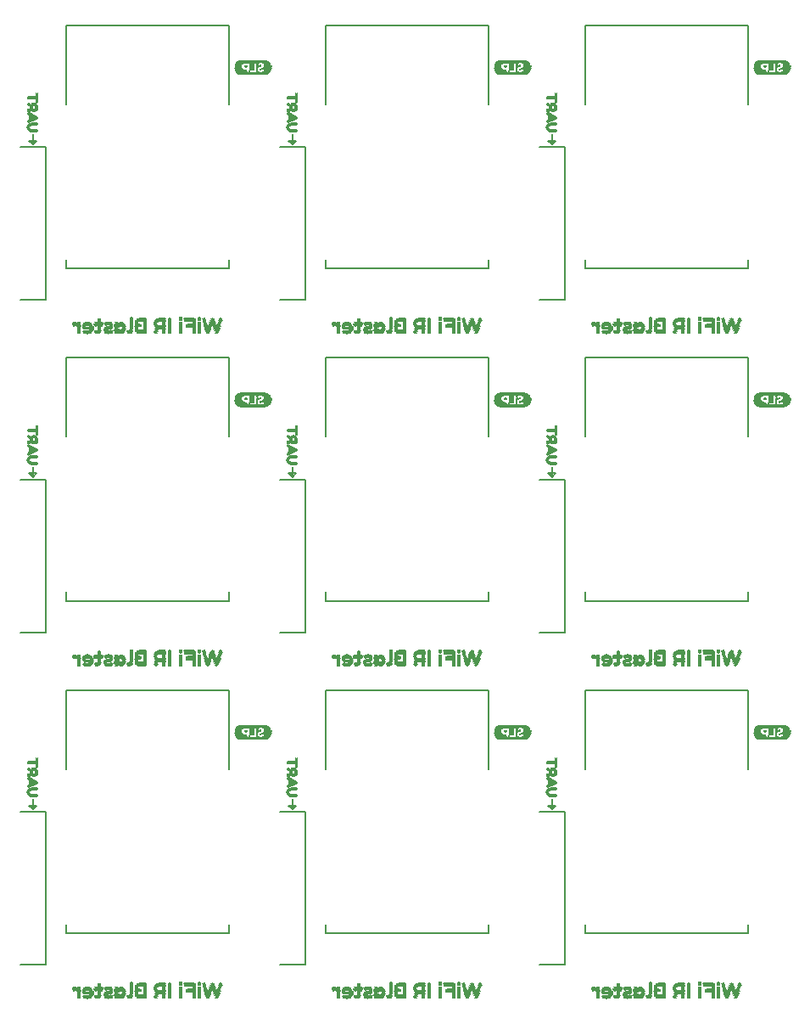
<source format=gbo>
G75*
%MOIN*%
%OFA0B0*%
%FSLAX25Y25*%
%IPPOS*%
%LPD*%
%AMOC8*
5,1,8,0,0,1.08239X$1,22.5*
%
%ADD10C,0.00800*%
%ADD11C,0.00700*%
%ADD12R,0.10315X0.00157*%
%ADD13R,0.11181X0.00118*%
%ADD14R,0.11732X0.00157*%
%ADD15R,0.12283X0.00118*%
%ADD16R,0.12520X0.00157*%
%ADD17R,0.12835X0.00118*%
%ADD18R,0.13071X0.00157*%
%ADD19R,0.03307X0.00118*%
%ADD20R,0.09370X0.00118*%
%ADD21R,0.03031X0.00157*%
%ADD22R,0.00984X0.00157*%
%ADD23R,0.02205X0.00157*%
%ADD24R,0.03307X0.00157*%
%ADD25R,0.02874X0.00118*%
%ADD26R,0.00827X0.00118*%
%ADD27R,0.02047X0.00118*%
%ADD28R,0.03031X0.00118*%
%ADD29R,0.02913X0.00157*%
%ADD30R,0.00709X0.00157*%
%ADD31R,0.02047X0.00157*%
%ADD32R,0.02756X0.00118*%
%ADD33R,0.00709X0.00118*%
%ADD34R,0.02913X0.00118*%
%ADD35R,0.02874X0.00157*%
%ADD36R,0.00394X0.00118*%
%ADD37R,0.02756X0.00157*%
%ADD38R,0.00827X0.00157*%
%ADD39R,0.02087X0.00118*%
%ADD40R,0.01102X0.00118*%
%ADD41R,0.02087X0.00157*%
%ADD42R,0.01102X0.00157*%
%ADD43R,0.01811X0.00118*%
%ADD44R,0.01260X0.00157*%
%ADD45R,0.03189X0.00118*%
%ADD46R,0.00984X0.00118*%
%ADD47R,0.03189X0.00157*%
%ADD48R,0.03465X0.00118*%
%ADD49R,0.00551X0.00118*%
%ADD50R,0.03740X0.00157*%
%ADD51R,0.00551X0.00157*%
%ADD52R,0.04291X0.00118*%
%ADD53R,0.00433X0.00118*%
%ADD54R,0.04567X0.00157*%
%ADD55R,0.00433X0.00157*%
%ADD56R,0.03583X0.00118*%
%ADD57R,0.00945X0.00157*%
%ADD58R,0.03858X0.00157*%
%ADD59R,0.04685X0.00118*%
%ADD60R,0.04685X0.00157*%
%ADD61R,0.02638X0.00118*%
%ADD62R,0.04567X0.00118*%
%ADD63R,0.00394X0.00157*%
%ADD64R,0.04409X0.00118*%
%ADD65R,0.04409X0.00157*%
%ADD66R,0.00945X0.00236*%
%ADD67R,0.01181X0.00236*%
%ADD68R,0.00472X0.00236*%
%ADD69R,0.00236X0.00236*%
%ADD70R,0.01417X0.00236*%
%ADD71R,0.03780X0.00236*%
%ADD72R,0.01654X0.00236*%
%ADD73R,0.02362X0.00236*%
%ADD74R,0.02598X0.00236*%
%ADD75R,0.04724X0.00236*%
%ADD76R,0.03543X0.00236*%
%ADD77R,0.04961X0.00236*%
%ADD78R,0.04016X0.00236*%
%ADD79R,0.04252X0.00236*%
%ADD80R,0.01890X0.00236*%
%ADD81R,0.04488X0.00236*%
%ADD82R,0.00709X0.00236*%
%ADD83R,0.02126X0.00236*%
%ADD84R,0.03307X0.00236*%
%ADD85R,0.03071X0.00236*%
%ADD86R,0.02835X0.00236*%
%ADD87R,0.06614X0.00236*%
%ADD88R,0.00157X0.00472*%
%ADD89R,0.00157X0.00315*%
%ADD90R,0.00157X0.00157*%
%ADD91R,0.00157X0.01417*%
%ADD92R,0.00157X0.03465*%
%ADD93R,0.00157X0.00787*%
%ADD94R,0.00157X0.00945*%
%ADD95R,0.00157X0.02205*%
%ADD96R,0.00157X0.03937*%
%ADD97R,0.00157X0.01102*%
%ADD98R,0.00157X0.02677*%
%ADD99R,0.00157X0.04094*%
%ADD100R,0.00157X0.02835*%
%ADD101R,0.00157X0.01260*%
%ADD102R,0.00157X0.02992*%
%ADD103R,0.00157X0.03150*%
%ADD104R,0.00157X0.03780*%
%ADD105R,0.00157X0.01575*%
%ADD106R,0.00157X0.01732*%
%ADD107R,0.00157X0.01890*%
%ADD108R,0.00157X0.02047*%
%ADD109R,0.00157X0.02362*%
%ADD110R,0.00157X0.03307*%
%ADD111R,0.00157X0.03622*%
%ADD112R,0.00157X0.02520*%
%ADD113R,0.00157X0.00630*%
D10*
X0028750Y0048750D02*
X0038750Y0048750D01*
X0038750Y0108750D01*
X0028750Y0108750D01*
X0032250Y0111250D02*
X0035250Y0111250D01*
X0033750Y0109750D01*
X0032250Y0111250D01*
X0033250Y0110750D02*
X0034250Y0110750D01*
X0033750Y0109750D02*
X0033750Y0113750D01*
X0038750Y0179250D02*
X0028750Y0179250D01*
X0038750Y0179250D02*
X0038750Y0239250D01*
X0028750Y0239250D01*
X0032250Y0241750D02*
X0035250Y0241750D01*
X0033750Y0240250D01*
X0032250Y0241750D01*
X0033250Y0241250D02*
X0034250Y0241250D01*
X0033750Y0240250D02*
X0033750Y0244250D01*
X0038750Y0309750D02*
X0028750Y0309750D01*
X0038750Y0309750D02*
X0038750Y0369750D01*
X0028750Y0369750D01*
X0032250Y0372250D02*
X0035250Y0372250D01*
X0033750Y0370750D01*
X0032250Y0372250D01*
X0033250Y0371750D02*
X0034250Y0371750D01*
X0033750Y0370750D02*
X0033750Y0374750D01*
X0130750Y0369750D02*
X0140750Y0369750D01*
X0140750Y0309750D01*
X0130750Y0309750D01*
X0135750Y0370750D02*
X0134250Y0372250D01*
X0137250Y0372250D01*
X0135750Y0370750D01*
X0135750Y0374750D01*
X0136250Y0371750D02*
X0135250Y0371750D01*
X0232750Y0369750D02*
X0242750Y0369750D01*
X0242750Y0309750D01*
X0232750Y0309750D01*
X0237750Y0370750D02*
X0239250Y0372250D01*
X0236250Y0372250D01*
X0237750Y0370750D01*
X0237750Y0374750D01*
X0238250Y0371750D02*
X0237250Y0371750D01*
X0237750Y0244250D02*
X0237750Y0240250D01*
X0239250Y0241750D01*
X0236250Y0241750D01*
X0237750Y0240250D01*
X0238250Y0241250D02*
X0237250Y0241250D01*
X0232750Y0239250D02*
X0242750Y0239250D01*
X0242750Y0179250D01*
X0232750Y0179250D01*
X0237750Y0113750D02*
X0237750Y0109750D01*
X0239250Y0111250D01*
X0236250Y0111250D01*
X0237750Y0109750D01*
X0238250Y0110750D02*
X0237250Y0110750D01*
X0232750Y0108750D02*
X0242750Y0108750D01*
X0242750Y0048750D01*
X0232750Y0048750D01*
X0140750Y0048750D02*
X0130750Y0048750D01*
X0140750Y0048750D02*
X0140750Y0108750D01*
X0130750Y0108750D01*
X0134250Y0111250D02*
X0137250Y0111250D01*
X0135750Y0109750D01*
X0134250Y0111250D01*
X0135250Y0110750D02*
X0136250Y0110750D01*
X0135750Y0109750D02*
X0135750Y0113750D01*
X0140750Y0179250D02*
X0130750Y0179250D01*
X0140750Y0179250D02*
X0140750Y0239250D01*
X0130750Y0239250D01*
X0134250Y0241750D02*
X0137250Y0241750D01*
X0135750Y0240250D01*
X0134250Y0241750D01*
X0135250Y0241250D02*
X0136250Y0241250D01*
X0135750Y0240250D02*
X0135750Y0244250D01*
D11*
X0148754Y0256006D02*
X0148754Y0286994D01*
X0212746Y0286994D01*
X0212746Y0256006D01*
X0250754Y0256006D02*
X0250754Y0286994D01*
X0314746Y0286994D01*
X0314746Y0256006D01*
X0314746Y0194994D02*
X0314746Y0191506D01*
X0250754Y0191506D01*
X0250754Y0194994D01*
X0250754Y0156494D02*
X0250754Y0125506D01*
X0250754Y0156494D02*
X0314746Y0156494D01*
X0314746Y0125506D01*
X0314746Y0064494D02*
X0314746Y0061006D01*
X0250754Y0061006D01*
X0250754Y0064494D01*
X0212746Y0064494D02*
X0212746Y0061006D01*
X0148754Y0061006D01*
X0148754Y0064494D01*
X0110746Y0064494D02*
X0110746Y0061006D01*
X0046754Y0061006D01*
X0046754Y0064494D01*
X0046754Y0125506D02*
X0046754Y0156494D01*
X0110746Y0156494D01*
X0110746Y0125506D01*
X0148754Y0125506D02*
X0148754Y0156494D01*
X0212746Y0156494D01*
X0212746Y0125506D01*
X0212746Y0191506D02*
X0148754Y0191506D01*
X0148754Y0194994D01*
X0110746Y0194994D02*
X0110746Y0191506D01*
X0046754Y0191506D01*
X0046754Y0194994D01*
X0046754Y0256006D02*
X0046754Y0286994D01*
X0110746Y0286994D01*
X0110746Y0256006D01*
X0110746Y0322006D02*
X0110746Y0325494D01*
X0110746Y0322006D02*
X0046754Y0322006D01*
X0046754Y0325494D01*
X0046754Y0386506D02*
X0046754Y0417494D01*
X0110746Y0417494D01*
X0110746Y0386506D01*
X0148754Y0386506D02*
X0148754Y0417494D01*
X0212746Y0417494D01*
X0212746Y0386506D01*
X0250754Y0386506D02*
X0250754Y0417494D01*
X0314746Y0417494D01*
X0314746Y0386506D01*
X0314746Y0325494D02*
X0314746Y0322006D01*
X0250754Y0322006D01*
X0250754Y0325494D01*
X0212746Y0325494D02*
X0212746Y0322006D01*
X0148754Y0322006D01*
X0148754Y0325494D01*
X0212746Y0194994D02*
X0212746Y0191506D01*
D12*
X0222230Y0142506D03*
X0222230Y0136994D03*
X0120230Y0136994D03*
X0120230Y0142506D03*
X0120230Y0267494D03*
X0120230Y0273006D03*
X0222230Y0273006D03*
X0222230Y0267494D03*
X0324230Y0267494D03*
X0324230Y0273006D03*
X0324230Y0397994D03*
X0324230Y0403506D03*
X0222230Y0403506D03*
X0222230Y0397994D03*
X0120230Y0397994D03*
X0120230Y0403506D03*
X0324230Y0142506D03*
X0324230Y0136994D03*
D13*
X0324230Y0137132D03*
X0324230Y0142368D03*
X0222230Y0142368D03*
X0222230Y0137132D03*
X0120230Y0137132D03*
X0120230Y0142368D03*
X0120230Y0267632D03*
X0120230Y0272868D03*
X0222230Y0272868D03*
X0222230Y0267632D03*
X0324230Y0267632D03*
X0324230Y0272868D03*
X0324230Y0398132D03*
X0324230Y0403368D03*
X0222230Y0403368D03*
X0222230Y0398132D03*
X0120230Y0398132D03*
X0120230Y0403368D03*
D14*
X0120230Y0403230D03*
X0120230Y0398270D03*
X0222230Y0398270D03*
X0222230Y0403230D03*
X0324230Y0403230D03*
X0324230Y0398270D03*
X0324230Y0272730D03*
X0324230Y0267770D03*
X0222230Y0267770D03*
X0222230Y0272730D03*
X0120230Y0272730D03*
X0120230Y0267770D03*
X0120230Y0142230D03*
X0120230Y0137270D03*
X0222230Y0137270D03*
X0222230Y0142230D03*
X0324230Y0142230D03*
X0324230Y0137270D03*
D15*
X0324230Y0137407D03*
X0324230Y0142093D03*
X0222230Y0142093D03*
X0222230Y0137407D03*
X0120230Y0137407D03*
X0120230Y0142093D03*
X0120230Y0267907D03*
X0120230Y0272593D03*
X0222230Y0272593D03*
X0222230Y0267907D03*
X0324230Y0267907D03*
X0324230Y0272593D03*
X0324230Y0398407D03*
X0324230Y0403093D03*
X0222230Y0403093D03*
X0222230Y0398407D03*
X0120230Y0398407D03*
X0120230Y0403093D03*
D16*
X0120230Y0402955D03*
X0120230Y0398545D03*
X0222230Y0398545D03*
X0222230Y0402955D03*
X0324230Y0402955D03*
X0324230Y0398545D03*
X0324230Y0272455D03*
X0324230Y0268045D03*
X0222230Y0268045D03*
X0222230Y0272455D03*
X0120230Y0272455D03*
X0120230Y0268045D03*
X0120230Y0141955D03*
X0120230Y0137545D03*
X0222230Y0137545D03*
X0222230Y0141955D03*
X0324230Y0141955D03*
X0324230Y0137545D03*
D17*
X0324230Y0137683D03*
X0324230Y0141817D03*
X0222230Y0141817D03*
X0222230Y0137683D03*
X0120230Y0137683D03*
X0120230Y0141817D03*
X0120230Y0268183D03*
X0120230Y0272317D03*
X0222230Y0272317D03*
X0222230Y0268183D03*
X0324230Y0268183D03*
X0324230Y0272317D03*
X0324230Y0398683D03*
X0324230Y0402817D03*
X0222230Y0402817D03*
X0222230Y0398683D03*
X0120230Y0398683D03*
X0120230Y0402817D03*
D18*
X0120230Y0402679D03*
X0120230Y0398821D03*
X0222230Y0398821D03*
X0222230Y0402679D03*
X0324230Y0402679D03*
X0324230Y0398821D03*
X0324230Y0272179D03*
X0324230Y0268321D03*
X0222230Y0268321D03*
X0222230Y0272179D03*
X0120230Y0272179D03*
X0120230Y0268321D03*
X0120230Y0141679D03*
X0120230Y0137821D03*
X0222230Y0137821D03*
X0222230Y0141679D03*
X0324230Y0141679D03*
X0324230Y0137821D03*
D19*
X0329270Y0141541D03*
X0227270Y0141541D03*
X0125270Y0141541D03*
X0125270Y0272041D03*
X0227270Y0272041D03*
X0329270Y0272041D03*
X0329270Y0402541D03*
X0227270Y0402541D03*
X0125270Y0402541D03*
D20*
X0118222Y0402541D03*
X0220222Y0402541D03*
X0322222Y0402541D03*
X0322222Y0272041D03*
X0220222Y0272041D03*
X0118222Y0272041D03*
X0118222Y0141541D03*
X0220222Y0141541D03*
X0322222Y0141541D03*
D21*
X0318778Y0141128D03*
X0318502Y0139474D03*
X0329526Y0141404D03*
X0329959Y0140301D03*
X0329959Y0140026D03*
X0227959Y0140026D03*
X0227959Y0140301D03*
X0227526Y0141404D03*
X0216778Y0141128D03*
X0216502Y0139474D03*
X0125959Y0140026D03*
X0125959Y0140301D03*
X0125526Y0141404D03*
X0114778Y0141128D03*
X0114502Y0139474D03*
X0114502Y0269974D03*
X0114778Y0271628D03*
X0125526Y0271904D03*
X0125959Y0270801D03*
X0125959Y0270526D03*
X0216502Y0269974D03*
X0216778Y0271628D03*
X0227526Y0271904D03*
X0227959Y0270801D03*
X0227959Y0270526D03*
X0318502Y0269974D03*
X0318778Y0271628D03*
X0329526Y0271904D03*
X0329959Y0270801D03*
X0329959Y0270526D03*
X0318502Y0400474D03*
X0318778Y0402128D03*
X0329526Y0402404D03*
X0329959Y0401301D03*
X0329959Y0401026D03*
X0227959Y0401026D03*
X0227959Y0401301D03*
X0227526Y0402404D03*
X0216778Y0402128D03*
X0216502Y0400474D03*
X0125959Y0401026D03*
X0125959Y0401301D03*
X0125526Y0402404D03*
X0114778Y0402128D03*
X0114502Y0400474D03*
D22*
X0122022Y0402404D03*
X0224022Y0402404D03*
X0326022Y0402404D03*
X0326022Y0271904D03*
X0224022Y0271904D03*
X0122022Y0271904D03*
X0122022Y0141404D03*
X0224022Y0141404D03*
X0326022Y0141404D03*
D23*
X0323758Y0141404D03*
X0221758Y0141404D03*
X0119758Y0141404D03*
X0119758Y0271904D03*
X0221758Y0271904D03*
X0323758Y0271904D03*
X0323758Y0402404D03*
X0221758Y0402404D03*
X0119758Y0402404D03*
D24*
X0115073Y0402404D03*
X0114640Y0400199D03*
X0216640Y0400199D03*
X0217073Y0402404D03*
X0318640Y0400199D03*
X0319073Y0402404D03*
X0319073Y0271904D03*
X0318640Y0269699D03*
X0217073Y0271904D03*
X0216640Y0269699D03*
X0115073Y0271904D03*
X0114640Y0269699D03*
X0115073Y0141404D03*
X0114640Y0139199D03*
X0216640Y0139199D03*
X0217073Y0141404D03*
X0318640Y0139199D03*
X0319073Y0141404D03*
D25*
X0318581Y0140715D03*
X0329604Y0141266D03*
X0329880Y0140715D03*
X0227880Y0140715D03*
X0227604Y0141266D03*
X0216581Y0140715D03*
X0125880Y0140715D03*
X0125604Y0141266D03*
X0114581Y0140715D03*
X0114581Y0271215D03*
X0125604Y0271766D03*
X0125880Y0271215D03*
X0216581Y0271215D03*
X0227604Y0271766D03*
X0227880Y0271215D03*
X0318581Y0271215D03*
X0329604Y0271766D03*
X0329880Y0271215D03*
X0329880Y0401715D03*
X0329604Y0402266D03*
X0318581Y0401715D03*
X0227880Y0401715D03*
X0227604Y0402266D03*
X0216581Y0401715D03*
X0125880Y0401715D03*
X0125604Y0402266D03*
X0114581Y0401715D03*
D26*
X0121943Y0401715D03*
X0121943Y0402266D03*
X0121943Y0400888D03*
X0223943Y0400888D03*
X0223943Y0401715D03*
X0223943Y0402266D03*
X0325943Y0402266D03*
X0325943Y0401715D03*
X0325943Y0400888D03*
X0325943Y0271766D03*
X0325943Y0271215D03*
X0325943Y0270388D03*
X0223943Y0270388D03*
X0223943Y0271215D03*
X0223943Y0271766D03*
X0121943Y0271766D03*
X0121943Y0271215D03*
X0121943Y0270388D03*
X0121943Y0141266D03*
X0121943Y0140715D03*
X0121943Y0139888D03*
X0223943Y0139888D03*
X0223943Y0140715D03*
X0223943Y0141266D03*
X0325943Y0141266D03*
X0325943Y0140715D03*
X0325943Y0139888D03*
D27*
X0323679Y0139888D03*
X0323679Y0140163D03*
X0323679Y0140439D03*
X0323679Y0140715D03*
X0323679Y0140990D03*
X0323679Y0141266D03*
X0323679Y0139612D03*
X0323679Y0139337D03*
X0323679Y0139061D03*
X0323679Y0138785D03*
X0221679Y0138785D03*
X0221679Y0139061D03*
X0221679Y0139337D03*
X0221679Y0139612D03*
X0221679Y0139888D03*
X0221679Y0140163D03*
X0221679Y0140439D03*
X0221679Y0140715D03*
X0221679Y0140990D03*
X0221679Y0141266D03*
X0119679Y0141266D03*
X0119679Y0140990D03*
X0119679Y0140715D03*
X0119679Y0140439D03*
X0119679Y0140163D03*
X0119679Y0139888D03*
X0119679Y0139612D03*
X0119679Y0139337D03*
X0119679Y0139061D03*
X0119679Y0138785D03*
X0119679Y0269285D03*
X0119679Y0269561D03*
X0119679Y0269837D03*
X0119679Y0270112D03*
X0119679Y0270388D03*
X0119679Y0270663D03*
X0119679Y0270939D03*
X0119679Y0271215D03*
X0119679Y0271490D03*
X0119679Y0271766D03*
X0221679Y0271766D03*
X0221679Y0271490D03*
X0221679Y0271215D03*
X0221679Y0270939D03*
X0221679Y0270663D03*
X0221679Y0270388D03*
X0221679Y0270112D03*
X0221679Y0269837D03*
X0221679Y0269561D03*
X0221679Y0269285D03*
X0323679Y0269285D03*
X0323679Y0269561D03*
X0323679Y0269837D03*
X0323679Y0270112D03*
X0323679Y0270388D03*
X0323679Y0270663D03*
X0323679Y0270939D03*
X0323679Y0271215D03*
X0323679Y0271490D03*
X0323679Y0271766D03*
X0323679Y0399785D03*
X0323679Y0400061D03*
X0323679Y0400337D03*
X0323679Y0400612D03*
X0323679Y0400888D03*
X0323679Y0401163D03*
X0323679Y0401439D03*
X0323679Y0401715D03*
X0323679Y0401990D03*
X0323679Y0402266D03*
X0221679Y0402266D03*
X0221679Y0401990D03*
X0221679Y0401715D03*
X0221679Y0401439D03*
X0221679Y0401163D03*
X0221679Y0400888D03*
X0221679Y0400612D03*
X0221679Y0400337D03*
X0221679Y0400061D03*
X0221679Y0399785D03*
X0119679Y0399785D03*
X0119679Y0400061D03*
X0119679Y0400337D03*
X0119679Y0400612D03*
X0119679Y0400888D03*
X0119679Y0401163D03*
X0119679Y0401439D03*
X0119679Y0401715D03*
X0119679Y0401990D03*
X0119679Y0402266D03*
D28*
X0114935Y0402266D03*
X0114502Y0400612D03*
X0125407Y0398959D03*
X0125959Y0401163D03*
X0216502Y0400612D03*
X0216935Y0402266D03*
X0227407Y0398959D03*
X0227959Y0401163D03*
X0318502Y0400612D03*
X0318935Y0402266D03*
X0329407Y0398959D03*
X0329959Y0401163D03*
X0318935Y0271766D03*
X0318502Y0270112D03*
X0329407Y0268459D03*
X0329959Y0270663D03*
X0227959Y0270663D03*
X0227407Y0268459D03*
X0216935Y0271766D03*
X0216502Y0270112D03*
X0125959Y0270663D03*
X0125407Y0268459D03*
X0114935Y0271766D03*
X0114502Y0270112D03*
X0114935Y0141266D03*
X0114502Y0139612D03*
X0125407Y0137959D03*
X0125959Y0140163D03*
X0216502Y0139612D03*
X0216935Y0141266D03*
X0227407Y0137959D03*
X0227959Y0140163D03*
X0318502Y0139612D03*
X0318935Y0141266D03*
X0329407Y0137959D03*
X0329959Y0140163D03*
D29*
X0329742Y0141128D03*
X0318443Y0140301D03*
X0318443Y0140026D03*
X0318443Y0139750D03*
X0227742Y0141128D03*
X0216443Y0140301D03*
X0216443Y0140026D03*
X0216443Y0139750D03*
X0125742Y0141128D03*
X0114443Y0140301D03*
X0114443Y0140026D03*
X0114443Y0139750D03*
X0114443Y0270250D03*
X0114443Y0270526D03*
X0114443Y0270801D03*
X0125742Y0271628D03*
X0216443Y0270801D03*
X0216443Y0270526D03*
X0216443Y0270250D03*
X0227742Y0271628D03*
X0318443Y0270801D03*
X0318443Y0270526D03*
X0318443Y0270250D03*
X0329742Y0271628D03*
X0318443Y0400750D03*
X0318443Y0401026D03*
X0318443Y0401301D03*
X0329742Y0402128D03*
X0227742Y0402128D03*
X0216443Y0401301D03*
X0216443Y0401026D03*
X0216443Y0400750D03*
X0125742Y0402128D03*
X0114443Y0401301D03*
X0114443Y0401026D03*
X0114443Y0400750D03*
D30*
X0121884Y0400750D03*
X0121884Y0401852D03*
X0121884Y0402128D03*
X0223884Y0402128D03*
X0223884Y0401852D03*
X0223884Y0400750D03*
X0325884Y0400750D03*
X0325884Y0401852D03*
X0325884Y0402128D03*
X0325884Y0271628D03*
X0325884Y0271352D03*
X0325884Y0270250D03*
X0223884Y0270250D03*
X0223884Y0271352D03*
X0223884Y0271628D03*
X0121884Y0271628D03*
X0121884Y0271352D03*
X0121884Y0270250D03*
X0121884Y0141128D03*
X0121884Y0140852D03*
X0121884Y0139750D03*
X0223884Y0139750D03*
X0223884Y0140852D03*
X0223884Y0141128D03*
X0325884Y0141128D03*
X0325884Y0140852D03*
X0325884Y0139750D03*
D31*
X0323679Y0139750D03*
X0323679Y0139474D03*
X0323679Y0139199D03*
X0323679Y0138923D03*
X0323679Y0138648D03*
X0323679Y0140026D03*
X0323679Y0140301D03*
X0323679Y0140577D03*
X0323679Y0140852D03*
X0323679Y0141128D03*
X0221679Y0141128D03*
X0221679Y0140852D03*
X0221679Y0140577D03*
X0221679Y0140301D03*
X0221679Y0140026D03*
X0221679Y0139750D03*
X0221679Y0139474D03*
X0221679Y0139199D03*
X0221679Y0138923D03*
X0221679Y0138648D03*
X0119679Y0138648D03*
X0119679Y0138923D03*
X0119679Y0139199D03*
X0119679Y0139474D03*
X0119679Y0139750D03*
X0119679Y0140026D03*
X0119679Y0140301D03*
X0119679Y0140577D03*
X0119679Y0140852D03*
X0119679Y0141128D03*
X0119679Y0269148D03*
X0119679Y0269423D03*
X0119679Y0269699D03*
X0119679Y0269974D03*
X0119679Y0270250D03*
X0119679Y0270526D03*
X0119679Y0270801D03*
X0119679Y0271077D03*
X0119679Y0271352D03*
X0119679Y0271628D03*
X0221679Y0271628D03*
X0221679Y0271352D03*
X0221679Y0271077D03*
X0221679Y0270801D03*
X0221679Y0270526D03*
X0221679Y0270250D03*
X0221679Y0269974D03*
X0221679Y0269699D03*
X0221679Y0269423D03*
X0221679Y0269148D03*
X0323679Y0269148D03*
X0323679Y0269423D03*
X0323679Y0269699D03*
X0323679Y0269974D03*
X0323679Y0270250D03*
X0323679Y0270526D03*
X0323679Y0270801D03*
X0323679Y0271077D03*
X0323679Y0271352D03*
X0323679Y0271628D03*
X0323679Y0399648D03*
X0323679Y0399923D03*
X0323679Y0400199D03*
X0323679Y0400474D03*
X0323679Y0400750D03*
X0323679Y0401026D03*
X0323679Y0401301D03*
X0323679Y0401577D03*
X0323679Y0401852D03*
X0323679Y0402128D03*
X0221679Y0402128D03*
X0221679Y0401852D03*
X0221679Y0401577D03*
X0221679Y0401301D03*
X0221679Y0401026D03*
X0221679Y0400750D03*
X0221679Y0400474D03*
X0221679Y0400199D03*
X0221679Y0399923D03*
X0221679Y0399648D03*
X0119679Y0399648D03*
X0119679Y0399923D03*
X0119679Y0400199D03*
X0119679Y0400474D03*
X0119679Y0400750D03*
X0119679Y0401026D03*
X0119679Y0401301D03*
X0119679Y0401577D03*
X0119679Y0401852D03*
X0119679Y0402128D03*
D32*
X0125821Y0401990D03*
X0125939Y0399785D03*
X0125663Y0399234D03*
X0227663Y0399234D03*
X0227939Y0399785D03*
X0227821Y0401990D03*
X0329663Y0399234D03*
X0329939Y0399785D03*
X0329821Y0401990D03*
X0329821Y0271490D03*
X0329939Y0269285D03*
X0329663Y0268734D03*
X0227939Y0269285D03*
X0227663Y0268734D03*
X0227821Y0271490D03*
X0125939Y0269285D03*
X0125663Y0268734D03*
X0125821Y0271490D03*
X0125821Y0140990D03*
X0125939Y0138785D03*
X0125663Y0138234D03*
X0227663Y0138234D03*
X0227939Y0138785D03*
X0227821Y0140990D03*
X0329663Y0138234D03*
X0329939Y0138785D03*
X0329821Y0140990D03*
D33*
X0327262Y0138785D03*
X0325884Y0138234D03*
X0325884Y0140990D03*
X0322852Y0137959D03*
X0225262Y0138785D03*
X0223884Y0138234D03*
X0223884Y0140990D03*
X0220852Y0137959D03*
X0123262Y0138785D03*
X0121884Y0138234D03*
X0121884Y0140990D03*
X0118852Y0137959D03*
X0118852Y0268459D03*
X0121884Y0268734D03*
X0123262Y0269285D03*
X0121884Y0271490D03*
X0220852Y0268459D03*
X0223884Y0268734D03*
X0225262Y0269285D03*
X0223884Y0271490D03*
X0322852Y0268459D03*
X0325884Y0268734D03*
X0327262Y0269285D03*
X0325884Y0271490D03*
X0322852Y0398959D03*
X0325884Y0399234D03*
X0327262Y0399785D03*
X0325884Y0401990D03*
X0225262Y0399785D03*
X0223884Y0399234D03*
X0223884Y0401990D03*
X0220852Y0398959D03*
X0123262Y0399785D03*
X0121884Y0399234D03*
X0121884Y0401990D03*
X0118852Y0398959D03*
D34*
X0114443Y0400888D03*
X0114443Y0401163D03*
X0114443Y0401439D03*
X0114719Y0401990D03*
X0126018Y0401439D03*
X0216443Y0401439D03*
X0216443Y0401163D03*
X0216443Y0400888D03*
X0216719Y0401990D03*
X0228018Y0401439D03*
X0318443Y0401439D03*
X0318443Y0401163D03*
X0318443Y0400888D03*
X0318719Y0401990D03*
X0330018Y0401439D03*
X0318719Y0271490D03*
X0318443Y0270939D03*
X0318443Y0270663D03*
X0318443Y0270388D03*
X0330018Y0270939D03*
X0228018Y0270939D03*
X0216719Y0271490D03*
X0216443Y0270939D03*
X0216443Y0270663D03*
X0216443Y0270388D03*
X0126018Y0270939D03*
X0114719Y0271490D03*
X0114443Y0270939D03*
X0114443Y0270663D03*
X0114443Y0270388D03*
X0114719Y0140990D03*
X0114443Y0140439D03*
X0114443Y0140163D03*
X0114443Y0139888D03*
X0126018Y0140439D03*
X0216443Y0140439D03*
X0216443Y0140163D03*
X0216443Y0139888D03*
X0216719Y0140990D03*
X0228018Y0140439D03*
X0318443Y0140439D03*
X0318443Y0140163D03*
X0318443Y0139888D03*
X0318719Y0140990D03*
X0330018Y0140439D03*
D35*
X0329880Y0140852D03*
X0329880Y0138923D03*
X0329604Y0138096D03*
X0318581Y0140852D03*
X0227880Y0140852D03*
X0227880Y0138923D03*
X0227604Y0138096D03*
X0216581Y0140852D03*
X0125880Y0140852D03*
X0125880Y0138923D03*
X0125604Y0138096D03*
X0114581Y0140852D03*
X0125604Y0268596D03*
X0125880Y0269423D03*
X0125880Y0271352D03*
X0114581Y0271352D03*
X0216581Y0271352D03*
X0227880Y0271352D03*
X0227880Y0269423D03*
X0227604Y0268596D03*
X0318581Y0271352D03*
X0329880Y0271352D03*
X0329880Y0269423D03*
X0329604Y0268596D03*
X0329604Y0399096D03*
X0329880Y0399923D03*
X0329880Y0401852D03*
X0318581Y0401852D03*
X0227880Y0401852D03*
X0227880Y0399923D03*
X0227604Y0399096D03*
X0216581Y0401852D03*
X0125880Y0401852D03*
X0125880Y0399923D03*
X0125604Y0399096D03*
X0114581Y0401852D03*
D36*
X0118852Y0399510D03*
X0118852Y0399234D03*
X0123262Y0401715D03*
X0220852Y0399510D03*
X0220852Y0399234D03*
X0225262Y0401715D03*
X0322852Y0399510D03*
X0322852Y0399234D03*
X0327262Y0401715D03*
X0327262Y0271215D03*
X0322852Y0269010D03*
X0322852Y0268734D03*
X0225262Y0271215D03*
X0220852Y0269010D03*
X0220852Y0268734D03*
X0123262Y0271215D03*
X0118852Y0269010D03*
X0118852Y0268734D03*
X0123262Y0140715D03*
X0118852Y0138510D03*
X0118852Y0138234D03*
X0220852Y0138234D03*
X0220852Y0138510D03*
X0225262Y0140715D03*
X0322852Y0138510D03*
X0322852Y0138234D03*
X0327262Y0140715D03*
D37*
X0329939Y0140577D03*
X0329939Y0138648D03*
X0329821Y0138372D03*
X0318522Y0140577D03*
X0227939Y0140577D03*
X0227939Y0138648D03*
X0227821Y0138372D03*
X0216522Y0140577D03*
X0125939Y0140577D03*
X0125939Y0138648D03*
X0125821Y0138372D03*
X0114522Y0140577D03*
X0125821Y0268872D03*
X0125939Y0269148D03*
X0125939Y0271077D03*
X0114522Y0271077D03*
X0216522Y0271077D03*
X0227939Y0271077D03*
X0227939Y0269148D03*
X0227821Y0268872D03*
X0318522Y0271077D03*
X0329939Y0271077D03*
X0329939Y0269148D03*
X0329821Y0268872D03*
X0329821Y0399372D03*
X0329939Y0399648D03*
X0329939Y0401577D03*
X0318522Y0401577D03*
X0227939Y0401577D03*
X0227939Y0399648D03*
X0227821Y0399372D03*
X0216522Y0401577D03*
X0125939Y0401577D03*
X0125939Y0399648D03*
X0125821Y0399372D03*
X0114522Y0401577D03*
D38*
X0117415Y0401577D03*
X0121943Y0401577D03*
X0123203Y0401577D03*
X0121943Y0399096D03*
X0219415Y0401577D03*
X0223943Y0401577D03*
X0225203Y0401577D03*
X0223943Y0399096D03*
X0321415Y0401577D03*
X0325943Y0401577D03*
X0327203Y0401577D03*
X0325943Y0399096D03*
X0325943Y0271077D03*
X0327203Y0271077D03*
X0325943Y0268596D03*
X0321415Y0271077D03*
X0225203Y0271077D03*
X0223943Y0271077D03*
X0223943Y0268596D03*
X0219415Y0271077D03*
X0123203Y0271077D03*
X0121943Y0271077D03*
X0121943Y0268596D03*
X0117415Y0271077D03*
X0117415Y0140577D03*
X0121943Y0140577D03*
X0123203Y0140577D03*
X0121943Y0138096D03*
X0219415Y0140577D03*
X0223943Y0140577D03*
X0225203Y0140577D03*
X0223943Y0138096D03*
X0321415Y0140577D03*
X0325943Y0140577D03*
X0327203Y0140577D03*
X0325943Y0138096D03*
D39*
X0326573Y0140439D03*
X0224573Y0140439D03*
X0122573Y0140439D03*
X0122573Y0270939D03*
X0224573Y0270939D03*
X0326573Y0270939D03*
X0326573Y0401439D03*
X0224573Y0401439D03*
X0122573Y0401439D03*
D40*
X0123341Y0400061D03*
X0122081Y0398959D03*
X0117278Y0401163D03*
X0117278Y0401439D03*
X0219278Y0401439D03*
X0219278Y0401163D03*
X0224081Y0398959D03*
X0225341Y0400061D03*
X0321278Y0401163D03*
X0321278Y0401439D03*
X0326081Y0398959D03*
X0327341Y0400061D03*
X0321278Y0270939D03*
X0321278Y0270663D03*
X0326081Y0268459D03*
X0327341Y0269561D03*
X0225341Y0269561D03*
X0224081Y0268459D03*
X0219278Y0270663D03*
X0219278Y0270939D03*
X0123341Y0269561D03*
X0122081Y0268459D03*
X0117278Y0270663D03*
X0117278Y0270939D03*
X0117278Y0140439D03*
X0117278Y0140163D03*
X0122081Y0137959D03*
X0123341Y0139061D03*
X0219278Y0140163D03*
X0219278Y0140439D03*
X0224081Y0137959D03*
X0225341Y0139061D03*
X0321278Y0140163D03*
X0321278Y0140439D03*
X0326081Y0137959D03*
X0327341Y0139061D03*
D41*
X0326573Y0140301D03*
X0224573Y0140301D03*
X0122573Y0140301D03*
X0122573Y0270801D03*
X0224573Y0270801D03*
X0326573Y0270801D03*
X0326573Y0401301D03*
X0224573Y0401301D03*
X0122573Y0401301D03*
D42*
X0117278Y0401301D03*
X0117278Y0401026D03*
X0219278Y0401026D03*
X0219278Y0401301D03*
X0321278Y0401301D03*
X0321278Y0401026D03*
X0321278Y0270801D03*
X0321278Y0270526D03*
X0219278Y0270526D03*
X0219278Y0270801D03*
X0117278Y0270801D03*
X0117278Y0270526D03*
X0117278Y0140301D03*
X0117278Y0140026D03*
X0219278Y0140026D03*
X0219278Y0140301D03*
X0321278Y0140301D03*
X0321278Y0140026D03*
D43*
X0326435Y0140163D03*
X0224435Y0140163D03*
X0122435Y0140163D03*
X0122435Y0270663D03*
X0224435Y0270663D03*
X0326435Y0270663D03*
X0326435Y0401163D03*
X0224435Y0401163D03*
X0122435Y0401163D03*
D44*
X0122159Y0401026D03*
X0224159Y0401026D03*
X0326159Y0401026D03*
X0326159Y0270526D03*
X0224159Y0270526D03*
X0122159Y0270526D03*
X0122159Y0140026D03*
X0224159Y0140026D03*
X0326159Y0140026D03*
D45*
X0329880Y0139888D03*
X0329880Y0139061D03*
X0318581Y0139337D03*
X0227880Y0139061D03*
X0227880Y0139888D03*
X0216581Y0139337D03*
X0125880Y0139061D03*
X0125880Y0139888D03*
X0114581Y0139337D03*
X0114581Y0269837D03*
X0125880Y0269561D03*
X0125880Y0270388D03*
X0216581Y0269837D03*
X0227880Y0269561D03*
X0227880Y0270388D03*
X0318581Y0269837D03*
X0329880Y0269561D03*
X0329880Y0270388D03*
X0329880Y0400061D03*
X0329880Y0400888D03*
X0318581Y0400337D03*
X0227880Y0400061D03*
X0227880Y0400888D03*
X0216581Y0400337D03*
X0125880Y0400061D03*
X0125880Y0400888D03*
X0114581Y0400337D03*
D46*
X0117337Y0400888D03*
X0219337Y0400888D03*
X0321337Y0400888D03*
X0321337Y0270388D03*
X0219337Y0270388D03*
X0117337Y0270388D03*
X0117337Y0139888D03*
X0219337Y0139888D03*
X0321337Y0139888D03*
D47*
X0329880Y0139750D03*
X0227880Y0139750D03*
X0125880Y0139750D03*
X0125880Y0270250D03*
X0227880Y0270250D03*
X0329880Y0270250D03*
X0329880Y0400750D03*
X0227880Y0400750D03*
X0125880Y0400750D03*
D48*
X0125742Y0400612D03*
X0227742Y0400612D03*
X0329742Y0400612D03*
X0329742Y0270112D03*
X0227742Y0270112D03*
X0125742Y0270112D03*
X0125742Y0139612D03*
X0227742Y0139612D03*
X0329742Y0139612D03*
D49*
X0325805Y0139612D03*
X0325805Y0138510D03*
X0223805Y0138510D03*
X0223805Y0139612D03*
X0121805Y0139612D03*
X0121805Y0138510D03*
X0121805Y0269010D03*
X0121805Y0270112D03*
X0223805Y0270112D03*
X0223805Y0269010D03*
X0325805Y0269010D03*
X0325805Y0270112D03*
X0325805Y0399510D03*
X0325805Y0400612D03*
X0223805Y0400612D03*
X0223805Y0399510D03*
X0121805Y0399510D03*
X0121805Y0400612D03*
D50*
X0125604Y0400474D03*
X0227604Y0400474D03*
X0329604Y0400474D03*
X0329604Y0269974D03*
X0227604Y0269974D03*
X0125604Y0269974D03*
X0125604Y0139474D03*
X0227604Y0139474D03*
X0329604Y0139474D03*
D51*
X0325805Y0139474D03*
X0325805Y0138372D03*
X0223805Y0138372D03*
X0223805Y0139474D03*
X0121805Y0139474D03*
X0121805Y0138372D03*
X0121805Y0268872D03*
X0121805Y0269974D03*
X0223805Y0269974D03*
X0223805Y0268872D03*
X0325805Y0268872D03*
X0325805Y0269974D03*
X0325805Y0399372D03*
X0325805Y0400474D03*
X0223805Y0400474D03*
X0223805Y0399372D03*
X0121805Y0399372D03*
X0121805Y0400474D03*
D52*
X0125329Y0400337D03*
X0227329Y0400337D03*
X0329329Y0400337D03*
X0329329Y0269837D03*
X0227329Y0269837D03*
X0125329Y0269837D03*
X0125329Y0139337D03*
X0227329Y0139337D03*
X0329329Y0139337D03*
D53*
X0325746Y0139337D03*
X0325746Y0139061D03*
X0325746Y0138785D03*
X0223746Y0138785D03*
X0223746Y0139061D03*
X0223746Y0139337D03*
X0121746Y0139337D03*
X0121746Y0139061D03*
X0121746Y0138785D03*
X0121746Y0269285D03*
X0121746Y0269561D03*
X0121746Y0269837D03*
X0223746Y0269837D03*
X0223746Y0269561D03*
X0223746Y0269285D03*
X0325746Y0269285D03*
X0325746Y0269561D03*
X0325746Y0269837D03*
X0325746Y0399785D03*
X0325746Y0400061D03*
X0325746Y0400337D03*
X0223746Y0400337D03*
X0223746Y0400061D03*
X0223746Y0399785D03*
X0121746Y0399785D03*
X0121746Y0400061D03*
X0121746Y0400337D03*
D54*
X0125191Y0400199D03*
X0115545Y0399372D03*
X0217545Y0399372D03*
X0227191Y0400199D03*
X0319545Y0399372D03*
X0329191Y0400199D03*
X0329191Y0269699D03*
X0319545Y0268872D03*
X0227191Y0269699D03*
X0217545Y0268872D03*
X0125191Y0269699D03*
X0115545Y0268872D03*
X0125191Y0139199D03*
X0115545Y0138372D03*
X0217545Y0138372D03*
X0227191Y0139199D03*
X0319545Y0138372D03*
X0329191Y0139199D03*
D55*
X0325746Y0139199D03*
X0325746Y0138923D03*
X0325746Y0138648D03*
X0223746Y0138648D03*
X0223746Y0138923D03*
X0223746Y0139199D03*
X0121746Y0139199D03*
X0121746Y0138923D03*
X0121746Y0138648D03*
X0121746Y0269148D03*
X0121746Y0269423D03*
X0121746Y0269699D03*
X0223746Y0269699D03*
X0223746Y0269423D03*
X0223746Y0269148D03*
X0325746Y0269148D03*
X0325746Y0269423D03*
X0325746Y0269699D03*
X0325746Y0399648D03*
X0325746Y0399923D03*
X0325746Y0400199D03*
X0223746Y0400199D03*
X0223746Y0399923D03*
X0223746Y0399648D03*
X0121746Y0399648D03*
X0121746Y0399923D03*
X0121746Y0400199D03*
D56*
X0114778Y0400061D03*
X0216778Y0400061D03*
X0318778Y0400061D03*
X0318778Y0269561D03*
X0216778Y0269561D03*
X0114778Y0269561D03*
X0114778Y0139061D03*
X0216778Y0139061D03*
X0318778Y0139061D03*
D57*
X0327262Y0138923D03*
X0225262Y0138923D03*
X0123262Y0138923D03*
X0123262Y0269423D03*
X0225262Y0269423D03*
X0327262Y0269423D03*
X0327262Y0399923D03*
X0225262Y0399923D03*
X0123262Y0399923D03*
D58*
X0115073Y0399923D03*
X0217073Y0399923D03*
X0319073Y0399923D03*
X0319073Y0269423D03*
X0217073Y0269423D03*
X0115073Y0269423D03*
X0115073Y0138923D03*
X0217073Y0138923D03*
X0319073Y0138923D03*
D59*
X0319486Y0138785D03*
X0217486Y0138785D03*
X0115486Y0138785D03*
X0115486Y0269285D03*
X0217486Y0269285D03*
X0319486Y0269285D03*
X0319486Y0399785D03*
X0217486Y0399785D03*
X0115486Y0399785D03*
D60*
X0115486Y0399648D03*
X0217486Y0399648D03*
X0319486Y0399648D03*
X0319486Y0269148D03*
X0217486Y0269148D03*
X0115486Y0269148D03*
X0115486Y0138648D03*
X0217486Y0138648D03*
X0319486Y0138648D03*
D61*
X0329880Y0138510D03*
X0227880Y0138510D03*
X0125880Y0138510D03*
X0125880Y0269010D03*
X0227880Y0269010D03*
X0329880Y0269010D03*
X0329880Y0399510D03*
X0227880Y0399510D03*
X0125880Y0399510D03*
D62*
X0115545Y0399510D03*
X0217545Y0399510D03*
X0319545Y0399510D03*
X0319545Y0269010D03*
X0217545Y0269010D03*
X0115545Y0269010D03*
X0115545Y0138510D03*
X0217545Y0138510D03*
X0319545Y0138510D03*
D63*
X0322852Y0138372D03*
X0322852Y0138096D03*
X0220852Y0138096D03*
X0220852Y0138372D03*
X0118852Y0138372D03*
X0118852Y0138096D03*
X0118852Y0268596D03*
X0118852Y0268872D03*
X0220852Y0268872D03*
X0220852Y0268596D03*
X0322852Y0268596D03*
X0322852Y0268872D03*
X0322852Y0399096D03*
X0322852Y0399372D03*
X0220852Y0399372D03*
X0220852Y0399096D03*
X0118852Y0399096D03*
X0118852Y0399372D03*
D64*
X0115742Y0398959D03*
X0115624Y0399234D03*
X0217624Y0399234D03*
X0217742Y0398959D03*
X0319624Y0399234D03*
X0319742Y0398959D03*
X0319624Y0268734D03*
X0319742Y0268459D03*
X0217742Y0268459D03*
X0217624Y0268734D03*
X0115742Y0268459D03*
X0115624Y0268734D03*
X0115624Y0138234D03*
X0115742Y0137959D03*
X0217624Y0138234D03*
X0217742Y0137959D03*
X0319624Y0138234D03*
X0319742Y0137959D03*
D65*
X0319624Y0138096D03*
X0217624Y0138096D03*
X0115624Y0138096D03*
X0115624Y0268596D03*
X0217624Y0268596D03*
X0319624Y0268596D03*
X0319624Y0399096D03*
X0217624Y0399096D03*
X0115624Y0399096D03*
D66*
X0099204Y0302757D03*
X0102511Y0296379D03*
X0105819Y0296379D03*
X0081960Y0296379D03*
X0072275Y0302757D03*
X0064480Y0297560D03*
X0055031Y0296143D03*
X0157031Y0296143D03*
X0166480Y0297560D03*
X0174275Y0302757D03*
X0183960Y0296379D03*
X0201204Y0302757D03*
X0204511Y0296379D03*
X0207819Y0296379D03*
X0259031Y0296143D03*
X0268480Y0297560D03*
X0276275Y0302757D03*
X0285960Y0296379D03*
X0303204Y0302757D03*
X0306511Y0296379D03*
X0309819Y0296379D03*
X0303204Y0172257D03*
X0306511Y0165879D03*
X0309819Y0165879D03*
X0285960Y0165879D03*
X0276275Y0172257D03*
X0268480Y0167060D03*
X0259031Y0165643D03*
X0207819Y0165879D03*
X0204511Y0165879D03*
X0201204Y0172257D03*
X0183960Y0165879D03*
X0174275Y0172257D03*
X0166480Y0167060D03*
X0157031Y0165643D03*
X0105819Y0165879D03*
X0102511Y0165879D03*
X0099204Y0172257D03*
X0081960Y0165879D03*
X0072275Y0172257D03*
X0064480Y0167060D03*
X0055031Y0165643D03*
X0072275Y0041757D03*
X0064480Y0036560D03*
X0055031Y0035143D03*
X0081960Y0035379D03*
X0099204Y0041757D03*
X0102511Y0035379D03*
X0105819Y0035379D03*
X0157031Y0035143D03*
X0166480Y0036560D03*
X0174275Y0041757D03*
X0183960Y0035379D03*
X0201204Y0041757D03*
X0204511Y0035379D03*
X0207819Y0035379D03*
X0259031Y0035143D03*
X0268480Y0036560D03*
X0276275Y0041757D03*
X0285960Y0035379D03*
X0303204Y0041757D03*
X0306511Y0035379D03*
X0309819Y0035379D03*
D67*
X0308283Y0041285D03*
X0311590Y0041285D03*
X0303086Y0039631D03*
X0303086Y0035379D03*
X0300960Y0035379D03*
X0295763Y0035379D03*
X0291511Y0035379D03*
X0289149Y0035379D03*
X0295763Y0039631D03*
X0295763Y0041757D03*
X0272378Y0039631D03*
X0270488Y0039631D03*
X0270488Y0035379D03*
X0272378Y0035379D03*
X0255842Y0035379D03*
X0255842Y0039631D03*
X0209590Y0041285D03*
X0206283Y0041285D03*
X0201086Y0039631D03*
X0201086Y0035379D03*
X0198960Y0035379D03*
X0193763Y0035379D03*
X0189511Y0035379D03*
X0187149Y0035379D03*
X0193763Y0039631D03*
X0193763Y0041757D03*
X0170378Y0039631D03*
X0168488Y0039631D03*
X0168488Y0035379D03*
X0170378Y0035379D03*
X0153842Y0035379D03*
X0153842Y0039631D03*
X0107590Y0041285D03*
X0104283Y0041285D03*
X0099086Y0039631D03*
X0099086Y0035379D03*
X0096960Y0035379D03*
X0091763Y0035379D03*
X0087511Y0035379D03*
X0085149Y0035379D03*
X0091763Y0039631D03*
X0091763Y0041757D03*
X0068378Y0039631D03*
X0066488Y0039631D03*
X0066488Y0035379D03*
X0068378Y0035379D03*
X0051842Y0035379D03*
X0051842Y0039631D03*
X0051842Y0165879D03*
X0051842Y0170131D03*
X0066488Y0170131D03*
X0068378Y0170131D03*
X0068378Y0165879D03*
X0066488Y0165879D03*
X0085149Y0165879D03*
X0087511Y0165879D03*
X0091763Y0165879D03*
X0091763Y0170131D03*
X0091763Y0172257D03*
X0099086Y0170131D03*
X0099086Y0165879D03*
X0096960Y0165879D03*
X0104283Y0171785D03*
X0107590Y0171785D03*
X0153842Y0170131D03*
X0153842Y0165879D03*
X0168488Y0165879D03*
X0170378Y0165879D03*
X0170378Y0170131D03*
X0168488Y0170131D03*
X0187149Y0165879D03*
X0189511Y0165879D03*
X0193763Y0165879D03*
X0193763Y0170131D03*
X0193763Y0172257D03*
X0198960Y0165879D03*
X0201086Y0165879D03*
X0201086Y0170131D03*
X0206283Y0171785D03*
X0209590Y0171785D03*
X0255842Y0170131D03*
X0255842Y0165879D03*
X0270488Y0165879D03*
X0272378Y0165879D03*
X0272378Y0170131D03*
X0270488Y0170131D03*
X0289149Y0165879D03*
X0291511Y0165879D03*
X0295763Y0165879D03*
X0295763Y0170131D03*
X0295763Y0172257D03*
X0303086Y0170131D03*
X0303086Y0165879D03*
X0300960Y0165879D03*
X0308283Y0171785D03*
X0311590Y0171785D03*
X0303086Y0296379D03*
X0300960Y0296379D03*
X0303086Y0300631D03*
X0308283Y0302285D03*
X0311590Y0302285D03*
X0295763Y0302757D03*
X0295763Y0300631D03*
X0295763Y0296379D03*
X0291511Y0296379D03*
X0289149Y0296379D03*
X0272378Y0296379D03*
X0270488Y0296379D03*
X0270488Y0300631D03*
X0272378Y0300631D03*
X0255842Y0300631D03*
X0255842Y0296379D03*
X0209590Y0302285D03*
X0206283Y0302285D03*
X0201086Y0300631D03*
X0201086Y0296379D03*
X0198960Y0296379D03*
X0193763Y0296379D03*
X0189511Y0296379D03*
X0187149Y0296379D03*
X0193763Y0300631D03*
X0193763Y0302757D03*
X0170378Y0300631D03*
X0168488Y0300631D03*
X0168488Y0296379D03*
X0170378Y0296379D03*
X0153842Y0296379D03*
X0153842Y0300631D03*
X0107590Y0302285D03*
X0104283Y0302285D03*
X0099086Y0300631D03*
X0099086Y0296379D03*
X0096960Y0296379D03*
X0091763Y0296379D03*
X0087511Y0296379D03*
X0085149Y0296379D03*
X0091763Y0300631D03*
X0091763Y0302757D03*
X0068378Y0300631D03*
X0066488Y0300631D03*
X0066488Y0296379D03*
X0068378Y0296379D03*
X0051842Y0296379D03*
X0051842Y0300631D03*
D68*
X0049834Y0299214D03*
X0055267Y0300867D03*
X0058574Y0299214D03*
X0059756Y0302285D03*
X0063299Y0300867D03*
X0062354Y0299450D03*
X0087393Y0302521D03*
X0099204Y0301340D03*
X0101094Y0302521D03*
X0107472Y0302521D03*
X0151834Y0299214D03*
X0157267Y0300867D03*
X0160574Y0299214D03*
X0161756Y0302285D03*
X0165299Y0300867D03*
X0164354Y0299450D03*
X0189393Y0302521D03*
X0201204Y0301340D03*
X0203094Y0302521D03*
X0209472Y0302521D03*
X0253834Y0299214D03*
X0259267Y0300867D03*
X0262574Y0299214D03*
X0263756Y0302285D03*
X0267299Y0300867D03*
X0266354Y0299450D03*
X0291393Y0302521D03*
X0303204Y0301340D03*
X0305094Y0302521D03*
X0311472Y0302521D03*
X0311472Y0172021D03*
X0305094Y0172021D03*
X0303204Y0170840D03*
X0291393Y0172021D03*
X0267299Y0170367D03*
X0266354Y0168950D03*
X0262574Y0168714D03*
X0263756Y0171785D03*
X0259267Y0170367D03*
X0253834Y0168714D03*
X0209472Y0172021D03*
X0203094Y0172021D03*
X0201204Y0170840D03*
X0189393Y0172021D03*
X0165299Y0170367D03*
X0164354Y0168950D03*
X0160574Y0168714D03*
X0161756Y0171785D03*
X0157267Y0170367D03*
X0151834Y0168714D03*
X0107472Y0172021D03*
X0101094Y0172021D03*
X0099204Y0170840D03*
X0087393Y0172021D03*
X0063299Y0170367D03*
X0062354Y0168950D03*
X0058574Y0168714D03*
X0059756Y0171785D03*
X0055267Y0170367D03*
X0049834Y0168714D03*
X0059756Y0041285D03*
X0058574Y0038214D03*
X0055267Y0039867D03*
X0049834Y0038214D03*
X0062354Y0038450D03*
X0063299Y0039867D03*
X0087393Y0041521D03*
X0099204Y0040340D03*
X0101094Y0041521D03*
X0107472Y0041521D03*
X0151834Y0038214D03*
X0157267Y0039867D03*
X0160574Y0038214D03*
X0161756Y0041285D03*
X0165299Y0039867D03*
X0164354Y0038450D03*
X0189393Y0041521D03*
X0201204Y0040340D03*
X0203094Y0041521D03*
X0209472Y0041521D03*
X0253834Y0038214D03*
X0259267Y0039867D03*
X0262574Y0038214D03*
X0263756Y0041285D03*
X0267299Y0039867D03*
X0266354Y0038450D03*
X0291393Y0041521D03*
X0303204Y0040340D03*
X0305094Y0041521D03*
X0311472Y0041521D03*
D69*
X0308283Y0041521D03*
X0268598Y0036796D03*
X0267417Y0035143D03*
X0206283Y0041521D03*
X0166598Y0036796D03*
X0165417Y0035143D03*
X0104283Y0041521D03*
X0064598Y0036796D03*
X0063417Y0035143D03*
X0063417Y0165643D03*
X0064598Y0167296D03*
X0104283Y0172021D03*
X0165417Y0165643D03*
X0166598Y0167296D03*
X0206283Y0172021D03*
X0267417Y0165643D03*
X0268598Y0167296D03*
X0308283Y0172021D03*
X0267417Y0296143D03*
X0268598Y0297796D03*
X0308283Y0302521D03*
X0206283Y0302521D03*
X0166598Y0297796D03*
X0165417Y0296143D03*
X0104283Y0302521D03*
X0064598Y0297796D03*
X0063417Y0296143D03*
D70*
X0064480Y0299450D03*
X0059756Y0297796D03*
X0059756Y0301812D03*
X0059756Y0302048D03*
X0053850Y0299214D03*
X0053850Y0298978D03*
X0050070Y0300631D03*
X0071567Y0296379D03*
X0072275Y0298033D03*
X0072275Y0298269D03*
X0072275Y0298505D03*
X0072275Y0298741D03*
X0072275Y0298978D03*
X0072275Y0299214D03*
X0072275Y0299450D03*
X0072275Y0299686D03*
X0072275Y0299922D03*
X0072275Y0300159D03*
X0072275Y0300395D03*
X0072275Y0300631D03*
X0072275Y0300867D03*
X0072275Y0301104D03*
X0072275Y0301340D03*
X0072275Y0301576D03*
X0072275Y0301812D03*
X0072275Y0302048D03*
X0072275Y0302285D03*
X0072275Y0302521D03*
X0077708Y0300867D03*
X0077708Y0300631D03*
X0077708Y0300395D03*
X0077708Y0300159D03*
X0077708Y0299922D03*
X0077708Y0299686D03*
X0077708Y0299450D03*
X0077708Y0299214D03*
X0077708Y0298978D03*
X0077708Y0298741D03*
X0077708Y0298505D03*
X0077708Y0298269D03*
X0077708Y0298033D03*
X0081960Y0296615D03*
X0085267Y0296615D03*
X0087393Y0296615D03*
X0087393Y0296852D03*
X0087393Y0297088D03*
X0087393Y0297324D03*
X0087393Y0297560D03*
X0087393Y0297796D03*
X0087393Y0298033D03*
X0087393Y0298269D03*
X0087393Y0298505D03*
X0087393Y0298741D03*
X0087393Y0298978D03*
X0087393Y0299214D03*
X0087393Y0299450D03*
X0087393Y0299686D03*
X0087393Y0299922D03*
X0087393Y0300159D03*
X0087393Y0300395D03*
X0087393Y0300631D03*
X0087393Y0300867D03*
X0087393Y0301104D03*
X0087393Y0301340D03*
X0087393Y0301576D03*
X0087393Y0301812D03*
X0087393Y0302048D03*
X0087393Y0302285D03*
X0091645Y0301576D03*
X0099204Y0301576D03*
X0099204Y0301812D03*
X0099204Y0302048D03*
X0099204Y0302285D03*
X0099204Y0302521D03*
X0100858Y0302285D03*
X0100858Y0302048D03*
X0099204Y0300395D03*
X0099204Y0300159D03*
X0099204Y0299922D03*
X0099204Y0299686D03*
X0099204Y0299450D03*
X0099204Y0299214D03*
X0099204Y0298978D03*
X0099204Y0298741D03*
X0099204Y0298505D03*
X0099204Y0298269D03*
X0099204Y0298033D03*
X0099204Y0297796D03*
X0099204Y0297560D03*
X0099204Y0297324D03*
X0099204Y0297088D03*
X0099204Y0296852D03*
X0099204Y0296615D03*
X0102511Y0296615D03*
X0102511Y0296852D03*
X0105819Y0296615D03*
X0104165Y0302048D03*
X0152070Y0300631D03*
X0155850Y0299214D03*
X0155850Y0298978D03*
X0161756Y0297796D03*
X0161756Y0301812D03*
X0161756Y0302048D03*
X0166480Y0299450D03*
X0173567Y0296379D03*
X0174275Y0298033D03*
X0174275Y0298269D03*
X0174275Y0298505D03*
X0174275Y0298741D03*
X0174275Y0298978D03*
X0174275Y0299214D03*
X0174275Y0299450D03*
X0174275Y0299686D03*
X0174275Y0299922D03*
X0174275Y0300159D03*
X0174275Y0300395D03*
X0174275Y0300631D03*
X0174275Y0300867D03*
X0174275Y0301104D03*
X0174275Y0301340D03*
X0174275Y0301576D03*
X0174275Y0301812D03*
X0174275Y0302048D03*
X0174275Y0302285D03*
X0174275Y0302521D03*
X0179708Y0300867D03*
X0179708Y0300631D03*
X0179708Y0300395D03*
X0179708Y0300159D03*
X0179708Y0299922D03*
X0179708Y0299686D03*
X0179708Y0299450D03*
X0179708Y0299214D03*
X0179708Y0298978D03*
X0179708Y0298741D03*
X0179708Y0298505D03*
X0179708Y0298269D03*
X0179708Y0298033D03*
X0183960Y0296615D03*
X0187267Y0296615D03*
X0189393Y0296615D03*
X0189393Y0296852D03*
X0189393Y0297088D03*
X0189393Y0297324D03*
X0189393Y0297560D03*
X0189393Y0297796D03*
X0189393Y0298033D03*
X0189393Y0298269D03*
X0189393Y0298505D03*
X0189393Y0298741D03*
X0189393Y0298978D03*
X0189393Y0299214D03*
X0189393Y0299450D03*
X0189393Y0299686D03*
X0189393Y0299922D03*
X0189393Y0300159D03*
X0189393Y0300395D03*
X0189393Y0300631D03*
X0189393Y0300867D03*
X0189393Y0301104D03*
X0189393Y0301340D03*
X0189393Y0301576D03*
X0189393Y0301812D03*
X0189393Y0302048D03*
X0189393Y0302285D03*
X0193645Y0301576D03*
X0201204Y0301576D03*
X0201204Y0301812D03*
X0201204Y0302048D03*
X0201204Y0302285D03*
X0201204Y0302521D03*
X0202858Y0302285D03*
X0202858Y0302048D03*
X0201204Y0300395D03*
X0201204Y0300159D03*
X0201204Y0299922D03*
X0201204Y0299686D03*
X0201204Y0299450D03*
X0201204Y0299214D03*
X0201204Y0298978D03*
X0201204Y0298741D03*
X0201204Y0298505D03*
X0201204Y0298269D03*
X0201204Y0298033D03*
X0201204Y0297796D03*
X0201204Y0297560D03*
X0201204Y0297324D03*
X0201204Y0297088D03*
X0201204Y0296852D03*
X0201204Y0296615D03*
X0204511Y0296615D03*
X0204511Y0296852D03*
X0207819Y0296615D03*
X0206165Y0302048D03*
X0254070Y0300631D03*
X0257850Y0299214D03*
X0257850Y0298978D03*
X0263756Y0297796D03*
X0263756Y0301812D03*
X0263756Y0302048D03*
X0268480Y0299450D03*
X0275567Y0296379D03*
X0276275Y0298033D03*
X0276275Y0298269D03*
X0276275Y0298505D03*
X0276275Y0298741D03*
X0276275Y0298978D03*
X0276275Y0299214D03*
X0276275Y0299450D03*
X0276275Y0299686D03*
X0276275Y0299922D03*
X0276275Y0300159D03*
X0276275Y0300395D03*
X0276275Y0300631D03*
X0276275Y0300867D03*
X0276275Y0301104D03*
X0276275Y0301340D03*
X0276275Y0301576D03*
X0276275Y0301812D03*
X0276275Y0302048D03*
X0276275Y0302285D03*
X0276275Y0302521D03*
X0281708Y0300867D03*
X0281708Y0300631D03*
X0281708Y0300395D03*
X0281708Y0300159D03*
X0281708Y0299922D03*
X0281708Y0299686D03*
X0281708Y0299450D03*
X0281708Y0299214D03*
X0281708Y0298978D03*
X0281708Y0298741D03*
X0281708Y0298505D03*
X0281708Y0298269D03*
X0281708Y0298033D03*
X0285960Y0296615D03*
X0289267Y0296615D03*
X0291393Y0296615D03*
X0291393Y0296852D03*
X0291393Y0297088D03*
X0291393Y0297324D03*
X0291393Y0297560D03*
X0291393Y0297796D03*
X0291393Y0298033D03*
X0291393Y0298269D03*
X0291393Y0298505D03*
X0291393Y0298741D03*
X0291393Y0298978D03*
X0291393Y0299214D03*
X0291393Y0299450D03*
X0291393Y0299686D03*
X0291393Y0299922D03*
X0291393Y0300159D03*
X0291393Y0300395D03*
X0291393Y0300631D03*
X0291393Y0300867D03*
X0291393Y0301104D03*
X0291393Y0301340D03*
X0291393Y0301576D03*
X0291393Y0301812D03*
X0291393Y0302048D03*
X0291393Y0302285D03*
X0295645Y0301576D03*
X0303204Y0301576D03*
X0303204Y0301812D03*
X0303204Y0302048D03*
X0303204Y0302285D03*
X0303204Y0302521D03*
X0304858Y0302285D03*
X0304858Y0302048D03*
X0303204Y0300395D03*
X0303204Y0300159D03*
X0303204Y0299922D03*
X0303204Y0299686D03*
X0303204Y0299450D03*
X0303204Y0299214D03*
X0303204Y0298978D03*
X0303204Y0298741D03*
X0303204Y0298505D03*
X0303204Y0298269D03*
X0303204Y0298033D03*
X0303204Y0297796D03*
X0303204Y0297560D03*
X0303204Y0297324D03*
X0303204Y0297088D03*
X0303204Y0296852D03*
X0303204Y0296615D03*
X0306511Y0296615D03*
X0306511Y0296852D03*
X0309819Y0296615D03*
X0308165Y0302048D03*
X0303204Y0172021D03*
X0303204Y0171785D03*
X0303204Y0171548D03*
X0303204Y0171312D03*
X0303204Y0171076D03*
X0303204Y0169895D03*
X0303204Y0169659D03*
X0303204Y0169422D03*
X0303204Y0169186D03*
X0303204Y0168950D03*
X0303204Y0168714D03*
X0303204Y0168478D03*
X0303204Y0168241D03*
X0303204Y0168005D03*
X0303204Y0167769D03*
X0303204Y0167533D03*
X0303204Y0167296D03*
X0303204Y0167060D03*
X0303204Y0166824D03*
X0303204Y0166588D03*
X0303204Y0166352D03*
X0303204Y0166115D03*
X0306511Y0166115D03*
X0306511Y0166352D03*
X0309819Y0166115D03*
X0308165Y0171548D03*
X0304858Y0171548D03*
X0304858Y0171785D03*
X0295645Y0171076D03*
X0291393Y0171076D03*
X0291393Y0171312D03*
X0291393Y0171548D03*
X0291393Y0171785D03*
X0291393Y0170840D03*
X0291393Y0170604D03*
X0291393Y0170367D03*
X0291393Y0170131D03*
X0291393Y0169895D03*
X0291393Y0169659D03*
X0291393Y0169422D03*
X0291393Y0169186D03*
X0291393Y0168950D03*
X0291393Y0168714D03*
X0291393Y0168478D03*
X0291393Y0168241D03*
X0291393Y0168005D03*
X0291393Y0167769D03*
X0291393Y0167533D03*
X0291393Y0167296D03*
X0291393Y0167060D03*
X0291393Y0166824D03*
X0291393Y0166588D03*
X0291393Y0166352D03*
X0291393Y0166115D03*
X0289267Y0166115D03*
X0285960Y0166115D03*
X0281708Y0167533D03*
X0281708Y0167769D03*
X0281708Y0168005D03*
X0281708Y0168241D03*
X0281708Y0168478D03*
X0281708Y0168714D03*
X0281708Y0168950D03*
X0281708Y0169186D03*
X0281708Y0169422D03*
X0281708Y0169659D03*
X0281708Y0169895D03*
X0281708Y0170131D03*
X0281708Y0170367D03*
X0276275Y0170367D03*
X0276275Y0170131D03*
X0276275Y0169895D03*
X0276275Y0169659D03*
X0276275Y0169422D03*
X0276275Y0169186D03*
X0276275Y0168950D03*
X0276275Y0168714D03*
X0276275Y0168478D03*
X0276275Y0168241D03*
X0276275Y0168005D03*
X0276275Y0167769D03*
X0276275Y0167533D03*
X0275567Y0165879D03*
X0276275Y0170604D03*
X0276275Y0170840D03*
X0276275Y0171076D03*
X0276275Y0171312D03*
X0276275Y0171548D03*
X0276275Y0171785D03*
X0276275Y0172021D03*
X0268480Y0168950D03*
X0263756Y0167296D03*
X0263756Y0171312D03*
X0263756Y0171548D03*
X0257850Y0168714D03*
X0257850Y0168478D03*
X0254070Y0170131D03*
X0207819Y0166115D03*
X0204511Y0166115D03*
X0204511Y0166352D03*
X0201204Y0166352D03*
X0201204Y0166588D03*
X0201204Y0166824D03*
X0201204Y0167060D03*
X0201204Y0167296D03*
X0201204Y0167533D03*
X0201204Y0167769D03*
X0201204Y0168005D03*
X0201204Y0168241D03*
X0201204Y0168478D03*
X0201204Y0168714D03*
X0201204Y0168950D03*
X0201204Y0169186D03*
X0201204Y0169422D03*
X0201204Y0169659D03*
X0201204Y0169895D03*
X0201204Y0171076D03*
X0201204Y0171312D03*
X0201204Y0171548D03*
X0201204Y0171785D03*
X0201204Y0172021D03*
X0202858Y0171785D03*
X0202858Y0171548D03*
X0206165Y0171548D03*
X0201204Y0166115D03*
X0193645Y0171076D03*
X0189393Y0171076D03*
X0189393Y0171312D03*
X0189393Y0171548D03*
X0189393Y0171785D03*
X0189393Y0170840D03*
X0189393Y0170604D03*
X0189393Y0170367D03*
X0189393Y0170131D03*
X0189393Y0169895D03*
X0189393Y0169659D03*
X0189393Y0169422D03*
X0189393Y0169186D03*
X0189393Y0168950D03*
X0189393Y0168714D03*
X0189393Y0168478D03*
X0189393Y0168241D03*
X0189393Y0168005D03*
X0189393Y0167769D03*
X0189393Y0167533D03*
X0189393Y0167296D03*
X0189393Y0167060D03*
X0189393Y0166824D03*
X0189393Y0166588D03*
X0189393Y0166352D03*
X0189393Y0166115D03*
X0187267Y0166115D03*
X0183960Y0166115D03*
X0179708Y0167533D03*
X0179708Y0167769D03*
X0179708Y0168005D03*
X0179708Y0168241D03*
X0179708Y0168478D03*
X0179708Y0168714D03*
X0179708Y0168950D03*
X0179708Y0169186D03*
X0179708Y0169422D03*
X0179708Y0169659D03*
X0179708Y0169895D03*
X0179708Y0170131D03*
X0179708Y0170367D03*
X0174275Y0170367D03*
X0174275Y0170131D03*
X0174275Y0169895D03*
X0174275Y0169659D03*
X0174275Y0169422D03*
X0174275Y0169186D03*
X0174275Y0168950D03*
X0174275Y0168714D03*
X0174275Y0168478D03*
X0174275Y0168241D03*
X0174275Y0168005D03*
X0174275Y0167769D03*
X0174275Y0167533D03*
X0173567Y0165879D03*
X0174275Y0170604D03*
X0174275Y0170840D03*
X0174275Y0171076D03*
X0174275Y0171312D03*
X0174275Y0171548D03*
X0174275Y0171785D03*
X0174275Y0172021D03*
X0166480Y0168950D03*
X0161756Y0167296D03*
X0161756Y0171312D03*
X0161756Y0171548D03*
X0155850Y0168714D03*
X0155850Y0168478D03*
X0152070Y0170131D03*
X0105819Y0166115D03*
X0102511Y0166115D03*
X0102511Y0166352D03*
X0099204Y0166352D03*
X0099204Y0166588D03*
X0099204Y0166824D03*
X0099204Y0167060D03*
X0099204Y0167296D03*
X0099204Y0167533D03*
X0099204Y0167769D03*
X0099204Y0168005D03*
X0099204Y0168241D03*
X0099204Y0168478D03*
X0099204Y0168714D03*
X0099204Y0168950D03*
X0099204Y0169186D03*
X0099204Y0169422D03*
X0099204Y0169659D03*
X0099204Y0169895D03*
X0099204Y0171076D03*
X0099204Y0171312D03*
X0099204Y0171548D03*
X0099204Y0171785D03*
X0099204Y0172021D03*
X0100858Y0171785D03*
X0100858Y0171548D03*
X0104165Y0171548D03*
X0099204Y0166115D03*
X0091645Y0171076D03*
X0087393Y0171076D03*
X0087393Y0171312D03*
X0087393Y0171548D03*
X0087393Y0171785D03*
X0087393Y0170840D03*
X0087393Y0170604D03*
X0087393Y0170367D03*
X0087393Y0170131D03*
X0087393Y0169895D03*
X0087393Y0169659D03*
X0087393Y0169422D03*
X0087393Y0169186D03*
X0087393Y0168950D03*
X0087393Y0168714D03*
X0087393Y0168478D03*
X0087393Y0168241D03*
X0087393Y0168005D03*
X0087393Y0167769D03*
X0087393Y0167533D03*
X0087393Y0167296D03*
X0087393Y0167060D03*
X0087393Y0166824D03*
X0087393Y0166588D03*
X0087393Y0166352D03*
X0087393Y0166115D03*
X0085267Y0166115D03*
X0081960Y0166115D03*
X0077708Y0167533D03*
X0077708Y0167769D03*
X0077708Y0168005D03*
X0077708Y0168241D03*
X0077708Y0168478D03*
X0077708Y0168714D03*
X0077708Y0168950D03*
X0077708Y0169186D03*
X0077708Y0169422D03*
X0077708Y0169659D03*
X0077708Y0169895D03*
X0077708Y0170131D03*
X0077708Y0170367D03*
X0072275Y0170367D03*
X0072275Y0170131D03*
X0072275Y0169895D03*
X0072275Y0169659D03*
X0072275Y0169422D03*
X0072275Y0169186D03*
X0072275Y0168950D03*
X0072275Y0168714D03*
X0072275Y0168478D03*
X0072275Y0168241D03*
X0072275Y0168005D03*
X0072275Y0167769D03*
X0072275Y0167533D03*
X0071567Y0165879D03*
X0072275Y0170604D03*
X0072275Y0170840D03*
X0072275Y0171076D03*
X0072275Y0171312D03*
X0072275Y0171548D03*
X0072275Y0171785D03*
X0072275Y0172021D03*
X0064480Y0168950D03*
X0059756Y0167296D03*
X0059756Y0171312D03*
X0059756Y0171548D03*
X0053850Y0168714D03*
X0053850Y0168478D03*
X0050070Y0170131D03*
X0059756Y0041048D03*
X0059756Y0040812D03*
X0059756Y0036796D03*
X0064480Y0038450D03*
X0071567Y0035379D03*
X0072275Y0037033D03*
X0072275Y0037269D03*
X0072275Y0037505D03*
X0072275Y0037741D03*
X0072275Y0037978D03*
X0072275Y0038214D03*
X0072275Y0038450D03*
X0072275Y0038686D03*
X0072275Y0038922D03*
X0072275Y0039159D03*
X0072275Y0039395D03*
X0072275Y0039631D03*
X0072275Y0039867D03*
X0072275Y0040104D03*
X0072275Y0040340D03*
X0072275Y0040576D03*
X0072275Y0040812D03*
X0072275Y0041048D03*
X0072275Y0041285D03*
X0072275Y0041521D03*
X0077708Y0039867D03*
X0077708Y0039631D03*
X0077708Y0039395D03*
X0077708Y0039159D03*
X0077708Y0038922D03*
X0077708Y0038686D03*
X0077708Y0038450D03*
X0077708Y0038214D03*
X0077708Y0037978D03*
X0077708Y0037741D03*
X0077708Y0037505D03*
X0077708Y0037269D03*
X0077708Y0037033D03*
X0081960Y0035615D03*
X0085267Y0035615D03*
X0087393Y0035615D03*
X0087393Y0035852D03*
X0087393Y0036088D03*
X0087393Y0036324D03*
X0087393Y0036560D03*
X0087393Y0036796D03*
X0087393Y0037033D03*
X0087393Y0037269D03*
X0087393Y0037505D03*
X0087393Y0037741D03*
X0087393Y0037978D03*
X0087393Y0038214D03*
X0087393Y0038450D03*
X0087393Y0038686D03*
X0087393Y0038922D03*
X0087393Y0039159D03*
X0087393Y0039395D03*
X0087393Y0039631D03*
X0087393Y0039867D03*
X0087393Y0040104D03*
X0087393Y0040340D03*
X0087393Y0040576D03*
X0087393Y0040812D03*
X0087393Y0041048D03*
X0087393Y0041285D03*
X0091645Y0040576D03*
X0099204Y0040576D03*
X0099204Y0040812D03*
X0099204Y0041048D03*
X0099204Y0041285D03*
X0099204Y0041521D03*
X0100858Y0041285D03*
X0100858Y0041048D03*
X0099204Y0039395D03*
X0099204Y0039159D03*
X0099204Y0038922D03*
X0099204Y0038686D03*
X0099204Y0038450D03*
X0099204Y0038214D03*
X0099204Y0037978D03*
X0099204Y0037741D03*
X0099204Y0037505D03*
X0099204Y0037269D03*
X0099204Y0037033D03*
X0099204Y0036796D03*
X0099204Y0036560D03*
X0099204Y0036324D03*
X0099204Y0036088D03*
X0099204Y0035852D03*
X0099204Y0035615D03*
X0102511Y0035615D03*
X0102511Y0035852D03*
X0105819Y0035615D03*
X0104165Y0041048D03*
X0152070Y0039631D03*
X0155850Y0038214D03*
X0155850Y0037978D03*
X0161756Y0036796D03*
X0161756Y0040812D03*
X0161756Y0041048D03*
X0166480Y0038450D03*
X0173567Y0035379D03*
X0174275Y0037033D03*
X0174275Y0037269D03*
X0174275Y0037505D03*
X0174275Y0037741D03*
X0174275Y0037978D03*
X0174275Y0038214D03*
X0174275Y0038450D03*
X0174275Y0038686D03*
X0174275Y0038922D03*
X0174275Y0039159D03*
X0174275Y0039395D03*
X0174275Y0039631D03*
X0174275Y0039867D03*
X0174275Y0040104D03*
X0174275Y0040340D03*
X0174275Y0040576D03*
X0174275Y0040812D03*
X0174275Y0041048D03*
X0174275Y0041285D03*
X0174275Y0041521D03*
X0179708Y0039867D03*
X0179708Y0039631D03*
X0179708Y0039395D03*
X0179708Y0039159D03*
X0179708Y0038922D03*
X0179708Y0038686D03*
X0179708Y0038450D03*
X0179708Y0038214D03*
X0179708Y0037978D03*
X0179708Y0037741D03*
X0179708Y0037505D03*
X0179708Y0037269D03*
X0179708Y0037033D03*
X0183960Y0035615D03*
X0187267Y0035615D03*
X0189393Y0035615D03*
X0189393Y0035852D03*
X0189393Y0036088D03*
X0189393Y0036324D03*
X0189393Y0036560D03*
X0189393Y0036796D03*
X0189393Y0037033D03*
X0189393Y0037269D03*
X0189393Y0037505D03*
X0189393Y0037741D03*
X0189393Y0037978D03*
X0189393Y0038214D03*
X0189393Y0038450D03*
X0189393Y0038686D03*
X0189393Y0038922D03*
X0189393Y0039159D03*
X0189393Y0039395D03*
X0189393Y0039631D03*
X0189393Y0039867D03*
X0189393Y0040104D03*
X0189393Y0040340D03*
X0189393Y0040576D03*
X0189393Y0040812D03*
X0189393Y0041048D03*
X0189393Y0041285D03*
X0193645Y0040576D03*
X0201204Y0040576D03*
X0201204Y0040812D03*
X0201204Y0041048D03*
X0201204Y0041285D03*
X0201204Y0041521D03*
X0202858Y0041285D03*
X0202858Y0041048D03*
X0201204Y0039395D03*
X0201204Y0039159D03*
X0201204Y0038922D03*
X0201204Y0038686D03*
X0201204Y0038450D03*
X0201204Y0038214D03*
X0201204Y0037978D03*
X0201204Y0037741D03*
X0201204Y0037505D03*
X0201204Y0037269D03*
X0201204Y0037033D03*
X0201204Y0036796D03*
X0201204Y0036560D03*
X0201204Y0036324D03*
X0201204Y0036088D03*
X0201204Y0035852D03*
X0201204Y0035615D03*
X0204511Y0035615D03*
X0204511Y0035852D03*
X0207819Y0035615D03*
X0206165Y0041048D03*
X0254070Y0039631D03*
X0257850Y0038214D03*
X0257850Y0037978D03*
X0263756Y0036796D03*
X0263756Y0040812D03*
X0263756Y0041048D03*
X0268480Y0038450D03*
X0275567Y0035379D03*
X0276275Y0037033D03*
X0276275Y0037269D03*
X0276275Y0037505D03*
X0276275Y0037741D03*
X0276275Y0037978D03*
X0276275Y0038214D03*
X0276275Y0038450D03*
X0276275Y0038686D03*
X0276275Y0038922D03*
X0276275Y0039159D03*
X0276275Y0039395D03*
X0276275Y0039631D03*
X0276275Y0039867D03*
X0276275Y0040104D03*
X0276275Y0040340D03*
X0276275Y0040576D03*
X0276275Y0040812D03*
X0276275Y0041048D03*
X0276275Y0041285D03*
X0276275Y0041521D03*
X0281708Y0039867D03*
X0281708Y0039631D03*
X0281708Y0039395D03*
X0281708Y0039159D03*
X0281708Y0038922D03*
X0281708Y0038686D03*
X0281708Y0038450D03*
X0281708Y0038214D03*
X0281708Y0037978D03*
X0281708Y0037741D03*
X0281708Y0037505D03*
X0281708Y0037269D03*
X0281708Y0037033D03*
X0285960Y0035615D03*
X0289267Y0035615D03*
X0291393Y0035615D03*
X0291393Y0035852D03*
X0291393Y0036088D03*
X0291393Y0036324D03*
X0291393Y0036560D03*
X0291393Y0036796D03*
X0291393Y0037033D03*
X0291393Y0037269D03*
X0291393Y0037505D03*
X0291393Y0037741D03*
X0291393Y0037978D03*
X0291393Y0038214D03*
X0291393Y0038450D03*
X0291393Y0038686D03*
X0291393Y0038922D03*
X0291393Y0039159D03*
X0291393Y0039395D03*
X0291393Y0039631D03*
X0291393Y0039867D03*
X0291393Y0040104D03*
X0291393Y0040340D03*
X0291393Y0040576D03*
X0291393Y0040812D03*
X0291393Y0041048D03*
X0291393Y0041285D03*
X0295645Y0040576D03*
X0303204Y0040576D03*
X0303204Y0040812D03*
X0303204Y0041048D03*
X0303204Y0041285D03*
X0303204Y0041521D03*
X0304858Y0041285D03*
X0304858Y0041048D03*
X0303204Y0039395D03*
X0303204Y0039159D03*
X0303204Y0038922D03*
X0303204Y0038686D03*
X0303204Y0038450D03*
X0303204Y0038214D03*
X0303204Y0037978D03*
X0303204Y0037741D03*
X0303204Y0037505D03*
X0303204Y0037269D03*
X0303204Y0037033D03*
X0303204Y0036796D03*
X0303204Y0036560D03*
X0303204Y0036324D03*
X0303204Y0036088D03*
X0303204Y0035852D03*
X0303204Y0035615D03*
X0306511Y0035615D03*
X0306511Y0035852D03*
X0309819Y0035615D03*
X0308165Y0041048D03*
X0053850Y0038214D03*
X0053850Y0037978D03*
X0050070Y0039631D03*
D71*
X0055267Y0038922D03*
X0055267Y0036088D03*
X0059519Y0038686D03*
X0059519Y0038922D03*
X0059519Y0039159D03*
X0063299Y0036324D03*
X0076527Y0041285D03*
X0095189Y0041521D03*
X0095897Y0037741D03*
X0157267Y0038922D03*
X0157267Y0036088D03*
X0161519Y0038686D03*
X0161519Y0038922D03*
X0161519Y0039159D03*
X0165299Y0036324D03*
X0178527Y0041285D03*
X0197189Y0041521D03*
X0197897Y0037741D03*
X0259267Y0038922D03*
X0259267Y0036088D03*
X0263519Y0038686D03*
X0263519Y0038922D03*
X0263519Y0039159D03*
X0267299Y0036324D03*
X0280527Y0041285D03*
X0299189Y0041521D03*
X0299897Y0037741D03*
X0299897Y0168241D03*
X0299189Y0172021D03*
X0280527Y0171785D03*
X0267299Y0166824D03*
X0263519Y0169186D03*
X0263519Y0169422D03*
X0263519Y0169659D03*
X0259267Y0169422D03*
X0259267Y0166588D03*
X0197897Y0168241D03*
X0197189Y0172021D03*
X0178527Y0171785D03*
X0165299Y0166824D03*
X0161519Y0169186D03*
X0161519Y0169422D03*
X0161519Y0169659D03*
X0157267Y0169422D03*
X0157267Y0166588D03*
X0095897Y0168241D03*
X0095189Y0172021D03*
X0076527Y0171785D03*
X0063299Y0166824D03*
X0059519Y0169186D03*
X0059519Y0169422D03*
X0059519Y0169659D03*
X0055267Y0169422D03*
X0055267Y0166588D03*
X0055267Y0297088D03*
X0055267Y0299922D03*
X0059519Y0299922D03*
X0059519Y0299686D03*
X0059519Y0300159D03*
X0063299Y0297324D03*
X0076527Y0302285D03*
X0095189Y0302521D03*
X0095897Y0298741D03*
X0157267Y0299922D03*
X0157267Y0297088D03*
X0161519Y0299686D03*
X0161519Y0299922D03*
X0161519Y0300159D03*
X0165299Y0297324D03*
X0178527Y0302285D03*
X0197189Y0302521D03*
X0197897Y0298741D03*
X0259267Y0299922D03*
X0259267Y0297088D03*
X0263519Y0299686D03*
X0263519Y0299922D03*
X0263519Y0300159D03*
X0267299Y0297324D03*
X0280527Y0302285D03*
X0299189Y0302521D03*
X0299897Y0298741D03*
D72*
X0300960Y0298505D03*
X0300960Y0298269D03*
X0300960Y0298033D03*
X0300960Y0297796D03*
X0300960Y0297560D03*
X0300960Y0297324D03*
X0300960Y0297088D03*
X0300960Y0296852D03*
X0300960Y0296615D03*
X0300960Y0300395D03*
X0300960Y0300631D03*
X0300960Y0300867D03*
X0304976Y0301340D03*
X0304976Y0301576D03*
X0304976Y0301812D03*
X0305212Y0301104D03*
X0305212Y0300867D03*
X0305212Y0300631D03*
X0305448Y0300395D03*
X0305448Y0300159D03*
X0305448Y0299922D03*
X0305685Y0299686D03*
X0308283Y0301812D03*
X0311118Y0300867D03*
X0311118Y0300631D03*
X0311118Y0300395D03*
X0310881Y0300159D03*
X0310881Y0299922D03*
X0310881Y0299686D03*
X0311354Y0301104D03*
X0311354Y0301340D03*
X0311590Y0301812D03*
X0311590Y0302048D03*
X0309937Y0297088D03*
X0309937Y0296852D03*
X0295763Y0296852D03*
X0295763Y0297088D03*
X0295763Y0297324D03*
X0295763Y0297560D03*
X0295763Y0297796D03*
X0295763Y0298033D03*
X0295763Y0298269D03*
X0295763Y0298505D03*
X0295763Y0298741D03*
X0295763Y0298978D03*
X0295763Y0299214D03*
X0295763Y0299450D03*
X0295763Y0299686D03*
X0295763Y0299922D03*
X0295763Y0300159D03*
X0295763Y0300395D03*
X0295763Y0301812D03*
X0295763Y0302048D03*
X0295763Y0302285D03*
X0295763Y0302521D03*
X0289149Y0300867D03*
X0289149Y0300631D03*
X0289149Y0300395D03*
X0289149Y0300159D03*
X0289149Y0299922D03*
X0289149Y0299686D03*
X0289149Y0297796D03*
X0289149Y0297560D03*
X0289149Y0297324D03*
X0289149Y0297088D03*
X0289149Y0296852D03*
X0286315Y0297796D03*
X0286078Y0297560D03*
X0286078Y0297324D03*
X0285842Y0296852D03*
X0286078Y0299686D03*
X0285842Y0299922D03*
X0285842Y0300159D03*
X0285842Y0300395D03*
X0286078Y0300631D03*
X0278519Y0300631D03*
X0278519Y0300395D03*
X0278519Y0300867D03*
X0278283Y0298741D03*
X0278283Y0298505D03*
X0278283Y0298269D03*
X0278283Y0298033D03*
X0276157Y0297796D03*
X0273559Y0298269D03*
X0273559Y0298505D03*
X0273559Y0298741D03*
X0270488Y0298505D03*
X0268362Y0299214D03*
X0266236Y0297560D03*
X0263874Y0298033D03*
X0263874Y0298269D03*
X0263874Y0298505D03*
X0263874Y0298741D03*
X0263874Y0298978D03*
X0263874Y0300867D03*
X0263874Y0301104D03*
X0263874Y0301340D03*
X0263874Y0301576D03*
X0260803Y0298978D03*
X0262929Y0296379D03*
X0255842Y0296615D03*
X0255842Y0296852D03*
X0255842Y0297088D03*
X0255842Y0297324D03*
X0255842Y0297560D03*
X0255842Y0297796D03*
X0255842Y0298033D03*
X0255842Y0298269D03*
X0255842Y0298505D03*
X0255842Y0298741D03*
X0255842Y0298978D03*
X0295763Y0296615D03*
X0209590Y0301812D03*
X0209590Y0302048D03*
X0209354Y0301340D03*
X0209354Y0301104D03*
X0209118Y0300867D03*
X0209118Y0300631D03*
X0209118Y0300395D03*
X0208881Y0300159D03*
X0208881Y0299922D03*
X0208881Y0299686D03*
X0207937Y0297088D03*
X0207937Y0296852D03*
X0203685Y0299686D03*
X0203448Y0299922D03*
X0203448Y0300159D03*
X0203448Y0300395D03*
X0203212Y0300631D03*
X0203212Y0300867D03*
X0203212Y0301104D03*
X0202976Y0301340D03*
X0202976Y0301576D03*
X0202976Y0301812D03*
X0206283Y0301812D03*
X0198960Y0300867D03*
X0198960Y0300631D03*
X0198960Y0300395D03*
X0198960Y0298505D03*
X0198960Y0298269D03*
X0198960Y0298033D03*
X0198960Y0297796D03*
X0198960Y0297560D03*
X0198960Y0297324D03*
X0198960Y0297088D03*
X0198960Y0296852D03*
X0198960Y0296615D03*
X0193763Y0296615D03*
X0193763Y0296852D03*
X0193763Y0297088D03*
X0193763Y0297324D03*
X0193763Y0297560D03*
X0193763Y0297796D03*
X0193763Y0298033D03*
X0193763Y0298269D03*
X0193763Y0298505D03*
X0193763Y0298741D03*
X0193763Y0298978D03*
X0193763Y0299214D03*
X0193763Y0299450D03*
X0193763Y0299686D03*
X0193763Y0299922D03*
X0193763Y0300159D03*
X0193763Y0300395D03*
X0193763Y0301812D03*
X0193763Y0302048D03*
X0193763Y0302285D03*
X0193763Y0302521D03*
X0187149Y0300867D03*
X0187149Y0300631D03*
X0187149Y0300395D03*
X0187149Y0300159D03*
X0187149Y0299922D03*
X0187149Y0299686D03*
X0187149Y0297796D03*
X0187149Y0297560D03*
X0187149Y0297324D03*
X0187149Y0297088D03*
X0187149Y0296852D03*
X0184315Y0297796D03*
X0184078Y0297560D03*
X0184078Y0297324D03*
X0183842Y0296852D03*
X0184078Y0299686D03*
X0183842Y0299922D03*
X0183842Y0300159D03*
X0183842Y0300395D03*
X0184078Y0300631D03*
X0176519Y0300631D03*
X0176519Y0300395D03*
X0176519Y0300867D03*
X0176283Y0298741D03*
X0176283Y0298505D03*
X0176283Y0298269D03*
X0176283Y0298033D03*
X0174157Y0297796D03*
X0171559Y0298269D03*
X0171559Y0298505D03*
X0171559Y0298741D03*
X0168488Y0298505D03*
X0166362Y0299214D03*
X0164236Y0297560D03*
X0161874Y0298033D03*
X0161874Y0298269D03*
X0161874Y0298505D03*
X0161874Y0298741D03*
X0161874Y0298978D03*
X0161874Y0300867D03*
X0161874Y0301104D03*
X0161874Y0301340D03*
X0161874Y0301576D03*
X0158803Y0298978D03*
X0160929Y0296379D03*
X0153842Y0296615D03*
X0153842Y0296852D03*
X0153842Y0297088D03*
X0153842Y0297324D03*
X0153842Y0297560D03*
X0153842Y0297796D03*
X0153842Y0298033D03*
X0153842Y0298269D03*
X0153842Y0298505D03*
X0153842Y0298741D03*
X0153842Y0298978D03*
X0107590Y0301812D03*
X0107590Y0302048D03*
X0107354Y0301340D03*
X0107354Y0301104D03*
X0107118Y0300867D03*
X0107118Y0300631D03*
X0107118Y0300395D03*
X0106881Y0300159D03*
X0106881Y0299922D03*
X0106881Y0299686D03*
X0105937Y0297088D03*
X0105937Y0296852D03*
X0101685Y0299686D03*
X0101448Y0299922D03*
X0101448Y0300159D03*
X0101448Y0300395D03*
X0101212Y0300631D03*
X0101212Y0300867D03*
X0101212Y0301104D03*
X0100976Y0301340D03*
X0100976Y0301576D03*
X0100976Y0301812D03*
X0104283Y0301812D03*
X0096960Y0300867D03*
X0096960Y0300631D03*
X0096960Y0300395D03*
X0096960Y0298505D03*
X0096960Y0298269D03*
X0096960Y0298033D03*
X0096960Y0297796D03*
X0096960Y0297560D03*
X0096960Y0297324D03*
X0096960Y0297088D03*
X0096960Y0296852D03*
X0096960Y0296615D03*
X0091763Y0296615D03*
X0091763Y0296852D03*
X0091763Y0297088D03*
X0091763Y0297324D03*
X0091763Y0297560D03*
X0091763Y0297796D03*
X0091763Y0298033D03*
X0091763Y0298269D03*
X0091763Y0298505D03*
X0091763Y0298741D03*
X0091763Y0298978D03*
X0091763Y0299214D03*
X0091763Y0299450D03*
X0091763Y0299686D03*
X0091763Y0299922D03*
X0091763Y0300159D03*
X0091763Y0300395D03*
X0091763Y0301812D03*
X0091763Y0302048D03*
X0091763Y0302285D03*
X0091763Y0302521D03*
X0085149Y0300867D03*
X0085149Y0300631D03*
X0085149Y0300395D03*
X0085149Y0300159D03*
X0085149Y0299922D03*
X0085149Y0299686D03*
X0085149Y0297796D03*
X0085149Y0297560D03*
X0085149Y0297324D03*
X0085149Y0297088D03*
X0085149Y0296852D03*
X0082315Y0297796D03*
X0082078Y0297560D03*
X0082078Y0297324D03*
X0081842Y0296852D03*
X0082078Y0299686D03*
X0081842Y0299922D03*
X0081842Y0300159D03*
X0081842Y0300395D03*
X0082078Y0300631D03*
X0074519Y0300631D03*
X0074519Y0300395D03*
X0074519Y0300867D03*
X0074283Y0298741D03*
X0074283Y0298505D03*
X0074283Y0298269D03*
X0074283Y0298033D03*
X0072157Y0297796D03*
X0069559Y0298269D03*
X0069559Y0298505D03*
X0069559Y0298741D03*
X0066488Y0298505D03*
X0064362Y0299214D03*
X0062236Y0297560D03*
X0059874Y0298033D03*
X0059874Y0298269D03*
X0059874Y0298505D03*
X0059874Y0298741D03*
X0059874Y0298978D03*
X0059874Y0300867D03*
X0059874Y0301104D03*
X0059874Y0301340D03*
X0059874Y0301576D03*
X0056803Y0298978D03*
X0058929Y0296379D03*
X0051842Y0296615D03*
X0051842Y0296852D03*
X0051842Y0297088D03*
X0051842Y0297324D03*
X0051842Y0297560D03*
X0051842Y0297796D03*
X0051842Y0298033D03*
X0051842Y0298269D03*
X0051842Y0298505D03*
X0051842Y0298741D03*
X0051842Y0298978D03*
X0059874Y0171076D03*
X0059874Y0170840D03*
X0059874Y0170604D03*
X0059874Y0170367D03*
X0059874Y0168478D03*
X0059874Y0168241D03*
X0059874Y0168005D03*
X0059874Y0167769D03*
X0059874Y0167533D03*
X0058929Y0165879D03*
X0056803Y0168478D03*
X0062236Y0167060D03*
X0064362Y0168714D03*
X0066488Y0168005D03*
X0069559Y0168005D03*
X0069559Y0167769D03*
X0069559Y0168241D03*
X0072157Y0167296D03*
X0074283Y0167533D03*
X0074283Y0167769D03*
X0074283Y0168005D03*
X0074283Y0168241D03*
X0074519Y0169895D03*
X0074519Y0170131D03*
X0074519Y0170367D03*
X0081842Y0169895D03*
X0081842Y0169659D03*
X0081842Y0169422D03*
X0082078Y0169186D03*
X0082078Y0170131D03*
X0082315Y0167296D03*
X0082078Y0167060D03*
X0082078Y0166824D03*
X0081842Y0166352D03*
X0085149Y0166352D03*
X0085149Y0166588D03*
X0085149Y0166824D03*
X0085149Y0167060D03*
X0085149Y0167296D03*
X0085149Y0169186D03*
X0085149Y0169422D03*
X0085149Y0169659D03*
X0085149Y0169895D03*
X0085149Y0170131D03*
X0085149Y0170367D03*
X0091763Y0169895D03*
X0091763Y0169659D03*
X0091763Y0169422D03*
X0091763Y0169186D03*
X0091763Y0168950D03*
X0091763Y0168714D03*
X0091763Y0168478D03*
X0091763Y0168241D03*
X0091763Y0168005D03*
X0091763Y0167769D03*
X0091763Y0167533D03*
X0091763Y0167296D03*
X0091763Y0167060D03*
X0091763Y0166824D03*
X0091763Y0166588D03*
X0091763Y0166352D03*
X0091763Y0166115D03*
X0091763Y0171312D03*
X0091763Y0171548D03*
X0091763Y0171785D03*
X0091763Y0172021D03*
X0096960Y0170367D03*
X0096960Y0170131D03*
X0096960Y0169895D03*
X0096960Y0168005D03*
X0096960Y0167769D03*
X0096960Y0167533D03*
X0096960Y0167296D03*
X0096960Y0167060D03*
X0096960Y0166824D03*
X0096960Y0166588D03*
X0096960Y0166352D03*
X0096960Y0166115D03*
X0101448Y0169422D03*
X0101448Y0169659D03*
X0101448Y0169895D03*
X0101212Y0170131D03*
X0101212Y0170367D03*
X0101212Y0170604D03*
X0100976Y0170840D03*
X0100976Y0171076D03*
X0100976Y0171312D03*
X0101685Y0169186D03*
X0104283Y0171312D03*
X0107118Y0170367D03*
X0107118Y0170131D03*
X0107118Y0169895D03*
X0106881Y0169659D03*
X0106881Y0169422D03*
X0106881Y0169186D03*
X0107354Y0170604D03*
X0107354Y0170840D03*
X0107590Y0171312D03*
X0107590Y0171548D03*
X0105937Y0166588D03*
X0105937Y0166352D03*
X0153842Y0166352D03*
X0153842Y0166588D03*
X0153842Y0166824D03*
X0153842Y0167060D03*
X0153842Y0167296D03*
X0153842Y0167533D03*
X0153842Y0167769D03*
X0153842Y0168005D03*
X0153842Y0168241D03*
X0153842Y0168478D03*
X0153842Y0166115D03*
X0158803Y0168478D03*
X0161874Y0168478D03*
X0161874Y0168241D03*
X0161874Y0168005D03*
X0161874Y0167769D03*
X0161874Y0167533D03*
X0160929Y0165879D03*
X0164236Y0167060D03*
X0166362Y0168714D03*
X0168488Y0168005D03*
X0171559Y0168005D03*
X0171559Y0167769D03*
X0171559Y0168241D03*
X0174157Y0167296D03*
X0176283Y0167533D03*
X0176283Y0167769D03*
X0176283Y0168005D03*
X0176283Y0168241D03*
X0176519Y0169895D03*
X0176519Y0170131D03*
X0176519Y0170367D03*
X0183842Y0169895D03*
X0183842Y0169659D03*
X0183842Y0169422D03*
X0184078Y0169186D03*
X0184078Y0170131D03*
X0184315Y0167296D03*
X0184078Y0167060D03*
X0184078Y0166824D03*
X0183842Y0166352D03*
X0187149Y0166352D03*
X0187149Y0166588D03*
X0187149Y0166824D03*
X0187149Y0167060D03*
X0187149Y0167296D03*
X0187149Y0169186D03*
X0187149Y0169422D03*
X0187149Y0169659D03*
X0187149Y0169895D03*
X0187149Y0170131D03*
X0187149Y0170367D03*
X0193763Y0169895D03*
X0193763Y0169659D03*
X0193763Y0169422D03*
X0193763Y0169186D03*
X0193763Y0168950D03*
X0193763Y0168714D03*
X0193763Y0168478D03*
X0193763Y0168241D03*
X0193763Y0168005D03*
X0193763Y0167769D03*
X0193763Y0167533D03*
X0193763Y0167296D03*
X0193763Y0167060D03*
X0193763Y0166824D03*
X0193763Y0166588D03*
X0193763Y0166352D03*
X0193763Y0166115D03*
X0193763Y0171312D03*
X0193763Y0171548D03*
X0193763Y0171785D03*
X0193763Y0172021D03*
X0198960Y0170367D03*
X0198960Y0170131D03*
X0198960Y0169895D03*
X0198960Y0168005D03*
X0198960Y0167769D03*
X0198960Y0167533D03*
X0198960Y0167296D03*
X0198960Y0167060D03*
X0198960Y0166824D03*
X0198960Y0166588D03*
X0198960Y0166352D03*
X0198960Y0166115D03*
X0203448Y0169422D03*
X0203448Y0169659D03*
X0203448Y0169895D03*
X0203212Y0170131D03*
X0203212Y0170367D03*
X0203212Y0170604D03*
X0202976Y0170840D03*
X0202976Y0171076D03*
X0202976Y0171312D03*
X0203685Y0169186D03*
X0206283Y0171312D03*
X0209118Y0170367D03*
X0209118Y0170131D03*
X0209118Y0169895D03*
X0208881Y0169659D03*
X0208881Y0169422D03*
X0208881Y0169186D03*
X0209354Y0170604D03*
X0209354Y0170840D03*
X0209590Y0171312D03*
X0209590Y0171548D03*
X0207937Y0166588D03*
X0207937Y0166352D03*
X0161874Y0170367D03*
X0161874Y0170604D03*
X0161874Y0170840D03*
X0161874Y0171076D03*
X0255842Y0168478D03*
X0255842Y0168241D03*
X0255842Y0168005D03*
X0255842Y0167769D03*
X0255842Y0167533D03*
X0255842Y0167296D03*
X0255842Y0167060D03*
X0255842Y0166824D03*
X0255842Y0166588D03*
X0255842Y0166352D03*
X0255842Y0166115D03*
X0260803Y0168478D03*
X0263874Y0168478D03*
X0263874Y0168241D03*
X0263874Y0168005D03*
X0263874Y0167769D03*
X0263874Y0167533D03*
X0262929Y0165879D03*
X0266236Y0167060D03*
X0268362Y0168714D03*
X0270488Y0168005D03*
X0273559Y0168005D03*
X0273559Y0167769D03*
X0273559Y0168241D03*
X0276157Y0167296D03*
X0278283Y0167533D03*
X0278283Y0167769D03*
X0278283Y0168005D03*
X0278283Y0168241D03*
X0278519Y0169895D03*
X0278519Y0170131D03*
X0278519Y0170367D03*
X0285842Y0169895D03*
X0285842Y0169659D03*
X0285842Y0169422D03*
X0286078Y0169186D03*
X0286078Y0170131D03*
X0286315Y0167296D03*
X0286078Y0167060D03*
X0286078Y0166824D03*
X0285842Y0166352D03*
X0289149Y0166352D03*
X0289149Y0166588D03*
X0289149Y0166824D03*
X0289149Y0167060D03*
X0289149Y0167296D03*
X0289149Y0169186D03*
X0289149Y0169422D03*
X0289149Y0169659D03*
X0289149Y0169895D03*
X0289149Y0170131D03*
X0289149Y0170367D03*
X0295763Y0169895D03*
X0295763Y0169659D03*
X0295763Y0169422D03*
X0295763Y0169186D03*
X0295763Y0168950D03*
X0295763Y0168714D03*
X0295763Y0168478D03*
X0295763Y0168241D03*
X0295763Y0168005D03*
X0295763Y0167769D03*
X0295763Y0167533D03*
X0295763Y0167296D03*
X0295763Y0167060D03*
X0295763Y0166824D03*
X0295763Y0166588D03*
X0295763Y0166352D03*
X0295763Y0166115D03*
X0295763Y0171312D03*
X0295763Y0171548D03*
X0295763Y0171785D03*
X0295763Y0172021D03*
X0300960Y0170367D03*
X0300960Y0170131D03*
X0300960Y0169895D03*
X0300960Y0168005D03*
X0300960Y0167769D03*
X0300960Y0167533D03*
X0300960Y0167296D03*
X0300960Y0167060D03*
X0300960Y0166824D03*
X0300960Y0166588D03*
X0300960Y0166352D03*
X0300960Y0166115D03*
X0305448Y0169422D03*
X0305448Y0169659D03*
X0305448Y0169895D03*
X0305212Y0170131D03*
X0305212Y0170367D03*
X0305212Y0170604D03*
X0304976Y0170840D03*
X0304976Y0171076D03*
X0304976Y0171312D03*
X0305685Y0169186D03*
X0308283Y0171312D03*
X0311118Y0170367D03*
X0311118Y0170131D03*
X0311118Y0169895D03*
X0310881Y0169659D03*
X0310881Y0169422D03*
X0310881Y0169186D03*
X0311354Y0170604D03*
X0311354Y0170840D03*
X0311590Y0171312D03*
X0311590Y0171548D03*
X0309937Y0166588D03*
X0309937Y0166352D03*
X0263874Y0170367D03*
X0263874Y0170604D03*
X0263874Y0170840D03*
X0263874Y0171076D03*
X0263874Y0040576D03*
X0263874Y0040340D03*
X0263874Y0040104D03*
X0263874Y0039867D03*
X0263874Y0037978D03*
X0263874Y0037741D03*
X0263874Y0037505D03*
X0263874Y0037269D03*
X0263874Y0037033D03*
X0262929Y0035379D03*
X0260803Y0037978D03*
X0255842Y0037978D03*
X0255842Y0037741D03*
X0255842Y0037505D03*
X0255842Y0037269D03*
X0255842Y0037033D03*
X0255842Y0036796D03*
X0255842Y0036560D03*
X0255842Y0036324D03*
X0255842Y0036088D03*
X0255842Y0035852D03*
X0255842Y0035615D03*
X0266236Y0036560D03*
X0268362Y0038214D03*
X0270488Y0037505D03*
X0273559Y0037505D03*
X0273559Y0037269D03*
X0273559Y0037741D03*
X0276157Y0036796D03*
X0278283Y0037033D03*
X0278283Y0037269D03*
X0278283Y0037505D03*
X0278283Y0037741D03*
X0278519Y0039395D03*
X0278519Y0039631D03*
X0278519Y0039867D03*
X0285842Y0039395D03*
X0285842Y0039159D03*
X0285842Y0038922D03*
X0286078Y0038686D03*
X0286078Y0039631D03*
X0286315Y0036796D03*
X0286078Y0036560D03*
X0286078Y0036324D03*
X0285842Y0035852D03*
X0289149Y0035852D03*
X0289149Y0036088D03*
X0289149Y0036324D03*
X0289149Y0036560D03*
X0289149Y0036796D03*
X0289149Y0038686D03*
X0289149Y0038922D03*
X0289149Y0039159D03*
X0289149Y0039395D03*
X0289149Y0039631D03*
X0289149Y0039867D03*
X0295763Y0039395D03*
X0295763Y0039159D03*
X0295763Y0038922D03*
X0295763Y0038686D03*
X0295763Y0038450D03*
X0295763Y0038214D03*
X0295763Y0037978D03*
X0295763Y0037741D03*
X0295763Y0037505D03*
X0295763Y0037269D03*
X0295763Y0037033D03*
X0295763Y0036796D03*
X0295763Y0036560D03*
X0295763Y0036324D03*
X0295763Y0036088D03*
X0295763Y0035852D03*
X0295763Y0035615D03*
X0295763Y0040812D03*
X0295763Y0041048D03*
X0295763Y0041285D03*
X0295763Y0041521D03*
X0300960Y0039867D03*
X0300960Y0039631D03*
X0300960Y0039395D03*
X0300960Y0037505D03*
X0300960Y0037269D03*
X0300960Y0037033D03*
X0300960Y0036796D03*
X0300960Y0036560D03*
X0300960Y0036324D03*
X0300960Y0036088D03*
X0300960Y0035852D03*
X0300960Y0035615D03*
X0305448Y0038922D03*
X0305448Y0039159D03*
X0305448Y0039395D03*
X0305212Y0039631D03*
X0305212Y0039867D03*
X0305212Y0040104D03*
X0304976Y0040340D03*
X0304976Y0040576D03*
X0304976Y0040812D03*
X0305685Y0038686D03*
X0308283Y0040812D03*
X0311118Y0039867D03*
X0311118Y0039631D03*
X0311118Y0039395D03*
X0310881Y0039159D03*
X0310881Y0038922D03*
X0310881Y0038686D03*
X0311354Y0040104D03*
X0311354Y0040340D03*
X0311590Y0040812D03*
X0311590Y0041048D03*
X0309937Y0036088D03*
X0309937Y0035852D03*
X0209590Y0040812D03*
X0209590Y0041048D03*
X0209354Y0040340D03*
X0209354Y0040104D03*
X0209118Y0039867D03*
X0209118Y0039631D03*
X0209118Y0039395D03*
X0208881Y0039159D03*
X0208881Y0038922D03*
X0208881Y0038686D03*
X0207937Y0036088D03*
X0207937Y0035852D03*
X0203685Y0038686D03*
X0203448Y0038922D03*
X0203448Y0039159D03*
X0203448Y0039395D03*
X0203212Y0039631D03*
X0203212Y0039867D03*
X0203212Y0040104D03*
X0202976Y0040340D03*
X0202976Y0040576D03*
X0202976Y0040812D03*
X0206283Y0040812D03*
X0198960Y0039867D03*
X0198960Y0039631D03*
X0198960Y0039395D03*
X0198960Y0037505D03*
X0198960Y0037269D03*
X0198960Y0037033D03*
X0198960Y0036796D03*
X0198960Y0036560D03*
X0198960Y0036324D03*
X0198960Y0036088D03*
X0198960Y0035852D03*
X0198960Y0035615D03*
X0193763Y0035615D03*
X0193763Y0035852D03*
X0193763Y0036088D03*
X0193763Y0036324D03*
X0193763Y0036560D03*
X0193763Y0036796D03*
X0193763Y0037033D03*
X0193763Y0037269D03*
X0193763Y0037505D03*
X0193763Y0037741D03*
X0193763Y0037978D03*
X0193763Y0038214D03*
X0193763Y0038450D03*
X0193763Y0038686D03*
X0193763Y0038922D03*
X0193763Y0039159D03*
X0193763Y0039395D03*
X0193763Y0040812D03*
X0193763Y0041048D03*
X0193763Y0041285D03*
X0193763Y0041521D03*
X0187149Y0039867D03*
X0187149Y0039631D03*
X0187149Y0039395D03*
X0187149Y0039159D03*
X0187149Y0038922D03*
X0187149Y0038686D03*
X0187149Y0036796D03*
X0187149Y0036560D03*
X0187149Y0036324D03*
X0187149Y0036088D03*
X0187149Y0035852D03*
X0184315Y0036796D03*
X0184078Y0036560D03*
X0184078Y0036324D03*
X0183842Y0035852D03*
X0184078Y0038686D03*
X0183842Y0038922D03*
X0183842Y0039159D03*
X0183842Y0039395D03*
X0184078Y0039631D03*
X0176519Y0039631D03*
X0176519Y0039395D03*
X0176519Y0039867D03*
X0176283Y0037741D03*
X0176283Y0037505D03*
X0176283Y0037269D03*
X0176283Y0037033D03*
X0174157Y0036796D03*
X0171559Y0037269D03*
X0171559Y0037505D03*
X0171559Y0037741D03*
X0168488Y0037505D03*
X0166362Y0038214D03*
X0164236Y0036560D03*
X0161874Y0037033D03*
X0161874Y0037269D03*
X0161874Y0037505D03*
X0161874Y0037741D03*
X0161874Y0037978D03*
X0161874Y0039867D03*
X0161874Y0040104D03*
X0161874Y0040340D03*
X0161874Y0040576D03*
X0158803Y0037978D03*
X0160929Y0035379D03*
X0153842Y0035615D03*
X0153842Y0035852D03*
X0153842Y0036088D03*
X0153842Y0036324D03*
X0153842Y0036560D03*
X0153842Y0036796D03*
X0153842Y0037033D03*
X0153842Y0037269D03*
X0153842Y0037505D03*
X0153842Y0037741D03*
X0153842Y0037978D03*
X0107590Y0040812D03*
X0107590Y0041048D03*
X0107354Y0040340D03*
X0107354Y0040104D03*
X0107118Y0039867D03*
X0107118Y0039631D03*
X0107118Y0039395D03*
X0106881Y0039159D03*
X0106881Y0038922D03*
X0106881Y0038686D03*
X0105937Y0036088D03*
X0105937Y0035852D03*
X0101685Y0038686D03*
X0101448Y0038922D03*
X0101448Y0039159D03*
X0101448Y0039395D03*
X0101212Y0039631D03*
X0101212Y0039867D03*
X0101212Y0040104D03*
X0100976Y0040340D03*
X0100976Y0040576D03*
X0100976Y0040812D03*
X0104283Y0040812D03*
X0096960Y0039867D03*
X0096960Y0039631D03*
X0096960Y0039395D03*
X0096960Y0037505D03*
X0096960Y0037269D03*
X0096960Y0037033D03*
X0096960Y0036796D03*
X0096960Y0036560D03*
X0096960Y0036324D03*
X0096960Y0036088D03*
X0096960Y0035852D03*
X0096960Y0035615D03*
X0091763Y0035615D03*
X0091763Y0035852D03*
X0091763Y0036088D03*
X0091763Y0036324D03*
X0091763Y0036560D03*
X0091763Y0036796D03*
X0091763Y0037033D03*
X0091763Y0037269D03*
X0091763Y0037505D03*
X0091763Y0037741D03*
X0091763Y0037978D03*
X0091763Y0038214D03*
X0091763Y0038450D03*
X0091763Y0038686D03*
X0091763Y0038922D03*
X0091763Y0039159D03*
X0091763Y0039395D03*
X0091763Y0040812D03*
X0091763Y0041048D03*
X0091763Y0041285D03*
X0091763Y0041521D03*
X0085149Y0039867D03*
X0085149Y0039631D03*
X0085149Y0039395D03*
X0085149Y0039159D03*
X0085149Y0038922D03*
X0085149Y0038686D03*
X0085149Y0036796D03*
X0085149Y0036560D03*
X0085149Y0036324D03*
X0085149Y0036088D03*
X0085149Y0035852D03*
X0082315Y0036796D03*
X0082078Y0036560D03*
X0082078Y0036324D03*
X0081842Y0035852D03*
X0082078Y0038686D03*
X0081842Y0038922D03*
X0081842Y0039159D03*
X0081842Y0039395D03*
X0082078Y0039631D03*
X0074519Y0039631D03*
X0074519Y0039395D03*
X0074519Y0039867D03*
X0074283Y0037741D03*
X0074283Y0037505D03*
X0074283Y0037269D03*
X0074283Y0037033D03*
X0072157Y0036796D03*
X0069559Y0037269D03*
X0069559Y0037505D03*
X0069559Y0037741D03*
X0066488Y0037505D03*
X0064362Y0038214D03*
X0062236Y0036560D03*
X0059874Y0037033D03*
X0059874Y0037269D03*
X0059874Y0037505D03*
X0059874Y0037741D03*
X0059874Y0037978D03*
X0059874Y0039867D03*
X0059874Y0040104D03*
X0059874Y0040340D03*
X0059874Y0040576D03*
X0056803Y0037978D03*
X0058929Y0035379D03*
X0051842Y0035615D03*
X0051842Y0035852D03*
X0051842Y0036088D03*
X0051842Y0036324D03*
X0051842Y0036560D03*
X0051842Y0036796D03*
X0051842Y0037033D03*
X0051842Y0037269D03*
X0051842Y0037505D03*
X0051842Y0037741D03*
X0051842Y0037978D03*
X0051842Y0166115D03*
X0051842Y0166352D03*
X0051842Y0166588D03*
X0051842Y0166824D03*
X0051842Y0167060D03*
X0051842Y0167296D03*
X0051842Y0167533D03*
X0051842Y0167769D03*
X0051842Y0168005D03*
X0051842Y0168241D03*
X0051842Y0168478D03*
D73*
X0059047Y0166352D03*
X0059283Y0167060D03*
X0063535Y0165879D03*
X0063299Y0170131D03*
X0071803Y0166824D03*
X0071803Y0166588D03*
X0074874Y0168478D03*
X0075110Y0168950D03*
X0075110Y0169186D03*
X0075110Y0169422D03*
X0084322Y0172021D03*
X0102511Y0167769D03*
X0102511Y0167533D03*
X0102511Y0167296D03*
X0104165Y0170131D03*
X0104165Y0170367D03*
X0105819Y0167533D03*
X0161047Y0166352D03*
X0161283Y0167060D03*
X0165535Y0165879D03*
X0165299Y0170131D03*
X0173803Y0166824D03*
X0173803Y0166588D03*
X0176874Y0168478D03*
X0177110Y0168950D03*
X0177110Y0169186D03*
X0177110Y0169422D03*
X0186322Y0172021D03*
X0204511Y0167769D03*
X0204511Y0167533D03*
X0204511Y0167296D03*
X0206165Y0170131D03*
X0206165Y0170367D03*
X0207819Y0167533D03*
X0263047Y0166352D03*
X0263283Y0167060D03*
X0267535Y0165879D03*
X0267299Y0170131D03*
X0275803Y0166824D03*
X0275803Y0166588D03*
X0278874Y0168478D03*
X0279110Y0168950D03*
X0279110Y0169186D03*
X0279110Y0169422D03*
X0288322Y0172021D03*
X0306511Y0167769D03*
X0306511Y0167533D03*
X0306511Y0167296D03*
X0308165Y0170131D03*
X0308165Y0170367D03*
X0309819Y0167533D03*
X0308165Y0039867D03*
X0308165Y0039631D03*
X0306511Y0037269D03*
X0306511Y0037033D03*
X0306511Y0036796D03*
X0309819Y0037033D03*
X0288322Y0041521D03*
X0279110Y0038922D03*
X0279110Y0038686D03*
X0279110Y0038450D03*
X0278874Y0037978D03*
X0275803Y0036324D03*
X0275803Y0036088D03*
X0267535Y0035379D03*
X0267299Y0039631D03*
X0263283Y0036560D03*
X0263047Y0035852D03*
X0207819Y0037033D03*
X0206165Y0039631D03*
X0206165Y0039867D03*
X0204511Y0037269D03*
X0204511Y0037033D03*
X0204511Y0036796D03*
X0186322Y0041521D03*
X0177110Y0038922D03*
X0177110Y0038686D03*
X0177110Y0038450D03*
X0176874Y0037978D03*
X0173803Y0036324D03*
X0173803Y0036088D03*
X0165535Y0035379D03*
X0165299Y0039631D03*
X0161283Y0036560D03*
X0161047Y0035852D03*
X0105819Y0037033D03*
X0104165Y0039631D03*
X0104165Y0039867D03*
X0102511Y0037269D03*
X0102511Y0037033D03*
X0102511Y0036796D03*
X0084322Y0041521D03*
X0075110Y0038922D03*
X0075110Y0038686D03*
X0075110Y0038450D03*
X0074874Y0037978D03*
X0071803Y0036324D03*
X0071803Y0036088D03*
X0063535Y0035379D03*
X0063299Y0039631D03*
X0059283Y0036560D03*
X0059047Y0035852D03*
X0063535Y0296379D03*
X0063299Y0300631D03*
X0059283Y0297560D03*
X0059047Y0296852D03*
X0071803Y0297088D03*
X0071803Y0297324D03*
X0074874Y0298978D03*
X0075110Y0299450D03*
X0075110Y0299686D03*
X0075110Y0299922D03*
X0084322Y0302521D03*
X0102511Y0298269D03*
X0102511Y0298033D03*
X0102511Y0297796D03*
X0104165Y0300631D03*
X0104165Y0300867D03*
X0105819Y0298033D03*
X0161047Y0296852D03*
X0161283Y0297560D03*
X0165535Y0296379D03*
X0165299Y0300631D03*
X0173803Y0297324D03*
X0173803Y0297088D03*
X0176874Y0298978D03*
X0177110Y0299450D03*
X0177110Y0299686D03*
X0177110Y0299922D03*
X0186322Y0302521D03*
X0204511Y0298269D03*
X0204511Y0298033D03*
X0204511Y0297796D03*
X0206165Y0300631D03*
X0206165Y0300867D03*
X0207819Y0298033D03*
X0263047Y0296852D03*
X0263283Y0297560D03*
X0267535Y0296379D03*
X0267299Y0300631D03*
X0275803Y0297324D03*
X0275803Y0297088D03*
X0278874Y0298978D03*
X0279110Y0299450D03*
X0279110Y0299686D03*
X0279110Y0299922D03*
X0288322Y0302521D03*
X0306511Y0298269D03*
X0306511Y0298033D03*
X0306511Y0297796D03*
X0308165Y0300631D03*
X0308165Y0300867D03*
X0309819Y0298033D03*
D74*
X0309937Y0298269D03*
X0309937Y0298505D03*
X0308283Y0300395D03*
X0280645Y0302521D03*
X0278992Y0299214D03*
X0263165Y0297324D03*
X0263165Y0297088D03*
X0207937Y0298269D03*
X0207937Y0298505D03*
X0206283Y0300395D03*
X0178645Y0302521D03*
X0176992Y0299214D03*
X0161165Y0297324D03*
X0161165Y0297088D03*
X0105937Y0298269D03*
X0105937Y0298505D03*
X0104283Y0300395D03*
X0076645Y0302521D03*
X0074992Y0299214D03*
X0059165Y0297324D03*
X0059165Y0297088D03*
X0076645Y0172021D03*
X0074992Y0168714D03*
X0059165Y0166824D03*
X0059165Y0166588D03*
X0104283Y0169895D03*
X0105937Y0168005D03*
X0105937Y0167769D03*
X0161165Y0166824D03*
X0161165Y0166588D03*
X0176992Y0168714D03*
X0178645Y0172021D03*
X0206283Y0169895D03*
X0207937Y0168005D03*
X0207937Y0167769D03*
X0263165Y0166824D03*
X0263165Y0166588D03*
X0278992Y0168714D03*
X0280645Y0172021D03*
X0308283Y0169895D03*
X0309937Y0168005D03*
X0309937Y0167769D03*
X0308283Y0039395D03*
X0309937Y0037505D03*
X0309937Y0037269D03*
X0280645Y0041521D03*
X0278992Y0038214D03*
X0263165Y0036324D03*
X0263165Y0036088D03*
X0207937Y0037269D03*
X0207937Y0037505D03*
X0206283Y0039395D03*
X0178645Y0041521D03*
X0176992Y0038214D03*
X0161165Y0036324D03*
X0161165Y0036088D03*
X0105937Y0037269D03*
X0105937Y0037505D03*
X0104283Y0039395D03*
X0076645Y0041521D03*
X0074992Y0038214D03*
X0059165Y0036324D03*
X0059165Y0036088D03*
D75*
X0076055Y0036324D03*
X0076055Y0036560D03*
X0076055Y0040104D03*
X0076055Y0040340D03*
X0083614Y0040104D03*
X0083614Y0038450D03*
X0083614Y0038214D03*
X0095425Y0040104D03*
X0095189Y0041285D03*
X0178055Y0040340D03*
X0178055Y0040104D03*
X0178055Y0036560D03*
X0178055Y0036324D03*
X0185614Y0038214D03*
X0185614Y0038450D03*
X0185614Y0040104D03*
X0197189Y0041285D03*
X0197425Y0040104D03*
X0280055Y0040104D03*
X0280055Y0040340D03*
X0280055Y0036560D03*
X0280055Y0036324D03*
X0287614Y0038214D03*
X0287614Y0038450D03*
X0287614Y0040104D03*
X0299189Y0041285D03*
X0299425Y0040104D03*
X0280055Y0166824D03*
X0280055Y0167060D03*
X0280055Y0170604D03*
X0280055Y0170840D03*
X0287614Y0170604D03*
X0287614Y0168950D03*
X0287614Y0168714D03*
X0299425Y0170604D03*
X0299189Y0171785D03*
X0197425Y0170604D03*
X0197189Y0171785D03*
X0185614Y0170604D03*
X0185614Y0168950D03*
X0185614Y0168714D03*
X0178055Y0167060D03*
X0178055Y0166824D03*
X0178055Y0170604D03*
X0178055Y0170840D03*
X0095425Y0170604D03*
X0095189Y0171785D03*
X0083614Y0170604D03*
X0083614Y0168950D03*
X0083614Y0168714D03*
X0076055Y0167060D03*
X0076055Y0166824D03*
X0076055Y0170604D03*
X0076055Y0170840D03*
X0076055Y0297324D03*
X0076055Y0297560D03*
X0076055Y0301104D03*
X0076055Y0301340D03*
X0083614Y0301104D03*
X0083614Y0299450D03*
X0083614Y0299214D03*
X0095425Y0301104D03*
X0095189Y0302285D03*
X0178055Y0301340D03*
X0178055Y0301104D03*
X0178055Y0297560D03*
X0178055Y0297324D03*
X0185614Y0299214D03*
X0185614Y0299450D03*
X0185614Y0301104D03*
X0197189Y0302285D03*
X0197425Y0301104D03*
X0280055Y0301104D03*
X0280055Y0301340D03*
X0280055Y0297560D03*
X0280055Y0297324D03*
X0287614Y0299214D03*
X0287614Y0299450D03*
X0287614Y0301104D03*
X0299189Y0302285D03*
X0299425Y0301104D03*
D76*
X0300015Y0300159D03*
X0288204Y0302285D03*
X0280409Y0296379D03*
X0271669Y0296615D03*
X0271669Y0300395D03*
X0267417Y0299922D03*
X0267417Y0297088D03*
X0267417Y0296852D03*
X0263637Y0300395D03*
X0259149Y0300159D03*
X0259149Y0296852D03*
X0254897Y0299686D03*
X0254897Y0299922D03*
X0254897Y0300159D03*
X0254897Y0300395D03*
X0198015Y0300159D03*
X0186204Y0302285D03*
X0178409Y0296379D03*
X0169669Y0296615D03*
X0169669Y0300395D03*
X0165417Y0299922D03*
X0165417Y0297088D03*
X0165417Y0296852D03*
X0161637Y0300395D03*
X0157149Y0300159D03*
X0157149Y0296852D03*
X0152897Y0299686D03*
X0152897Y0299922D03*
X0152897Y0300159D03*
X0152897Y0300395D03*
X0096015Y0300159D03*
X0084204Y0302285D03*
X0076409Y0296379D03*
X0067669Y0296615D03*
X0067669Y0300395D03*
X0063417Y0299922D03*
X0063417Y0297088D03*
X0063417Y0296852D03*
X0059637Y0300395D03*
X0055149Y0300159D03*
X0055149Y0296852D03*
X0050897Y0299686D03*
X0050897Y0299922D03*
X0050897Y0300159D03*
X0050897Y0300395D03*
X0084204Y0171785D03*
X0076409Y0165879D03*
X0067669Y0166115D03*
X0067669Y0169895D03*
X0063417Y0169422D03*
X0063417Y0166588D03*
X0063417Y0166352D03*
X0059637Y0169895D03*
X0055149Y0169659D03*
X0055149Y0166352D03*
X0050897Y0169186D03*
X0050897Y0169422D03*
X0050897Y0169659D03*
X0050897Y0169895D03*
X0096015Y0169659D03*
X0152897Y0169659D03*
X0152897Y0169895D03*
X0152897Y0169422D03*
X0152897Y0169186D03*
X0157149Y0169659D03*
X0157149Y0166352D03*
X0161637Y0169895D03*
X0165417Y0169422D03*
X0165417Y0166588D03*
X0165417Y0166352D03*
X0169669Y0166115D03*
X0169669Y0169895D03*
X0178409Y0165879D03*
X0186204Y0171785D03*
X0198015Y0169659D03*
X0254897Y0169659D03*
X0254897Y0169895D03*
X0254897Y0169422D03*
X0254897Y0169186D03*
X0259149Y0169659D03*
X0259149Y0166352D03*
X0263637Y0169895D03*
X0267417Y0169422D03*
X0267417Y0166588D03*
X0267417Y0166352D03*
X0271669Y0166115D03*
X0271669Y0169895D03*
X0280409Y0165879D03*
X0288204Y0171785D03*
X0300015Y0169659D03*
X0288204Y0041285D03*
X0280409Y0035379D03*
X0271669Y0035615D03*
X0271669Y0039395D03*
X0267417Y0038922D03*
X0267417Y0036088D03*
X0267417Y0035852D03*
X0263637Y0039395D03*
X0259149Y0039159D03*
X0259149Y0035852D03*
X0254897Y0038686D03*
X0254897Y0038922D03*
X0254897Y0039159D03*
X0254897Y0039395D03*
X0300015Y0039159D03*
X0198015Y0039159D03*
X0186204Y0041285D03*
X0178409Y0035379D03*
X0169669Y0035615D03*
X0169669Y0039395D03*
X0165417Y0038922D03*
X0165417Y0036088D03*
X0165417Y0035852D03*
X0161637Y0039395D03*
X0157149Y0039159D03*
X0157149Y0035852D03*
X0152897Y0038686D03*
X0152897Y0038922D03*
X0152897Y0039159D03*
X0152897Y0039395D03*
X0096015Y0039159D03*
X0084204Y0041285D03*
X0076409Y0035379D03*
X0067669Y0035615D03*
X0067669Y0039395D03*
X0063417Y0038922D03*
X0063417Y0036088D03*
X0063417Y0035852D03*
X0059637Y0039395D03*
X0055149Y0039159D03*
X0055149Y0035852D03*
X0050897Y0038686D03*
X0050897Y0038922D03*
X0050897Y0039159D03*
X0050897Y0039395D03*
D77*
X0075937Y0036796D03*
X0095307Y0040340D03*
X0095307Y0040576D03*
X0095307Y0040812D03*
X0095307Y0041048D03*
X0177937Y0036796D03*
X0197307Y0040340D03*
X0197307Y0040576D03*
X0197307Y0040812D03*
X0197307Y0041048D03*
X0279937Y0036796D03*
X0299307Y0040340D03*
X0299307Y0040576D03*
X0299307Y0040812D03*
X0299307Y0041048D03*
X0279937Y0167296D03*
X0299307Y0170840D03*
X0299307Y0171076D03*
X0299307Y0171312D03*
X0299307Y0171548D03*
X0197307Y0171548D03*
X0197307Y0171312D03*
X0197307Y0171076D03*
X0197307Y0170840D03*
X0177937Y0167296D03*
X0095307Y0170840D03*
X0095307Y0171076D03*
X0095307Y0171312D03*
X0095307Y0171548D03*
X0075937Y0167296D03*
X0075937Y0297796D03*
X0095307Y0301340D03*
X0095307Y0301576D03*
X0095307Y0301812D03*
X0095307Y0302048D03*
X0177937Y0297796D03*
X0197307Y0301340D03*
X0197307Y0301576D03*
X0197307Y0301812D03*
X0197307Y0302048D03*
X0279937Y0297796D03*
X0299307Y0301340D03*
X0299307Y0301576D03*
X0299307Y0301812D03*
X0299307Y0302048D03*
D78*
X0299779Y0299922D03*
X0299779Y0299686D03*
X0299779Y0299450D03*
X0299779Y0299214D03*
X0299779Y0298978D03*
X0287968Y0302048D03*
X0280409Y0302048D03*
X0280409Y0296615D03*
X0271669Y0296852D03*
X0271669Y0300159D03*
X0259622Y0298033D03*
X0259385Y0297324D03*
X0197779Y0298978D03*
X0197779Y0299214D03*
X0197779Y0299450D03*
X0197779Y0299686D03*
X0197779Y0299922D03*
X0185968Y0302048D03*
X0178409Y0302048D03*
X0178409Y0296615D03*
X0169669Y0296852D03*
X0169669Y0300159D03*
X0157622Y0298033D03*
X0157385Y0297324D03*
X0095779Y0298978D03*
X0095779Y0299214D03*
X0095779Y0299450D03*
X0095779Y0299686D03*
X0095779Y0299922D03*
X0083968Y0302048D03*
X0076409Y0302048D03*
X0076409Y0296615D03*
X0067669Y0296852D03*
X0067669Y0300159D03*
X0055622Y0298033D03*
X0055385Y0297324D03*
X0076409Y0171548D03*
X0076409Y0166115D03*
X0067669Y0166352D03*
X0067669Y0169659D03*
X0055622Y0167533D03*
X0055385Y0166824D03*
X0083968Y0171548D03*
X0095779Y0169422D03*
X0095779Y0169186D03*
X0095779Y0168950D03*
X0095779Y0168714D03*
X0095779Y0168478D03*
X0157385Y0166824D03*
X0157622Y0167533D03*
X0169669Y0166352D03*
X0169669Y0169659D03*
X0178409Y0171548D03*
X0178409Y0166115D03*
X0185968Y0171548D03*
X0197779Y0169422D03*
X0197779Y0169186D03*
X0197779Y0168950D03*
X0197779Y0168714D03*
X0197779Y0168478D03*
X0259385Y0166824D03*
X0259622Y0167533D03*
X0271669Y0166352D03*
X0271669Y0169659D03*
X0280409Y0171548D03*
X0280409Y0166115D03*
X0287968Y0171548D03*
X0299779Y0169422D03*
X0299779Y0169186D03*
X0299779Y0168950D03*
X0299779Y0168714D03*
X0299779Y0168478D03*
X0287968Y0041048D03*
X0280409Y0041048D03*
X0280409Y0035615D03*
X0271669Y0035852D03*
X0271669Y0039159D03*
X0259622Y0037033D03*
X0259385Y0036324D03*
X0299779Y0037978D03*
X0299779Y0038214D03*
X0299779Y0038450D03*
X0299779Y0038686D03*
X0299779Y0038922D03*
X0197779Y0038922D03*
X0197779Y0038686D03*
X0197779Y0038450D03*
X0197779Y0038214D03*
X0197779Y0037978D03*
X0185968Y0041048D03*
X0178409Y0041048D03*
X0178409Y0035615D03*
X0169669Y0035852D03*
X0169669Y0039159D03*
X0157622Y0037033D03*
X0157385Y0036324D03*
X0095779Y0037978D03*
X0095779Y0038214D03*
X0095779Y0038450D03*
X0095779Y0038686D03*
X0095779Y0038922D03*
X0083968Y0041048D03*
X0076409Y0041048D03*
X0076409Y0035615D03*
X0067669Y0035852D03*
X0067669Y0039159D03*
X0055622Y0037033D03*
X0055385Y0036324D03*
D79*
X0055504Y0037269D03*
X0055267Y0038450D03*
X0055267Y0038686D03*
X0067787Y0038922D03*
X0067787Y0036088D03*
X0076291Y0035852D03*
X0076291Y0040812D03*
X0083850Y0040812D03*
X0083850Y0037741D03*
X0083850Y0037505D03*
X0157267Y0038450D03*
X0157267Y0038686D03*
X0157504Y0037269D03*
X0169787Y0036088D03*
X0169787Y0038922D03*
X0178291Y0040812D03*
X0178291Y0035852D03*
X0185850Y0037505D03*
X0185850Y0037741D03*
X0185850Y0040812D03*
X0259267Y0038686D03*
X0259267Y0038450D03*
X0259504Y0037269D03*
X0271787Y0036088D03*
X0271787Y0038922D03*
X0280291Y0040812D03*
X0280291Y0035852D03*
X0287850Y0037505D03*
X0287850Y0037741D03*
X0287850Y0040812D03*
X0280291Y0166352D03*
X0280291Y0171312D03*
X0287850Y0171312D03*
X0287850Y0168241D03*
X0287850Y0168005D03*
X0271787Y0166588D03*
X0271787Y0169422D03*
X0259504Y0167769D03*
X0259267Y0168950D03*
X0259267Y0169186D03*
X0185850Y0168241D03*
X0185850Y0168005D03*
X0185850Y0171312D03*
X0178291Y0171312D03*
X0178291Y0166352D03*
X0169787Y0166588D03*
X0169787Y0169422D03*
X0157504Y0167769D03*
X0157267Y0168950D03*
X0157267Y0169186D03*
X0083850Y0168241D03*
X0083850Y0168005D03*
X0083850Y0171312D03*
X0076291Y0171312D03*
X0076291Y0166352D03*
X0067787Y0166588D03*
X0067787Y0169422D03*
X0055504Y0167769D03*
X0055267Y0168950D03*
X0055267Y0169186D03*
X0076291Y0296852D03*
X0076291Y0301812D03*
X0083850Y0301812D03*
X0083850Y0298741D03*
X0083850Y0298505D03*
X0067787Y0297088D03*
X0067787Y0299922D03*
X0055504Y0298269D03*
X0055267Y0299450D03*
X0055267Y0299686D03*
X0157267Y0299686D03*
X0157267Y0299450D03*
X0157504Y0298269D03*
X0169787Y0297088D03*
X0169787Y0299922D03*
X0178291Y0301812D03*
X0178291Y0296852D03*
X0185850Y0298505D03*
X0185850Y0298741D03*
X0185850Y0301812D03*
X0259267Y0299686D03*
X0259267Y0299450D03*
X0259504Y0298269D03*
X0271787Y0297088D03*
X0271787Y0299922D03*
X0280291Y0301812D03*
X0280291Y0296852D03*
X0287850Y0298505D03*
X0287850Y0298741D03*
X0287850Y0301812D03*
D80*
X0286196Y0300867D03*
X0285960Y0297088D03*
X0273441Y0298033D03*
X0273441Y0298978D03*
X0270606Y0298978D03*
X0270606Y0298741D03*
X0270606Y0298269D03*
X0270606Y0298033D03*
X0263992Y0299214D03*
X0263047Y0296615D03*
X0260685Y0297796D03*
X0260448Y0297560D03*
X0260685Y0299214D03*
X0255724Y0299214D03*
X0209472Y0301576D03*
X0206165Y0301576D03*
X0206165Y0301340D03*
X0204511Y0297560D03*
X0204511Y0297324D03*
X0204511Y0297088D03*
X0207819Y0297324D03*
X0183960Y0297088D03*
X0184196Y0300867D03*
X0171441Y0298978D03*
X0171441Y0298033D03*
X0168606Y0298033D03*
X0168606Y0298269D03*
X0168606Y0298741D03*
X0168606Y0298978D03*
X0161992Y0299214D03*
X0161047Y0296615D03*
X0158685Y0297796D03*
X0158448Y0297560D03*
X0158685Y0299214D03*
X0153724Y0299214D03*
X0107472Y0301576D03*
X0104165Y0301576D03*
X0104165Y0301340D03*
X0102511Y0297560D03*
X0102511Y0297324D03*
X0102511Y0297088D03*
X0105819Y0297324D03*
X0081960Y0297088D03*
X0082196Y0300867D03*
X0069441Y0298978D03*
X0069441Y0298033D03*
X0066606Y0298033D03*
X0066606Y0298269D03*
X0066606Y0298741D03*
X0066606Y0298978D03*
X0059992Y0299214D03*
X0059047Y0296615D03*
X0056685Y0297796D03*
X0056448Y0297560D03*
X0056685Y0299214D03*
X0051724Y0299214D03*
X0104165Y0171076D03*
X0104165Y0170840D03*
X0107472Y0171076D03*
X0105819Y0166824D03*
X0102511Y0166824D03*
X0102511Y0166588D03*
X0102511Y0167060D03*
X0081960Y0166588D03*
X0082196Y0170367D03*
X0069441Y0168478D03*
X0069441Y0167533D03*
X0066606Y0167533D03*
X0066606Y0167769D03*
X0066606Y0168241D03*
X0066606Y0168478D03*
X0059992Y0168714D03*
X0059047Y0166115D03*
X0056685Y0167296D03*
X0056448Y0167060D03*
X0056685Y0168714D03*
X0051724Y0168714D03*
X0153724Y0168714D03*
X0158685Y0168714D03*
X0158685Y0167296D03*
X0158448Y0167060D03*
X0161047Y0166115D03*
X0161992Y0168714D03*
X0168606Y0168478D03*
X0168606Y0168241D03*
X0168606Y0167769D03*
X0168606Y0167533D03*
X0171441Y0167533D03*
X0171441Y0168478D03*
X0183960Y0166588D03*
X0184196Y0170367D03*
X0204511Y0167060D03*
X0204511Y0166824D03*
X0204511Y0166588D03*
X0207819Y0166824D03*
X0206165Y0170840D03*
X0206165Y0171076D03*
X0209472Y0171076D03*
X0255724Y0168714D03*
X0260685Y0168714D03*
X0260685Y0167296D03*
X0260448Y0167060D03*
X0263047Y0166115D03*
X0263992Y0168714D03*
X0270606Y0168478D03*
X0270606Y0168241D03*
X0270606Y0167769D03*
X0270606Y0167533D03*
X0273441Y0167533D03*
X0273441Y0168478D03*
X0285960Y0166588D03*
X0286196Y0170367D03*
X0306511Y0167060D03*
X0306511Y0166824D03*
X0306511Y0166588D03*
X0309819Y0166824D03*
X0308165Y0170840D03*
X0308165Y0171076D03*
X0311472Y0171076D03*
X0306511Y0297088D03*
X0306511Y0297324D03*
X0306511Y0297560D03*
X0309819Y0297324D03*
X0308165Y0301340D03*
X0308165Y0301576D03*
X0311472Y0301576D03*
X0311472Y0040576D03*
X0308165Y0040576D03*
X0308165Y0040340D03*
X0306511Y0036560D03*
X0306511Y0036324D03*
X0306511Y0036088D03*
X0309819Y0036324D03*
X0285960Y0036088D03*
X0286196Y0039867D03*
X0273441Y0037978D03*
X0273441Y0037033D03*
X0270606Y0037033D03*
X0270606Y0037269D03*
X0270606Y0037741D03*
X0270606Y0037978D03*
X0263992Y0038214D03*
X0263047Y0035615D03*
X0260685Y0036796D03*
X0260448Y0036560D03*
X0260685Y0038214D03*
X0255724Y0038214D03*
X0209472Y0040576D03*
X0206165Y0040576D03*
X0206165Y0040340D03*
X0204511Y0036560D03*
X0204511Y0036324D03*
X0204511Y0036088D03*
X0207819Y0036324D03*
X0183960Y0036088D03*
X0184196Y0039867D03*
X0171441Y0037978D03*
X0171441Y0037033D03*
X0168606Y0037033D03*
X0168606Y0037269D03*
X0168606Y0037741D03*
X0168606Y0037978D03*
X0161992Y0038214D03*
X0161047Y0035615D03*
X0158685Y0036796D03*
X0158448Y0036560D03*
X0158685Y0038214D03*
X0153724Y0038214D03*
X0107472Y0040576D03*
X0104165Y0040576D03*
X0104165Y0040340D03*
X0102511Y0036560D03*
X0102511Y0036324D03*
X0102511Y0036088D03*
X0105819Y0036324D03*
X0081960Y0036088D03*
X0082196Y0039867D03*
X0069441Y0037978D03*
X0069441Y0037033D03*
X0066606Y0037033D03*
X0066606Y0037269D03*
X0066606Y0037741D03*
X0066606Y0037978D03*
X0059992Y0038214D03*
X0059047Y0035615D03*
X0056685Y0036796D03*
X0056448Y0036560D03*
X0056685Y0038214D03*
X0051724Y0038214D03*
D81*
X0055385Y0037741D03*
X0055385Y0037505D03*
X0067905Y0036796D03*
X0067905Y0036560D03*
X0067905Y0036324D03*
X0067905Y0038214D03*
X0067905Y0038450D03*
X0067905Y0038686D03*
X0076173Y0040576D03*
X0076173Y0036088D03*
X0083732Y0037033D03*
X0083732Y0037269D03*
X0083732Y0037978D03*
X0083732Y0040340D03*
X0083732Y0040576D03*
X0157385Y0037741D03*
X0157385Y0037505D03*
X0169905Y0036796D03*
X0169905Y0036560D03*
X0169905Y0036324D03*
X0169905Y0038214D03*
X0169905Y0038450D03*
X0169905Y0038686D03*
X0178173Y0040576D03*
X0178173Y0036088D03*
X0185732Y0037033D03*
X0185732Y0037269D03*
X0185732Y0037978D03*
X0185732Y0040340D03*
X0185732Y0040576D03*
X0259385Y0037741D03*
X0259385Y0037505D03*
X0271905Y0036796D03*
X0271905Y0036560D03*
X0271905Y0036324D03*
X0271905Y0038214D03*
X0271905Y0038450D03*
X0271905Y0038686D03*
X0280173Y0040576D03*
X0280173Y0036088D03*
X0287732Y0037033D03*
X0287732Y0037269D03*
X0287732Y0037978D03*
X0287732Y0040340D03*
X0287732Y0040576D03*
X0280173Y0166588D03*
X0280173Y0171076D03*
X0287732Y0171076D03*
X0287732Y0170840D03*
X0287732Y0168478D03*
X0287732Y0167769D03*
X0287732Y0167533D03*
X0271905Y0167296D03*
X0271905Y0167060D03*
X0271905Y0166824D03*
X0271905Y0168714D03*
X0271905Y0168950D03*
X0271905Y0169186D03*
X0259385Y0168241D03*
X0259385Y0168005D03*
X0185732Y0167769D03*
X0185732Y0167533D03*
X0185732Y0168478D03*
X0185732Y0170840D03*
X0185732Y0171076D03*
X0178173Y0171076D03*
X0178173Y0166588D03*
X0169905Y0166824D03*
X0169905Y0167060D03*
X0169905Y0167296D03*
X0169905Y0168714D03*
X0169905Y0168950D03*
X0169905Y0169186D03*
X0157385Y0168241D03*
X0157385Y0168005D03*
X0083732Y0167769D03*
X0083732Y0167533D03*
X0083732Y0168478D03*
X0083732Y0170840D03*
X0083732Y0171076D03*
X0076173Y0171076D03*
X0076173Y0166588D03*
X0067905Y0166824D03*
X0067905Y0167060D03*
X0067905Y0167296D03*
X0067905Y0168714D03*
X0067905Y0168950D03*
X0067905Y0169186D03*
X0055385Y0168241D03*
X0055385Y0168005D03*
X0067905Y0297324D03*
X0067905Y0297560D03*
X0067905Y0297796D03*
X0067905Y0299214D03*
X0067905Y0299450D03*
X0067905Y0299686D03*
X0076173Y0301576D03*
X0076173Y0297088D03*
X0083732Y0298033D03*
X0083732Y0298269D03*
X0083732Y0298978D03*
X0083732Y0301340D03*
X0083732Y0301576D03*
X0055385Y0298741D03*
X0055385Y0298505D03*
X0157385Y0298505D03*
X0157385Y0298741D03*
X0169905Y0299214D03*
X0169905Y0299450D03*
X0169905Y0299686D03*
X0169905Y0297796D03*
X0169905Y0297560D03*
X0169905Y0297324D03*
X0178173Y0297088D03*
X0178173Y0301576D03*
X0185732Y0301576D03*
X0185732Y0301340D03*
X0185732Y0298978D03*
X0185732Y0298269D03*
X0185732Y0298033D03*
X0259385Y0298505D03*
X0259385Y0298741D03*
X0271905Y0299214D03*
X0271905Y0299450D03*
X0271905Y0299686D03*
X0271905Y0297796D03*
X0271905Y0297560D03*
X0271905Y0297324D03*
X0280173Y0297088D03*
X0280173Y0301576D03*
X0287732Y0301576D03*
X0287732Y0301340D03*
X0287732Y0298978D03*
X0287732Y0298269D03*
X0287732Y0298033D03*
D82*
X0295763Y0301340D03*
X0257968Y0297560D03*
X0193763Y0301340D03*
X0155968Y0297560D03*
X0091763Y0301340D03*
X0053968Y0297560D03*
X0091763Y0170840D03*
X0053968Y0167060D03*
X0155968Y0167060D03*
X0193763Y0170840D03*
X0257968Y0167060D03*
X0295763Y0170840D03*
X0295763Y0040340D03*
X0257968Y0036560D03*
X0193763Y0040340D03*
X0155968Y0036560D03*
X0091763Y0040340D03*
X0053968Y0036560D03*
D83*
X0055149Y0039631D03*
X0062472Y0036796D03*
X0071685Y0035852D03*
X0071685Y0035615D03*
X0071921Y0036560D03*
X0074756Y0039159D03*
X0104283Y0040104D03*
X0105937Y0036796D03*
X0105937Y0036560D03*
X0157149Y0039631D03*
X0164472Y0036796D03*
X0173685Y0035852D03*
X0173685Y0035615D03*
X0173921Y0036560D03*
X0176756Y0039159D03*
X0206283Y0040104D03*
X0207937Y0036796D03*
X0207937Y0036560D03*
X0259149Y0039631D03*
X0266472Y0036796D03*
X0275685Y0035852D03*
X0275685Y0035615D03*
X0275921Y0036560D03*
X0278756Y0039159D03*
X0308283Y0040104D03*
X0309937Y0036796D03*
X0309937Y0036560D03*
X0309937Y0167060D03*
X0309937Y0167296D03*
X0308283Y0170604D03*
X0278756Y0169659D03*
X0275921Y0167060D03*
X0275685Y0166352D03*
X0275685Y0166115D03*
X0266472Y0167296D03*
X0259149Y0170131D03*
X0207937Y0167296D03*
X0207937Y0167060D03*
X0206283Y0170604D03*
X0176756Y0169659D03*
X0173921Y0167060D03*
X0173685Y0166352D03*
X0173685Y0166115D03*
X0164472Y0167296D03*
X0157149Y0170131D03*
X0105937Y0167296D03*
X0105937Y0167060D03*
X0104283Y0170604D03*
X0074756Y0169659D03*
X0071921Y0167060D03*
X0071685Y0166352D03*
X0071685Y0166115D03*
X0062472Y0167296D03*
X0055149Y0170131D03*
X0071685Y0296615D03*
X0071685Y0296852D03*
X0071921Y0297560D03*
X0074756Y0300159D03*
X0062472Y0297796D03*
X0055149Y0300631D03*
X0104283Y0301104D03*
X0105937Y0297796D03*
X0105937Y0297560D03*
X0157149Y0300631D03*
X0164472Y0297796D03*
X0173685Y0296852D03*
X0173685Y0296615D03*
X0173921Y0297560D03*
X0176756Y0300159D03*
X0206283Y0301104D03*
X0207937Y0297796D03*
X0207937Y0297560D03*
X0259149Y0300631D03*
X0266472Y0297796D03*
X0275685Y0296852D03*
X0275685Y0296615D03*
X0275921Y0297560D03*
X0278756Y0300159D03*
X0308283Y0301104D03*
X0309937Y0297796D03*
X0309937Y0297560D03*
D84*
X0306511Y0299214D03*
X0267535Y0299686D03*
X0267299Y0300159D03*
X0267299Y0298505D03*
X0267535Y0296615D03*
X0263519Y0299450D03*
X0263519Y0300631D03*
X0259031Y0296615D03*
X0255015Y0299450D03*
X0204511Y0299214D03*
X0165535Y0299686D03*
X0165299Y0300159D03*
X0165299Y0298505D03*
X0165535Y0296615D03*
X0161519Y0299450D03*
X0161519Y0300631D03*
X0157031Y0296615D03*
X0153015Y0299450D03*
X0102511Y0299214D03*
X0063535Y0299686D03*
X0063299Y0300159D03*
X0063299Y0298505D03*
X0063535Y0296615D03*
X0059519Y0299450D03*
X0059519Y0300631D03*
X0055031Y0296615D03*
X0051015Y0299450D03*
X0059519Y0170131D03*
X0059519Y0168950D03*
X0063299Y0169659D03*
X0063535Y0169186D03*
X0063299Y0168005D03*
X0063535Y0166115D03*
X0055031Y0166115D03*
X0051015Y0168950D03*
X0102511Y0168714D03*
X0153015Y0168950D03*
X0157031Y0166115D03*
X0161519Y0168950D03*
X0161519Y0170131D03*
X0165299Y0169659D03*
X0165535Y0169186D03*
X0165299Y0168005D03*
X0165535Y0166115D03*
X0204511Y0168714D03*
X0255015Y0168950D03*
X0259031Y0166115D03*
X0263519Y0168950D03*
X0263519Y0170131D03*
X0267299Y0169659D03*
X0267535Y0169186D03*
X0267299Y0168005D03*
X0267535Y0166115D03*
X0306511Y0168714D03*
X0267299Y0039159D03*
X0267535Y0038686D03*
X0267299Y0037505D03*
X0267535Y0035615D03*
X0263519Y0038450D03*
X0263519Y0039631D03*
X0259031Y0035615D03*
X0255015Y0038450D03*
X0204511Y0038214D03*
X0165535Y0038686D03*
X0165299Y0039159D03*
X0165299Y0037505D03*
X0165535Y0035615D03*
X0161519Y0038450D03*
X0161519Y0039631D03*
X0157031Y0035615D03*
X0153015Y0038450D03*
X0102511Y0038214D03*
X0063535Y0038686D03*
X0063299Y0039159D03*
X0063299Y0037505D03*
X0063535Y0035615D03*
X0059519Y0038450D03*
X0059519Y0039631D03*
X0055031Y0035615D03*
X0051015Y0038450D03*
X0306511Y0038214D03*
D85*
X0308283Y0038686D03*
X0309937Y0038214D03*
X0309937Y0037978D03*
X0267417Y0037741D03*
X0267181Y0037269D03*
X0267181Y0039395D03*
X0259149Y0039395D03*
X0207937Y0038214D03*
X0207937Y0037978D03*
X0206283Y0038686D03*
X0165417Y0037741D03*
X0165181Y0037269D03*
X0165181Y0039395D03*
X0157149Y0039395D03*
X0105937Y0038214D03*
X0105937Y0037978D03*
X0104283Y0038686D03*
X0063417Y0037741D03*
X0063181Y0037269D03*
X0063181Y0039395D03*
X0055149Y0039395D03*
X0063181Y0167769D03*
X0063417Y0168241D03*
X0063181Y0169895D03*
X0055149Y0169895D03*
X0104283Y0169186D03*
X0105937Y0168714D03*
X0105937Y0168478D03*
X0157149Y0169895D03*
X0165181Y0169895D03*
X0165417Y0168241D03*
X0165181Y0167769D03*
X0206283Y0169186D03*
X0207937Y0168714D03*
X0207937Y0168478D03*
X0259149Y0169895D03*
X0267181Y0169895D03*
X0267417Y0168241D03*
X0267181Y0167769D03*
X0308283Y0169186D03*
X0309937Y0168714D03*
X0309937Y0168478D03*
X0309937Y0298978D03*
X0309937Y0299214D03*
X0308283Y0299686D03*
X0267417Y0298741D03*
X0267181Y0298269D03*
X0267181Y0300395D03*
X0259149Y0300395D03*
X0207937Y0299214D03*
X0207937Y0298978D03*
X0206283Y0299686D03*
X0165417Y0298741D03*
X0165181Y0298269D03*
X0165181Y0300395D03*
X0157149Y0300395D03*
X0105937Y0299214D03*
X0105937Y0298978D03*
X0104283Y0299686D03*
X0063417Y0298741D03*
X0063181Y0298269D03*
X0063181Y0300395D03*
X0055149Y0300395D03*
D86*
X0055031Y0296379D03*
X0062826Y0298033D03*
X0063771Y0298978D03*
X0102511Y0298978D03*
X0102511Y0298741D03*
X0102511Y0298505D03*
X0104165Y0299922D03*
X0104165Y0300159D03*
X0105819Y0298741D03*
X0157031Y0296379D03*
X0164826Y0298033D03*
X0165771Y0298978D03*
X0204511Y0298978D03*
X0204511Y0298741D03*
X0204511Y0298505D03*
X0206165Y0299922D03*
X0206165Y0300159D03*
X0207819Y0298741D03*
X0259031Y0296379D03*
X0266826Y0298033D03*
X0267771Y0298978D03*
X0306511Y0298978D03*
X0306511Y0298741D03*
X0306511Y0298505D03*
X0308165Y0299922D03*
X0308165Y0300159D03*
X0309819Y0298741D03*
X0308165Y0169659D03*
X0308165Y0169422D03*
X0306511Y0168478D03*
X0306511Y0168241D03*
X0306511Y0168005D03*
X0309819Y0168241D03*
X0267771Y0168478D03*
X0266826Y0167533D03*
X0259031Y0165879D03*
X0207819Y0168241D03*
X0206165Y0169422D03*
X0206165Y0169659D03*
X0204511Y0168478D03*
X0204511Y0168241D03*
X0204511Y0168005D03*
X0165771Y0168478D03*
X0164826Y0167533D03*
X0157031Y0165879D03*
X0105819Y0168241D03*
X0104165Y0169422D03*
X0104165Y0169659D03*
X0102511Y0168478D03*
X0102511Y0168241D03*
X0102511Y0168005D03*
X0063771Y0168478D03*
X0062826Y0167533D03*
X0055031Y0165879D03*
X0104165Y0039159D03*
X0104165Y0038922D03*
X0102511Y0037978D03*
X0102511Y0037741D03*
X0102511Y0037505D03*
X0105819Y0037741D03*
X0063771Y0037978D03*
X0062826Y0037033D03*
X0055031Y0035379D03*
X0157031Y0035379D03*
X0164826Y0037033D03*
X0165771Y0037978D03*
X0204511Y0037978D03*
X0204511Y0037741D03*
X0204511Y0037505D03*
X0206165Y0038922D03*
X0206165Y0039159D03*
X0207819Y0037741D03*
X0259031Y0035379D03*
X0266826Y0037033D03*
X0267771Y0037978D03*
X0306511Y0037978D03*
X0306511Y0037741D03*
X0306511Y0037505D03*
X0308165Y0038922D03*
X0308165Y0039159D03*
X0309819Y0037741D03*
D87*
X0308165Y0038450D03*
X0206165Y0038450D03*
X0104165Y0038450D03*
X0104165Y0168950D03*
X0206165Y0168950D03*
X0308165Y0168950D03*
X0308165Y0299450D03*
X0206165Y0299450D03*
X0104165Y0299450D03*
D88*
X0133545Y0246841D03*
X0137797Y0245581D03*
X0235545Y0246841D03*
X0239797Y0245581D03*
X0235545Y0116341D03*
X0239797Y0115081D03*
X0137797Y0115081D03*
X0133545Y0116341D03*
X0035797Y0115081D03*
X0031545Y0116341D03*
X0035797Y0245581D03*
X0031545Y0246841D03*
X0035797Y0376081D03*
X0031545Y0377341D03*
X0133545Y0377341D03*
X0137797Y0376081D03*
X0235545Y0377341D03*
X0239797Y0376081D03*
D89*
X0239797Y0378679D03*
X0137797Y0378679D03*
X0035797Y0378679D03*
X0035797Y0248179D03*
X0137797Y0248179D03*
X0239797Y0248179D03*
X0239797Y0117679D03*
X0137797Y0117679D03*
X0035797Y0117679D03*
D90*
X0035797Y0120278D03*
X0137797Y0120278D03*
X0239797Y0120278D03*
X0239797Y0250778D03*
X0137797Y0250778D03*
X0035797Y0250778D03*
X0035797Y0381278D03*
X0137797Y0381278D03*
X0239797Y0381278D03*
D91*
X0239010Y0381278D03*
X0239797Y0384900D03*
X0236648Y0376396D03*
X0137797Y0384900D03*
X0137010Y0381278D03*
X0134648Y0376396D03*
X0035797Y0384900D03*
X0035010Y0381278D03*
X0032648Y0376396D03*
X0035797Y0254400D03*
X0035010Y0250778D03*
X0032648Y0245896D03*
X0134648Y0245896D03*
X0137010Y0250778D03*
X0137797Y0254400D03*
X0236648Y0245896D03*
X0239010Y0250778D03*
X0239797Y0254400D03*
X0239797Y0123900D03*
X0239010Y0120278D03*
X0236648Y0115396D03*
X0137797Y0123900D03*
X0137010Y0120278D03*
X0134648Y0115396D03*
X0035797Y0123900D03*
X0035010Y0120278D03*
X0032648Y0115396D03*
D92*
X0032963Y0120356D03*
X0035797Y0127915D03*
X0134963Y0120356D03*
X0137797Y0127915D03*
X0236963Y0120356D03*
X0239797Y0127915D03*
X0236963Y0250856D03*
X0239797Y0258415D03*
X0137797Y0258415D03*
X0134963Y0250856D03*
X0035797Y0258415D03*
X0032963Y0250856D03*
X0032963Y0381356D03*
X0035797Y0388915D03*
X0134963Y0381356D03*
X0137797Y0388915D03*
X0236963Y0381356D03*
X0239797Y0388915D03*
D93*
X0235703Y0388994D03*
X0235703Y0386474D03*
X0235703Y0384270D03*
X0235703Y0382852D03*
X0239640Y0381278D03*
X0239640Y0376081D03*
X0137640Y0376081D03*
X0137640Y0381278D03*
X0133703Y0382852D03*
X0133703Y0384270D03*
X0133703Y0386474D03*
X0133703Y0388994D03*
X0035640Y0381278D03*
X0031703Y0382852D03*
X0031703Y0384270D03*
X0031703Y0386474D03*
X0031703Y0388994D03*
X0035640Y0376081D03*
X0031703Y0258494D03*
X0031703Y0255974D03*
X0031703Y0253770D03*
X0031703Y0252352D03*
X0035640Y0250778D03*
X0035640Y0245581D03*
X0133703Y0252352D03*
X0133703Y0253770D03*
X0133703Y0255974D03*
X0133703Y0258494D03*
X0137640Y0250778D03*
X0137640Y0245581D03*
X0235703Y0252352D03*
X0235703Y0253770D03*
X0235703Y0255974D03*
X0235703Y0258494D03*
X0239640Y0250778D03*
X0239640Y0245581D03*
X0235703Y0127994D03*
X0235703Y0125474D03*
X0235703Y0123270D03*
X0235703Y0121852D03*
X0239640Y0120278D03*
X0239640Y0115081D03*
X0137640Y0115081D03*
X0137640Y0120278D03*
X0133703Y0121852D03*
X0133703Y0123270D03*
X0133703Y0125474D03*
X0133703Y0127994D03*
X0035640Y0120278D03*
X0031703Y0121852D03*
X0031703Y0123270D03*
X0031703Y0125474D03*
X0031703Y0127994D03*
X0035640Y0115081D03*
D94*
X0035640Y0117679D03*
X0035482Y0120356D03*
X0031860Y0118781D03*
X0031860Y0121931D03*
X0031860Y0125553D03*
X0031860Y0127915D03*
X0032018Y0127915D03*
X0133860Y0127915D03*
X0134018Y0127915D03*
X0133860Y0125553D03*
X0133860Y0121931D03*
X0133860Y0118781D03*
X0137640Y0117679D03*
X0137482Y0120356D03*
X0235860Y0118781D03*
X0235860Y0121931D03*
X0235860Y0125553D03*
X0235860Y0127915D03*
X0236018Y0127915D03*
X0239482Y0120356D03*
X0239640Y0117679D03*
X0239640Y0248179D03*
X0239482Y0250856D03*
X0235860Y0249281D03*
X0235860Y0252431D03*
X0235860Y0256053D03*
X0235860Y0258415D03*
X0236018Y0258415D03*
X0137482Y0250856D03*
X0137640Y0248179D03*
X0133860Y0249281D03*
X0133860Y0252431D03*
X0133860Y0256053D03*
X0133860Y0258415D03*
X0134018Y0258415D03*
X0035482Y0250856D03*
X0035640Y0248179D03*
X0031860Y0249281D03*
X0031860Y0252431D03*
X0031860Y0256053D03*
X0031860Y0258415D03*
X0032018Y0258415D03*
X0035640Y0378679D03*
X0035482Y0381356D03*
X0031860Y0379781D03*
X0031860Y0382931D03*
X0031860Y0386553D03*
X0031860Y0388915D03*
X0032018Y0388915D03*
X0133860Y0388915D03*
X0134018Y0388915D03*
X0133860Y0386553D03*
X0133860Y0382931D03*
X0133860Y0379781D03*
X0137640Y0378679D03*
X0137482Y0381356D03*
X0235860Y0382931D03*
X0235860Y0379781D03*
X0239640Y0378679D03*
X0239482Y0381356D03*
X0235860Y0386553D03*
X0235860Y0388915D03*
X0236018Y0388915D03*
D95*
X0239640Y0384978D03*
X0238222Y0381356D03*
X0137640Y0384978D03*
X0136222Y0381356D03*
X0035640Y0384978D03*
X0034222Y0381356D03*
X0035640Y0254478D03*
X0034222Y0250856D03*
X0136222Y0250856D03*
X0137640Y0254478D03*
X0238222Y0250856D03*
X0239640Y0254478D03*
X0239640Y0123978D03*
X0238222Y0120356D03*
X0137640Y0123978D03*
X0136222Y0120356D03*
X0035640Y0123978D03*
X0034222Y0120356D03*
D96*
X0032490Y0120278D03*
X0035167Y0127994D03*
X0035640Y0127994D03*
X0134490Y0120278D03*
X0137167Y0127994D03*
X0137640Y0127994D03*
X0236490Y0120278D03*
X0239167Y0127994D03*
X0239640Y0127994D03*
X0236490Y0250778D03*
X0239167Y0258494D03*
X0239640Y0258494D03*
X0137640Y0258494D03*
X0137167Y0258494D03*
X0134490Y0250778D03*
X0035640Y0258494D03*
X0035167Y0258494D03*
X0032490Y0250778D03*
X0032490Y0381278D03*
X0035167Y0388994D03*
X0035640Y0388994D03*
X0134490Y0381278D03*
X0137167Y0388994D03*
X0137640Y0388994D03*
X0236490Y0381278D03*
X0239167Y0388994D03*
X0239640Y0388994D03*
D97*
X0238852Y0388994D03*
X0238695Y0388994D03*
X0238537Y0388994D03*
X0238380Y0388994D03*
X0238222Y0388994D03*
X0238065Y0388994D03*
X0237907Y0388994D03*
X0237750Y0388994D03*
X0237593Y0388994D03*
X0237435Y0388994D03*
X0237278Y0388994D03*
X0237120Y0388994D03*
X0236963Y0388994D03*
X0236805Y0388994D03*
X0236648Y0388994D03*
X0236490Y0388994D03*
X0236333Y0388994D03*
X0236175Y0388994D03*
X0236175Y0386474D03*
X0236018Y0386474D03*
X0236490Y0386317D03*
X0238065Y0386474D03*
X0238222Y0386474D03*
X0238380Y0386474D03*
X0238537Y0386474D03*
X0238537Y0384270D03*
X0238380Y0384270D03*
X0238222Y0384270D03*
X0238065Y0384270D03*
X0237907Y0384270D03*
X0238695Y0384270D03*
X0236648Y0384270D03*
X0236490Y0384270D03*
X0236333Y0384270D03*
X0236175Y0384270D03*
X0236018Y0384270D03*
X0235860Y0384270D03*
X0236018Y0382852D03*
X0236175Y0382852D03*
X0237435Y0382222D03*
X0237750Y0382065D03*
X0237907Y0380648D03*
X0237593Y0380490D03*
X0236333Y0379860D03*
X0236175Y0379860D03*
X0236018Y0379703D03*
X0236963Y0378600D03*
X0237120Y0378600D03*
X0237278Y0378758D03*
X0237435Y0378758D03*
X0237593Y0378758D03*
X0237750Y0378758D03*
X0237907Y0378758D03*
X0238065Y0378758D03*
X0238222Y0378758D03*
X0238380Y0378758D03*
X0238537Y0378758D03*
X0238695Y0378758D03*
X0238852Y0378758D03*
X0239010Y0378758D03*
X0239167Y0378758D03*
X0239325Y0378758D03*
X0239482Y0378758D03*
X0239325Y0381278D03*
X0239325Y0376081D03*
X0239482Y0376081D03*
X0239167Y0376081D03*
X0239010Y0376081D03*
X0238852Y0376081D03*
X0238695Y0376081D03*
X0238537Y0376081D03*
X0238380Y0376081D03*
X0238222Y0376081D03*
X0238065Y0376081D03*
X0237907Y0376081D03*
X0237750Y0376081D03*
X0237593Y0376081D03*
X0237435Y0376081D03*
X0237278Y0376081D03*
X0237120Y0376081D03*
X0236963Y0376238D03*
X0236805Y0376238D03*
X0137482Y0376081D03*
X0137325Y0376081D03*
X0137167Y0376081D03*
X0137010Y0376081D03*
X0136852Y0376081D03*
X0136695Y0376081D03*
X0136537Y0376081D03*
X0136380Y0376081D03*
X0136222Y0376081D03*
X0136065Y0376081D03*
X0135907Y0376081D03*
X0135750Y0376081D03*
X0135593Y0376081D03*
X0135435Y0376081D03*
X0135278Y0376081D03*
X0135120Y0376081D03*
X0134963Y0376238D03*
X0134805Y0376238D03*
X0134963Y0378600D03*
X0135120Y0378600D03*
X0135278Y0378758D03*
X0135435Y0378758D03*
X0135593Y0378758D03*
X0135750Y0378758D03*
X0135907Y0378758D03*
X0136065Y0378758D03*
X0136222Y0378758D03*
X0136380Y0378758D03*
X0136537Y0378758D03*
X0136695Y0378758D03*
X0136852Y0378758D03*
X0137010Y0378758D03*
X0137167Y0378758D03*
X0137325Y0378758D03*
X0137482Y0378758D03*
X0135907Y0380648D03*
X0135593Y0380490D03*
X0134333Y0379860D03*
X0134175Y0379860D03*
X0134018Y0379703D03*
X0135435Y0382222D03*
X0135750Y0382065D03*
X0134175Y0382852D03*
X0134018Y0382852D03*
X0134018Y0384270D03*
X0134175Y0384270D03*
X0134333Y0384270D03*
X0134490Y0384270D03*
X0134648Y0384270D03*
X0133860Y0384270D03*
X0135907Y0384270D03*
X0136065Y0384270D03*
X0136222Y0384270D03*
X0136380Y0384270D03*
X0136537Y0384270D03*
X0136695Y0384270D03*
X0136537Y0386474D03*
X0136380Y0386474D03*
X0136222Y0386474D03*
X0136065Y0386474D03*
X0134490Y0386317D03*
X0134175Y0386474D03*
X0134018Y0386474D03*
X0134175Y0388994D03*
X0134333Y0388994D03*
X0134490Y0388994D03*
X0134648Y0388994D03*
X0134805Y0388994D03*
X0134963Y0388994D03*
X0135120Y0388994D03*
X0135278Y0388994D03*
X0135435Y0388994D03*
X0135593Y0388994D03*
X0135750Y0388994D03*
X0135907Y0388994D03*
X0136065Y0388994D03*
X0136222Y0388994D03*
X0136380Y0388994D03*
X0136537Y0388994D03*
X0136695Y0388994D03*
X0136852Y0388994D03*
X0137325Y0381278D03*
X0035482Y0378758D03*
X0035325Y0378758D03*
X0035167Y0378758D03*
X0035010Y0378758D03*
X0034852Y0378758D03*
X0034695Y0378758D03*
X0034537Y0378758D03*
X0034380Y0378758D03*
X0034222Y0378758D03*
X0034065Y0378758D03*
X0033907Y0378758D03*
X0033750Y0378758D03*
X0033593Y0378758D03*
X0033435Y0378758D03*
X0033278Y0378758D03*
X0033120Y0378600D03*
X0032963Y0378600D03*
X0032333Y0379860D03*
X0032175Y0379860D03*
X0032018Y0379703D03*
X0033593Y0380490D03*
X0033907Y0380648D03*
X0033750Y0382065D03*
X0033435Y0382222D03*
X0032175Y0382852D03*
X0032018Y0382852D03*
X0032018Y0384270D03*
X0032175Y0384270D03*
X0032333Y0384270D03*
X0032490Y0384270D03*
X0032648Y0384270D03*
X0031860Y0384270D03*
X0033907Y0384270D03*
X0034065Y0384270D03*
X0034222Y0384270D03*
X0034380Y0384270D03*
X0034537Y0384270D03*
X0034695Y0384270D03*
X0034537Y0386474D03*
X0034380Y0386474D03*
X0034222Y0386474D03*
X0034065Y0386474D03*
X0032490Y0386317D03*
X0032175Y0386474D03*
X0032018Y0386474D03*
X0032175Y0388994D03*
X0032333Y0388994D03*
X0032490Y0388994D03*
X0032648Y0388994D03*
X0032805Y0388994D03*
X0032963Y0388994D03*
X0033120Y0388994D03*
X0033278Y0388994D03*
X0033435Y0388994D03*
X0033593Y0388994D03*
X0033750Y0388994D03*
X0033907Y0388994D03*
X0034065Y0388994D03*
X0034222Y0388994D03*
X0034380Y0388994D03*
X0034537Y0388994D03*
X0034695Y0388994D03*
X0034852Y0388994D03*
X0035325Y0381278D03*
X0035325Y0376081D03*
X0035482Y0376081D03*
X0035167Y0376081D03*
X0035010Y0376081D03*
X0034852Y0376081D03*
X0034695Y0376081D03*
X0034537Y0376081D03*
X0034380Y0376081D03*
X0034222Y0376081D03*
X0034065Y0376081D03*
X0033907Y0376081D03*
X0033750Y0376081D03*
X0033593Y0376081D03*
X0033435Y0376081D03*
X0033278Y0376081D03*
X0033120Y0376081D03*
X0032963Y0376238D03*
X0032805Y0376238D03*
X0032805Y0258494D03*
X0032648Y0258494D03*
X0032490Y0258494D03*
X0032333Y0258494D03*
X0032175Y0258494D03*
X0032963Y0258494D03*
X0033120Y0258494D03*
X0033278Y0258494D03*
X0033435Y0258494D03*
X0033593Y0258494D03*
X0033750Y0258494D03*
X0033907Y0258494D03*
X0034065Y0258494D03*
X0034222Y0258494D03*
X0034380Y0258494D03*
X0034537Y0258494D03*
X0034695Y0258494D03*
X0034852Y0258494D03*
X0034537Y0255974D03*
X0034380Y0255974D03*
X0034222Y0255974D03*
X0034065Y0255974D03*
X0032490Y0255817D03*
X0032175Y0255974D03*
X0032018Y0255974D03*
X0032018Y0253770D03*
X0032175Y0253770D03*
X0032333Y0253770D03*
X0032490Y0253770D03*
X0032648Y0253770D03*
X0031860Y0253770D03*
X0032018Y0252352D03*
X0032175Y0252352D03*
X0033435Y0251722D03*
X0033750Y0251565D03*
X0033907Y0250148D03*
X0033593Y0249990D03*
X0032333Y0249360D03*
X0032175Y0249360D03*
X0032018Y0249203D03*
X0032963Y0248100D03*
X0033120Y0248100D03*
X0033278Y0248258D03*
X0033435Y0248258D03*
X0033593Y0248258D03*
X0033750Y0248258D03*
X0033907Y0248258D03*
X0034065Y0248258D03*
X0034222Y0248258D03*
X0034380Y0248258D03*
X0034537Y0248258D03*
X0034695Y0248258D03*
X0034852Y0248258D03*
X0035010Y0248258D03*
X0035167Y0248258D03*
X0035325Y0248258D03*
X0035482Y0248258D03*
X0035325Y0250778D03*
X0034695Y0253770D03*
X0034537Y0253770D03*
X0034380Y0253770D03*
X0034222Y0253770D03*
X0034065Y0253770D03*
X0033907Y0253770D03*
X0032963Y0245738D03*
X0032805Y0245738D03*
X0033120Y0245581D03*
X0033278Y0245581D03*
X0033435Y0245581D03*
X0033593Y0245581D03*
X0033750Y0245581D03*
X0033907Y0245581D03*
X0034065Y0245581D03*
X0034222Y0245581D03*
X0034380Y0245581D03*
X0034537Y0245581D03*
X0034695Y0245581D03*
X0034852Y0245581D03*
X0035010Y0245581D03*
X0035167Y0245581D03*
X0035325Y0245581D03*
X0035482Y0245581D03*
X0134018Y0249203D03*
X0134175Y0249360D03*
X0134333Y0249360D03*
X0134963Y0248100D03*
X0135120Y0248100D03*
X0135278Y0248258D03*
X0135435Y0248258D03*
X0135593Y0248258D03*
X0135750Y0248258D03*
X0135907Y0248258D03*
X0136065Y0248258D03*
X0136222Y0248258D03*
X0136380Y0248258D03*
X0136537Y0248258D03*
X0136695Y0248258D03*
X0136852Y0248258D03*
X0137010Y0248258D03*
X0137167Y0248258D03*
X0137325Y0248258D03*
X0137482Y0248258D03*
X0135907Y0250148D03*
X0135593Y0249990D03*
X0135750Y0251565D03*
X0135435Y0251722D03*
X0134175Y0252352D03*
X0134018Y0252352D03*
X0134018Y0253770D03*
X0134175Y0253770D03*
X0134333Y0253770D03*
X0134490Y0253770D03*
X0134648Y0253770D03*
X0133860Y0253770D03*
X0135907Y0253770D03*
X0136065Y0253770D03*
X0136222Y0253770D03*
X0136380Y0253770D03*
X0136537Y0253770D03*
X0136695Y0253770D03*
X0136537Y0255974D03*
X0136380Y0255974D03*
X0136222Y0255974D03*
X0136065Y0255974D03*
X0134490Y0255817D03*
X0134175Y0255974D03*
X0134018Y0255974D03*
X0134175Y0258494D03*
X0134333Y0258494D03*
X0134490Y0258494D03*
X0134648Y0258494D03*
X0134805Y0258494D03*
X0134963Y0258494D03*
X0135120Y0258494D03*
X0135278Y0258494D03*
X0135435Y0258494D03*
X0135593Y0258494D03*
X0135750Y0258494D03*
X0135907Y0258494D03*
X0136065Y0258494D03*
X0136222Y0258494D03*
X0136380Y0258494D03*
X0136537Y0258494D03*
X0136695Y0258494D03*
X0136852Y0258494D03*
X0137325Y0250778D03*
X0137325Y0245581D03*
X0137482Y0245581D03*
X0137167Y0245581D03*
X0137010Y0245581D03*
X0136852Y0245581D03*
X0136695Y0245581D03*
X0136537Y0245581D03*
X0136380Y0245581D03*
X0136222Y0245581D03*
X0136065Y0245581D03*
X0135907Y0245581D03*
X0135750Y0245581D03*
X0135593Y0245581D03*
X0135435Y0245581D03*
X0135278Y0245581D03*
X0135120Y0245581D03*
X0134963Y0245738D03*
X0134805Y0245738D03*
X0236018Y0249203D03*
X0236175Y0249360D03*
X0236333Y0249360D03*
X0236963Y0248100D03*
X0237120Y0248100D03*
X0237278Y0248258D03*
X0237435Y0248258D03*
X0237593Y0248258D03*
X0237750Y0248258D03*
X0237907Y0248258D03*
X0238065Y0248258D03*
X0238222Y0248258D03*
X0238380Y0248258D03*
X0238537Y0248258D03*
X0238695Y0248258D03*
X0238852Y0248258D03*
X0239010Y0248258D03*
X0239167Y0248258D03*
X0239325Y0248258D03*
X0239482Y0248258D03*
X0237907Y0250148D03*
X0237593Y0249990D03*
X0237750Y0251565D03*
X0237435Y0251722D03*
X0236175Y0252352D03*
X0236018Y0252352D03*
X0236018Y0253770D03*
X0236175Y0253770D03*
X0236333Y0253770D03*
X0236490Y0253770D03*
X0236648Y0253770D03*
X0235860Y0253770D03*
X0237907Y0253770D03*
X0238065Y0253770D03*
X0238222Y0253770D03*
X0238380Y0253770D03*
X0238537Y0253770D03*
X0238695Y0253770D03*
X0238537Y0255974D03*
X0238380Y0255974D03*
X0238222Y0255974D03*
X0238065Y0255974D03*
X0236490Y0255817D03*
X0236175Y0255974D03*
X0236018Y0255974D03*
X0236175Y0258494D03*
X0236333Y0258494D03*
X0236490Y0258494D03*
X0236648Y0258494D03*
X0236805Y0258494D03*
X0236963Y0258494D03*
X0237120Y0258494D03*
X0237278Y0258494D03*
X0237435Y0258494D03*
X0237593Y0258494D03*
X0237750Y0258494D03*
X0237907Y0258494D03*
X0238065Y0258494D03*
X0238222Y0258494D03*
X0238380Y0258494D03*
X0238537Y0258494D03*
X0238695Y0258494D03*
X0238852Y0258494D03*
X0239325Y0250778D03*
X0239325Y0245581D03*
X0239482Y0245581D03*
X0239167Y0245581D03*
X0239010Y0245581D03*
X0238852Y0245581D03*
X0238695Y0245581D03*
X0238537Y0245581D03*
X0238380Y0245581D03*
X0238222Y0245581D03*
X0238065Y0245581D03*
X0237907Y0245581D03*
X0237750Y0245581D03*
X0237593Y0245581D03*
X0237435Y0245581D03*
X0237278Y0245581D03*
X0237120Y0245581D03*
X0236963Y0245738D03*
X0236805Y0245738D03*
X0236805Y0127994D03*
X0236648Y0127994D03*
X0236490Y0127994D03*
X0236333Y0127994D03*
X0236175Y0127994D03*
X0236963Y0127994D03*
X0237120Y0127994D03*
X0237278Y0127994D03*
X0237435Y0127994D03*
X0237593Y0127994D03*
X0237750Y0127994D03*
X0237907Y0127994D03*
X0238065Y0127994D03*
X0238222Y0127994D03*
X0238380Y0127994D03*
X0238537Y0127994D03*
X0238695Y0127994D03*
X0238852Y0127994D03*
X0238537Y0125474D03*
X0238380Y0125474D03*
X0238222Y0125474D03*
X0238065Y0125474D03*
X0236490Y0125317D03*
X0236175Y0125474D03*
X0236018Y0125474D03*
X0236018Y0123270D03*
X0236175Y0123270D03*
X0236333Y0123270D03*
X0236490Y0123270D03*
X0236648Y0123270D03*
X0235860Y0123270D03*
X0236018Y0121852D03*
X0236175Y0121852D03*
X0237435Y0121222D03*
X0237750Y0121065D03*
X0237907Y0119648D03*
X0237593Y0119490D03*
X0236333Y0118860D03*
X0236175Y0118860D03*
X0236018Y0118703D03*
X0236963Y0117600D03*
X0237120Y0117600D03*
X0237278Y0117758D03*
X0237435Y0117758D03*
X0237593Y0117758D03*
X0237750Y0117758D03*
X0237907Y0117758D03*
X0238065Y0117758D03*
X0238222Y0117758D03*
X0238380Y0117758D03*
X0238537Y0117758D03*
X0238695Y0117758D03*
X0238852Y0117758D03*
X0239010Y0117758D03*
X0239167Y0117758D03*
X0239325Y0117758D03*
X0239482Y0117758D03*
X0239325Y0120278D03*
X0238695Y0123270D03*
X0238537Y0123270D03*
X0238380Y0123270D03*
X0238222Y0123270D03*
X0238065Y0123270D03*
X0237907Y0123270D03*
X0236963Y0115238D03*
X0236805Y0115238D03*
X0237120Y0115081D03*
X0237278Y0115081D03*
X0237435Y0115081D03*
X0237593Y0115081D03*
X0237750Y0115081D03*
X0237907Y0115081D03*
X0238065Y0115081D03*
X0238222Y0115081D03*
X0238380Y0115081D03*
X0238537Y0115081D03*
X0238695Y0115081D03*
X0238852Y0115081D03*
X0239010Y0115081D03*
X0239167Y0115081D03*
X0239325Y0115081D03*
X0239482Y0115081D03*
X0137482Y0115081D03*
X0137325Y0115081D03*
X0137167Y0115081D03*
X0137010Y0115081D03*
X0136852Y0115081D03*
X0136695Y0115081D03*
X0136537Y0115081D03*
X0136380Y0115081D03*
X0136222Y0115081D03*
X0136065Y0115081D03*
X0135907Y0115081D03*
X0135750Y0115081D03*
X0135593Y0115081D03*
X0135435Y0115081D03*
X0135278Y0115081D03*
X0135120Y0115081D03*
X0134963Y0115238D03*
X0134805Y0115238D03*
X0134963Y0117600D03*
X0135120Y0117600D03*
X0135278Y0117758D03*
X0135435Y0117758D03*
X0135593Y0117758D03*
X0135750Y0117758D03*
X0135907Y0117758D03*
X0136065Y0117758D03*
X0136222Y0117758D03*
X0136380Y0117758D03*
X0136537Y0117758D03*
X0136695Y0117758D03*
X0136852Y0117758D03*
X0137010Y0117758D03*
X0137167Y0117758D03*
X0137325Y0117758D03*
X0137482Y0117758D03*
X0135907Y0119648D03*
X0135593Y0119490D03*
X0134333Y0118860D03*
X0134175Y0118860D03*
X0134018Y0118703D03*
X0135435Y0121222D03*
X0135750Y0121065D03*
X0134175Y0121852D03*
X0134018Y0121852D03*
X0134018Y0123270D03*
X0134175Y0123270D03*
X0134333Y0123270D03*
X0134490Y0123270D03*
X0134648Y0123270D03*
X0133860Y0123270D03*
X0135907Y0123270D03*
X0136065Y0123270D03*
X0136222Y0123270D03*
X0136380Y0123270D03*
X0136537Y0123270D03*
X0136695Y0123270D03*
X0136537Y0125474D03*
X0136380Y0125474D03*
X0136222Y0125474D03*
X0136065Y0125474D03*
X0134490Y0125317D03*
X0134175Y0125474D03*
X0134018Y0125474D03*
X0134175Y0127994D03*
X0134333Y0127994D03*
X0134490Y0127994D03*
X0134648Y0127994D03*
X0134805Y0127994D03*
X0134963Y0127994D03*
X0135120Y0127994D03*
X0135278Y0127994D03*
X0135435Y0127994D03*
X0135593Y0127994D03*
X0135750Y0127994D03*
X0135907Y0127994D03*
X0136065Y0127994D03*
X0136222Y0127994D03*
X0136380Y0127994D03*
X0136537Y0127994D03*
X0136695Y0127994D03*
X0136852Y0127994D03*
X0137325Y0120278D03*
X0035482Y0117758D03*
X0035325Y0117758D03*
X0035167Y0117758D03*
X0035010Y0117758D03*
X0034852Y0117758D03*
X0034695Y0117758D03*
X0034537Y0117758D03*
X0034380Y0117758D03*
X0034222Y0117758D03*
X0034065Y0117758D03*
X0033907Y0117758D03*
X0033750Y0117758D03*
X0033593Y0117758D03*
X0033435Y0117758D03*
X0033278Y0117758D03*
X0033120Y0117600D03*
X0032963Y0117600D03*
X0032333Y0118860D03*
X0032175Y0118860D03*
X0032018Y0118703D03*
X0033593Y0119490D03*
X0033907Y0119648D03*
X0033750Y0121065D03*
X0033435Y0121222D03*
X0032175Y0121852D03*
X0032018Y0121852D03*
X0032018Y0123270D03*
X0032175Y0123270D03*
X0032333Y0123270D03*
X0032490Y0123270D03*
X0032648Y0123270D03*
X0031860Y0123270D03*
X0033907Y0123270D03*
X0034065Y0123270D03*
X0034222Y0123270D03*
X0034380Y0123270D03*
X0034537Y0123270D03*
X0034695Y0123270D03*
X0034537Y0125474D03*
X0034380Y0125474D03*
X0034222Y0125474D03*
X0034065Y0125474D03*
X0032490Y0125317D03*
X0032175Y0125474D03*
X0032018Y0125474D03*
X0032175Y0127994D03*
X0032333Y0127994D03*
X0032490Y0127994D03*
X0032648Y0127994D03*
X0032805Y0127994D03*
X0032963Y0127994D03*
X0033120Y0127994D03*
X0033278Y0127994D03*
X0033435Y0127994D03*
X0033593Y0127994D03*
X0033750Y0127994D03*
X0033907Y0127994D03*
X0034065Y0127994D03*
X0034222Y0127994D03*
X0034380Y0127994D03*
X0034537Y0127994D03*
X0034695Y0127994D03*
X0034852Y0127994D03*
X0035325Y0120278D03*
X0035325Y0115081D03*
X0035482Y0115081D03*
X0035167Y0115081D03*
X0035010Y0115081D03*
X0034852Y0115081D03*
X0034695Y0115081D03*
X0034537Y0115081D03*
X0034380Y0115081D03*
X0034222Y0115081D03*
X0034065Y0115081D03*
X0033907Y0115081D03*
X0033750Y0115081D03*
X0033593Y0115081D03*
X0033435Y0115081D03*
X0033278Y0115081D03*
X0033120Y0115081D03*
X0032963Y0115238D03*
X0032805Y0115238D03*
D98*
X0035482Y0124057D03*
X0137482Y0124057D03*
X0239482Y0124057D03*
X0239482Y0254557D03*
X0137482Y0254557D03*
X0035482Y0254557D03*
X0035482Y0385057D03*
X0137482Y0385057D03*
X0239482Y0385057D03*
D99*
X0239482Y0388915D03*
X0239325Y0388915D03*
X0137482Y0388915D03*
X0137325Y0388915D03*
X0035482Y0388915D03*
X0035325Y0388915D03*
X0035325Y0258415D03*
X0035482Y0258415D03*
X0137325Y0258415D03*
X0137482Y0258415D03*
X0239325Y0258415D03*
X0239482Y0258415D03*
X0239482Y0127915D03*
X0239325Y0127915D03*
X0137482Y0127915D03*
X0137325Y0127915D03*
X0035482Y0127915D03*
X0035325Y0127915D03*
D100*
X0035325Y0124136D03*
X0033120Y0124136D03*
X0032175Y0116419D03*
X0134175Y0116419D03*
X0135120Y0124136D03*
X0137325Y0124136D03*
X0236175Y0116419D03*
X0237120Y0124136D03*
X0239325Y0124136D03*
X0236175Y0246919D03*
X0237120Y0254636D03*
X0239325Y0254636D03*
X0137325Y0254636D03*
X0135120Y0254636D03*
X0134175Y0246919D03*
X0035325Y0254636D03*
X0033120Y0254636D03*
X0032175Y0246919D03*
X0032175Y0377419D03*
X0033120Y0385136D03*
X0035325Y0385136D03*
X0134175Y0377419D03*
X0135120Y0385136D03*
X0137325Y0385136D03*
X0236175Y0377419D03*
X0237120Y0385136D03*
X0239325Y0385136D03*
D101*
X0238695Y0386396D03*
X0237907Y0386396D03*
X0236648Y0386238D03*
X0236333Y0386396D03*
X0236333Y0382774D03*
X0237593Y0382144D03*
X0237907Y0381986D03*
X0239167Y0381356D03*
X0237750Y0380569D03*
X0237435Y0380411D03*
X0236805Y0378522D03*
X0236648Y0378364D03*
X0137167Y0381356D03*
X0135907Y0381986D03*
X0135593Y0382144D03*
X0134333Y0382774D03*
X0135435Y0380411D03*
X0135750Y0380569D03*
X0134805Y0378522D03*
X0134648Y0378364D03*
X0134648Y0386238D03*
X0134333Y0386396D03*
X0135907Y0386396D03*
X0136695Y0386396D03*
X0035167Y0381356D03*
X0033907Y0381986D03*
X0033593Y0382144D03*
X0032333Y0382774D03*
X0033435Y0380411D03*
X0033750Y0380569D03*
X0032805Y0378522D03*
X0032648Y0378364D03*
X0032648Y0386238D03*
X0032333Y0386396D03*
X0033907Y0386396D03*
X0034695Y0386396D03*
X0034695Y0255896D03*
X0033907Y0255896D03*
X0032648Y0255738D03*
X0032333Y0255896D03*
X0032333Y0252274D03*
X0033593Y0251644D03*
X0033907Y0251486D03*
X0035167Y0250856D03*
X0033750Y0250069D03*
X0033435Y0249911D03*
X0032805Y0248022D03*
X0032648Y0247864D03*
X0134333Y0252274D03*
X0135593Y0251644D03*
X0135907Y0251486D03*
X0137167Y0250856D03*
X0135750Y0250069D03*
X0135435Y0249911D03*
X0134805Y0248022D03*
X0134648Y0247864D03*
X0134648Y0255738D03*
X0134333Y0255896D03*
X0135907Y0255896D03*
X0136695Y0255896D03*
X0236333Y0255896D03*
X0236648Y0255738D03*
X0237907Y0255896D03*
X0238695Y0255896D03*
X0236333Y0252274D03*
X0237593Y0251644D03*
X0237907Y0251486D03*
X0239167Y0250856D03*
X0237750Y0250069D03*
X0237435Y0249911D03*
X0236805Y0248022D03*
X0236648Y0247864D03*
X0236333Y0125396D03*
X0236648Y0125238D03*
X0237907Y0125396D03*
X0238695Y0125396D03*
X0236333Y0121774D03*
X0237593Y0121144D03*
X0237907Y0120986D03*
X0239167Y0120356D03*
X0237750Y0119569D03*
X0237435Y0119411D03*
X0236805Y0117522D03*
X0236648Y0117364D03*
X0137167Y0120356D03*
X0135907Y0120986D03*
X0135593Y0121144D03*
X0134333Y0121774D03*
X0135435Y0119411D03*
X0135750Y0119569D03*
X0134805Y0117522D03*
X0134648Y0117364D03*
X0134648Y0125238D03*
X0134333Y0125396D03*
X0135907Y0125396D03*
X0136695Y0125396D03*
X0035167Y0120356D03*
X0033907Y0120986D03*
X0033593Y0121144D03*
X0032333Y0121774D03*
X0033435Y0119411D03*
X0033750Y0119569D03*
X0032805Y0117522D03*
X0032648Y0117364D03*
X0032648Y0125238D03*
X0032333Y0125396D03*
X0033907Y0125396D03*
X0034695Y0125396D03*
D102*
X0035167Y0124215D03*
X0033435Y0124215D03*
X0033278Y0124215D03*
X0032963Y0124215D03*
X0032805Y0124215D03*
X0032333Y0116341D03*
X0134333Y0116341D03*
X0134805Y0124215D03*
X0134963Y0124215D03*
X0135278Y0124215D03*
X0135435Y0124215D03*
X0137167Y0124215D03*
X0236333Y0116341D03*
X0236805Y0124215D03*
X0236963Y0124215D03*
X0237278Y0124215D03*
X0237435Y0124215D03*
X0239167Y0124215D03*
X0236333Y0246841D03*
X0236805Y0254715D03*
X0236963Y0254715D03*
X0237278Y0254715D03*
X0237435Y0254715D03*
X0239167Y0254715D03*
X0137167Y0254715D03*
X0135435Y0254715D03*
X0135278Y0254715D03*
X0134963Y0254715D03*
X0134805Y0254715D03*
X0134333Y0246841D03*
X0035167Y0254715D03*
X0033435Y0254715D03*
X0033278Y0254715D03*
X0032963Y0254715D03*
X0032805Y0254715D03*
X0032333Y0246841D03*
X0032333Y0377341D03*
X0032805Y0385215D03*
X0032963Y0385215D03*
X0033278Y0385215D03*
X0033435Y0385215D03*
X0035167Y0385215D03*
X0134333Y0377341D03*
X0134805Y0385215D03*
X0134963Y0385215D03*
X0135278Y0385215D03*
X0135435Y0385215D03*
X0137167Y0385215D03*
X0236333Y0377341D03*
X0236805Y0385215D03*
X0236963Y0385215D03*
X0237278Y0385215D03*
X0237435Y0385215D03*
X0239167Y0385215D03*
D103*
X0239010Y0385293D03*
X0238852Y0385293D03*
X0237750Y0385293D03*
X0237593Y0385293D03*
X0237278Y0381356D03*
X0236490Y0377419D03*
X0137010Y0385293D03*
X0136852Y0385293D03*
X0135750Y0385293D03*
X0135593Y0385293D03*
X0135278Y0381356D03*
X0134490Y0377419D03*
X0035010Y0385293D03*
X0034852Y0385293D03*
X0033750Y0385293D03*
X0033593Y0385293D03*
X0033278Y0381356D03*
X0032490Y0377419D03*
X0033593Y0254793D03*
X0033750Y0254793D03*
X0034852Y0254793D03*
X0035010Y0254793D03*
X0033278Y0250856D03*
X0032490Y0246919D03*
X0134490Y0246919D03*
X0135278Y0250856D03*
X0135593Y0254793D03*
X0135750Y0254793D03*
X0136852Y0254793D03*
X0137010Y0254793D03*
X0236490Y0246919D03*
X0237278Y0250856D03*
X0237593Y0254793D03*
X0237750Y0254793D03*
X0238852Y0254793D03*
X0239010Y0254793D03*
X0239010Y0124293D03*
X0238852Y0124293D03*
X0237750Y0124293D03*
X0237593Y0124293D03*
X0237278Y0120356D03*
X0236490Y0116419D03*
X0137010Y0124293D03*
X0136852Y0124293D03*
X0135750Y0124293D03*
X0135593Y0124293D03*
X0135278Y0120356D03*
X0134490Y0116419D03*
X0035010Y0124293D03*
X0034852Y0124293D03*
X0033750Y0124293D03*
X0033593Y0124293D03*
X0033278Y0120356D03*
X0032490Y0116419D03*
D104*
X0032648Y0120356D03*
X0035010Y0127915D03*
X0134648Y0120356D03*
X0137010Y0127915D03*
X0236648Y0120356D03*
X0239010Y0127915D03*
X0236648Y0250856D03*
X0239010Y0258415D03*
X0137010Y0258415D03*
X0134648Y0250856D03*
X0035010Y0258415D03*
X0032648Y0250856D03*
X0032648Y0381356D03*
X0035010Y0388915D03*
X0134648Y0381356D03*
X0137010Y0388915D03*
X0236648Y0381356D03*
X0239010Y0388915D03*
D105*
X0238852Y0381356D03*
X0235703Y0377419D03*
X0136852Y0381356D03*
X0133703Y0377419D03*
X0034852Y0381356D03*
X0031703Y0377419D03*
X0034852Y0250856D03*
X0031703Y0246919D03*
X0133703Y0246919D03*
X0136852Y0250856D03*
X0235703Y0246919D03*
X0238852Y0250856D03*
X0238852Y0120356D03*
X0235703Y0116419D03*
X0136852Y0120356D03*
X0133703Y0116419D03*
X0034852Y0120356D03*
X0031703Y0116419D03*
D106*
X0034695Y0120278D03*
X0136695Y0120278D03*
X0238695Y0120278D03*
X0238695Y0250778D03*
X0136695Y0250778D03*
X0034695Y0250778D03*
X0034695Y0381278D03*
X0136695Y0381278D03*
X0238695Y0381278D03*
D107*
X0238537Y0381356D03*
X0136537Y0381356D03*
X0034537Y0381356D03*
X0034537Y0250856D03*
X0136537Y0250856D03*
X0238537Y0250856D03*
X0238537Y0120356D03*
X0136537Y0120356D03*
X0034537Y0120356D03*
D108*
X0034380Y0120278D03*
X0031860Y0116341D03*
X0133860Y0116341D03*
X0136380Y0120278D03*
X0235860Y0116341D03*
X0238380Y0120278D03*
X0235860Y0246841D03*
X0238380Y0250778D03*
X0136380Y0250778D03*
X0133860Y0246841D03*
X0034380Y0250778D03*
X0031860Y0246841D03*
X0031860Y0377341D03*
X0034380Y0381278D03*
X0133860Y0377341D03*
X0136380Y0381278D03*
X0235860Y0377341D03*
X0238380Y0381278D03*
D109*
X0238065Y0381278D03*
X0136065Y0381278D03*
X0034065Y0381278D03*
X0034065Y0250778D03*
X0136065Y0250778D03*
X0238065Y0250778D03*
X0238065Y0120278D03*
X0136065Y0120278D03*
X0034065Y0120278D03*
D110*
X0033120Y0120278D03*
X0135120Y0120278D03*
X0237120Y0120278D03*
X0237120Y0250778D03*
X0135120Y0250778D03*
X0033120Y0250778D03*
X0033120Y0381278D03*
X0135120Y0381278D03*
X0237120Y0381278D03*
D111*
X0236805Y0381278D03*
X0134805Y0381278D03*
X0032805Y0381278D03*
X0032805Y0250778D03*
X0134805Y0250778D03*
X0236805Y0250778D03*
X0236805Y0120278D03*
X0134805Y0120278D03*
X0032805Y0120278D03*
D112*
X0032018Y0116419D03*
X0134018Y0116419D03*
X0236018Y0116419D03*
X0236018Y0246919D03*
X0134018Y0246919D03*
X0032018Y0246919D03*
X0032018Y0377419D03*
X0134018Y0377419D03*
X0236018Y0377419D03*
D113*
X0235703Y0379781D03*
X0133703Y0379781D03*
X0031703Y0379781D03*
X0031703Y0249281D03*
X0133703Y0249281D03*
X0235703Y0249281D03*
X0235703Y0118781D03*
X0133703Y0118781D03*
X0031703Y0118781D03*
M02*

</source>
